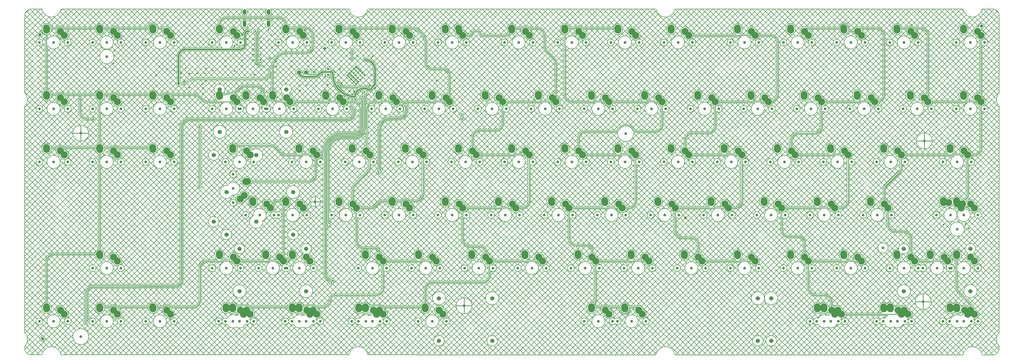
<source format=gbl>
G04*
G04 #@! TF.GenerationSoftware,Altium Limited,Altium Designer,23.6.0 (18)*
G04*
G04 Layer_Physical_Order=2*
G04 Layer_Color=16711680*
%FSLAX25Y25*%
%MOIN*%
G70*
G04*
G04 #@! TF.SameCoordinates,641307AF-980C-49FC-99E6-95A709EC4BFD*
G04*
G04*
G04 #@! TF.FilePolarity,Positive*
G04*
G01*
G75*
%ADD11C,0.01000*%
%ADD61C,0.00800*%
%ADD62C,0.01968*%
%ADD69C,0.03937*%
%ADD72C,0.10000*%
G04:AMPARAMS|DCode=73|XSize=125.98mil|YSize=100mil|CornerRadius=0mil|HoleSize=0mil|Usage=FLASHONLY|Rotation=95.000|XOffset=0mil|YOffset=0mil|HoleType=Round|Shape=Round|*
%AMOVALD73*
21,1,0.02598,0.10000,0.00000,0.00000,95.0*
1,1,0.10000,0.00113,-0.01294*
1,1,0.10000,-0.00113,0.01294*
%
%ADD73OVALD73*%

G04:AMPARAMS|DCode=74|XSize=125.98mil|YSize=100mil|CornerRadius=0mil|HoleSize=0mil|Usage=FLASHONLY|Rotation=5.000|XOffset=0mil|YOffset=0mil|HoleType=Round|Shape=Round|*
%AMOVALD74*
21,1,0.02598,0.10000,0.00000,0.00000,5.0*
1,1,0.10000,-0.01294,-0.00113*
1,1,0.10000,0.01294,0.00113*
%
%ADD74OVALD74*%

%ADD75C,0.03543*%
%ADD76C,0.05906*%
%ADD77C,0.06000*%
%ADD78C,0.04535*%
%ADD79C,0.02362*%
%ADD80C,0.10000*%
%ADD81O,0.05118X0.07874*%
%ADD82O,0.05118X0.09449*%
D11*
X-475859Y-125070D02*
X-474917Y-125748D01*
X-497917D02*
X-496975Y-125069D01*
X-475859Y-125070D02*
X-476215Y-124144D01*
X-476652Y-123253D01*
X-477166Y-122404D01*
X-477754Y-121605D01*
X-478411Y-120861D01*
X-479132Y-120178D01*
X-479910Y-119563D01*
X-480740Y-119019D01*
X-481616Y-118552D01*
X-482529Y-118164D01*
X-483474Y-117859D01*
X-484442Y-117639D01*
X-485425Y-117507D01*
X-486416Y-117463D01*
X-487408Y-117507D01*
X-488391Y-117639D01*
X-489359Y-117858D01*
X-490304Y-118163D01*
X-491217Y-118551D01*
X-492093Y-119018D01*
X-492923Y-119562D01*
X-493702Y-120177D01*
X-494422Y-120860D01*
X-495079Y-121603D01*
X-495667Y-122403D01*
X-496182Y-123251D01*
X-496619Y-124142D01*
X-496975Y-125069D01*
X-1246493Y-392631D02*
X-1245993Y-393131D01*
X-1236674Y-345248D02*
X-1237658Y-345297D01*
X-1238633Y-345442D01*
X-1239589Y-345682D01*
X-1240516Y-346016D01*
X-1241406Y-346439D01*
X-1242251Y-346947D01*
X-1243040Y-347537D01*
X-1243769Y-348201D01*
X-1244428Y-348933D01*
X-1245012Y-349727D01*
X-1245515Y-350575D01*
X-1245932Y-351468D01*
X-1246259Y-352397D01*
X-1246493Y-353355D01*
X-481587Y-377537D02*
X-481453Y-376588D01*
X-481464Y-375630D01*
X-480784Y-373748D02*
X-481537Y-374800D01*
X-493991Y-376727D02*
X-493828Y-377704D01*
X-493514Y-378643D01*
X-493056Y-379521D01*
X-492466Y-380316D01*
X-491758Y-381009D01*
X-490950Y-381582D01*
X-490063Y-382022D01*
X-489117Y-382316D01*
X-488137Y-382458D01*
X-487147Y-382445D01*
X-486171Y-382276D01*
X-485233Y-381956D01*
X-484358Y-381492D01*
X-483566Y-380897D01*
X-482878Y-380186D01*
X-482309Y-379374D01*
X-481876Y-378484D01*
X-481587Y-377537D01*
X-936430Y-371715D02*
X-937303Y-371803D01*
X-938155Y-372010D01*
X-936070Y-371715D02*
X-936430Y-371715D01*
X-923508Y-373275D02*
X-923395Y-373359D01*
X-923508Y-373274D02*
X-923508Y-373275D01*
X-923395Y-373359D02*
X-922065Y-373748D01*
X-936070Y-371715D02*
X-936056Y-371715D01*
X-923508Y-373274D02*
X-924261Y-372708D01*
X-925090Y-372260D01*
X-925976Y-371941D01*
X-926900Y-371758D01*
X-927842Y-371715D01*
X-927862Y-371716D02*
X-927842Y-371715D01*
X-1030167Y-371715D02*
X-1031110Y-371813D01*
X-1032028Y-372051D01*
X-1029819Y-371715D02*
X-1030167D01*
X-1029694Y-371720D02*
X-1029819Y-371715D01*
X-1021238Y-371715D02*
X-1022078Y-371749D01*
X-1020730Y-371749D02*
X-1021238Y-371715D01*
X-1017044Y-373472D02*
X-1017846Y-372817D01*
X-1018744Y-372304D01*
X-1019714Y-371944D01*
X-1020730Y-371749D01*
X-1017044Y-373472D02*
X-1016358Y-373748D01*
X-1032042Y-372056D02*
X-1032028Y-372051D01*
X-1029694Y-371720D02*
X-1029656Y-371721D01*
X-1022179Y-371754D02*
X-1022078Y-371749D01*
X-271998Y0D02*
X-272046Y980D01*
X-272190Y1951D01*
X-272429Y2903D01*
X-272759Y3827D01*
X-273179Y4714D01*
X-273683Y5556D01*
X-274268Y6344D01*
X-274927Y7071D01*
X-275654Y7730D01*
X-276442Y8315D01*
X-277284Y8819D01*
X-278171Y9239D01*
X-279095Y9569D01*
X-280047Y9808D01*
X-281018Y9952D01*
X-281998Y10000D01*
X-735000Y-47500D02*
X-735048Y-46520D01*
X-735192Y-45549D01*
X-735431Y-44597D01*
X-735761Y-43673D01*
X-736181Y-42786D01*
X-736685Y-41944D01*
X-737270Y-41156D01*
X-737929Y-40429D01*
X-738656Y-39770D01*
X-739444Y-39185D01*
X-740286Y-38681D01*
X-741173Y-38261D01*
X-742097Y-37931D01*
X-743049Y-37692D01*
X-744020Y-37548D01*
X-745000Y-37500D01*
X-196405Y-366248D02*
X-196454Y-365268D01*
X-196598Y-364297D01*
X-196836Y-363345D01*
X-197167Y-362421D01*
X-197586Y-361534D01*
X-198091Y-360692D01*
X-198675Y-359904D01*
X-199334Y-359177D01*
X-200062Y-358518D01*
X-200850Y-357933D01*
X-201692Y-357429D01*
X-202579Y-357009D01*
X-203503Y-356679D01*
X-204455Y-356440D01*
X-205425Y-356296D01*
X-206405Y-356248D01*
X467Y-371495D02*
X345Y-370561D01*
X-16Y-369692D01*
X-589Y-368945D01*
X-19375Y-346428D02*
X-19318Y-347436D01*
X-19149Y-348432D01*
X-18870Y-349402D01*
X-18483Y-350336D01*
X-17994Y-351220D01*
X-17410Y-352043D01*
X-16737Y-352797D01*
X-83898Y-276553D02*
X-83952Y-275523D01*
X-84113Y-274505D01*
X-84380Y-273509D01*
X-84749Y-272546D01*
X-85218Y-271627D01*
X-85779Y-270762D01*
X-86428Y-269961D01*
X-87157Y-269231D01*
X-87959Y-268582D01*
X-88824Y-268021D01*
X-89743Y-267553D01*
X-90705Y-267183D01*
X-91702Y-266916D01*
X-92720Y-266755D01*
X-93750Y-266701D01*
X-233907Y-282350D02*
X-233966Y-281369D01*
X-234143Y-280403D01*
X-234435Y-279466D01*
X-234838Y-278570D01*
X-235346Y-277730D01*
X-235952Y-276957D01*
X-236646Y-276262D01*
X-237419Y-275657D01*
X-238260Y-275149D01*
X-239155Y-274746D01*
X-240093Y-274454D01*
X-241059Y-274277D01*
X-242039Y-274217D01*
X-383907Y-284910D02*
X-383962Y-283913D01*
X-384130Y-282928D01*
X-384406Y-281969D01*
X-384788Y-281046D01*
X-385272Y-280172D01*
X-385849Y-279358D01*
X-386515Y-278613D01*
X-387259Y-277948D01*
X-388074Y-277370D01*
X-388948Y-276887D01*
X-389871Y-276504D01*
X-390830Y-276228D01*
X-391815Y-276061D01*
X-392812Y-276005D01*
X-533907Y-292833D02*
X-533985Y-291841D01*
X-534217Y-290873D01*
X-534598Y-289954D01*
X-535118Y-289106D01*
X-535764Y-288349D01*
X-536521Y-287702D01*
X-537369Y-287182D01*
X-538288Y-286802D01*
X-539256Y-286569D01*
X-540248Y-286491D01*
X-683906Y-295082D02*
X-683975Y-294113D01*
X-684181Y-293165D01*
X-684520Y-292256D01*
X-684985Y-291404D01*
X-685567Y-290627D01*
X-686253Y-289940D01*
X-687031Y-289359D01*
X-687882Y-288894D01*
X-688792Y-288554D01*
X-689740Y-288348D01*
X-690708Y-288279D01*
X-868478Y-200729D02*
X-869138Y-201456D01*
X-869722Y-202244D01*
X-870227Y-203086D01*
X-870646Y-203973D01*
X-870977Y-204897D01*
X-871215Y-205849D01*
X-871359Y-206820D01*
X-871408Y-207800D01*
X-182500Y-233748D02*
X-181520Y-233700D01*
X-180549Y-233556D01*
X-179597Y-233317D01*
X-178673Y-232987D01*
X-177786Y-232567D01*
X-176944Y-232063D01*
X-176156Y-231478D01*
X-175429Y-230819D01*
X-174770Y-230092D01*
X-174185Y-229304D01*
X-173681Y-228462D01*
X-173261Y-227575D01*
X-172931Y-226651D01*
X-172692Y-225699D01*
X-172548Y-224728D01*
X-172500Y-223748D01*
X-118479Y-201677D02*
X-119138Y-202404D01*
X-119722Y-203192D01*
X-120227Y-204034D01*
X-120646Y-204921D01*
X-120977Y-205845D01*
X-121215Y-206797D01*
X-121359Y-207768D01*
X-121407Y-208748D01*
X-242657Y-128248D02*
X-243638Y-128296D01*
X-244608Y-128440D01*
X-245560Y-128679D01*
X-246484Y-129009D01*
X-247372Y-129429D01*
X-248213Y-129933D01*
X-249001Y-130518D01*
X-249728Y-131177D01*
X-250388Y-131904D01*
X-250972Y-132692D01*
X-251477Y-133534D01*
X-251896Y-134421D01*
X-252227Y-135345D01*
X-252465Y-136297D01*
X-252609Y-137268D01*
X-252658Y-138248D01*
X-392657Y-127748D02*
X-393638Y-127796D01*
X-394608Y-127940D01*
X-395560Y-128179D01*
X-396484Y-128509D01*
X-397372Y-128929D01*
X-398213Y-129433D01*
X-399001Y-130018D01*
X-399728Y-130677D01*
X-400388Y-131404D01*
X-400972Y-132192D01*
X-401477Y-133034D01*
X-401896Y-133921D01*
X-402227Y-134845D01*
X-402465Y-135797D01*
X-402609Y-136768D01*
X-402658Y-137748D01*
X-542658Y-125748D02*
X-543638Y-125796D01*
X-544608Y-125940D01*
X-545560Y-126179D01*
X-546484Y-126509D01*
X-547371Y-126929D01*
X-548213Y-127433D01*
X-549001Y-128018D01*
X-549728Y-128677D01*
X-550388Y-129404D01*
X-550972Y-130192D01*
X-551477Y-131034D01*
X-551896Y-131921D01*
X-552227Y-132845D01*
X-552465Y-133797D01*
X-552609Y-134768D01*
X-552658Y-135748D01*
X-692658Y-124100D02*
X-693638Y-124148D01*
X-694608Y-124292D01*
X-695560Y-124530D01*
X-696484Y-124861D01*
X-697371Y-125281D01*
X-698213Y-125785D01*
X-699001Y-126370D01*
X-699728Y-127029D01*
X-700388Y-127756D01*
X-700972Y-128544D01*
X-701477Y-129386D01*
X-701896Y-130273D01*
X-702227Y-131197D01*
X-702465Y-132149D01*
X-702609Y-133120D01*
X-702658Y-134100D01*
X-833906Y-297458D02*
X-833970Y-296493D01*
X-834158Y-295545D01*
X-834469Y-294629D01*
X-834897Y-293762D01*
X-835434Y-292958D01*
X-836071Y-292231D01*
X-836798Y-291594D01*
X-837602Y-291056D01*
X-838469Y-290629D01*
X-839385Y-290318D01*
X-840333Y-290129D01*
X-841298Y-290066D01*
X-494172Y-374661D02*
X-495168Y-373748D01*
X-520078D02*
X-519391Y-373470D01*
X-510669Y-373472D02*
X-509983Y-373748D01*
X-510669Y-373472D02*
X-511411Y-372859D01*
X-512239Y-372366D01*
X-513132Y-372006D01*
X-514070Y-371786D01*
X-515030Y-371713D01*
X-515990Y-371786D01*
X-516927Y-372006D01*
X-517821Y-372365D01*
X-518648Y-372858D01*
X-519391Y-373470D01*
X-829544Y-373472D02*
X-830251Y-372884D01*
X-831036Y-372406D01*
X-831883Y-372047D01*
X-832773Y-371815D01*
X-833687Y-371716D01*
X-843296Y-371713D02*
X-844253Y-371788D01*
X-845187Y-372009D01*
X-846077Y-372369D01*
X-846901Y-372860D01*
X-847641Y-373471D01*
X-848328Y-373748D02*
X-847641Y-373471D01*
X-829544Y-373472D02*
X-828858Y-373748D01*
X-852449D02*
X-853256Y-374082D01*
X-853591Y-374890D01*
X-1138953Y-373748D02*
X-1138266Y-373470D01*
X-1204544Y-373472D02*
X-1203858Y-373748D01*
X-1213953D02*
X-1213266Y-373470D01*
X-1129544Y-373472D02*
X-1128858Y-373748D01*
X-1129544Y-373472D02*
X-1130286Y-372859D01*
X-1131114Y-372366D01*
X-1132007Y-372006D01*
X-1132944Y-371786D01*
X-1133905Y-371713D01*
X-1134865Y-371786D01*
X-1135802Y-372006D01*
X-1136695Y-372365D01*
X-1137523Y-372858D01*
X-1138266Y-373470D01*
X-1204544Y-373472D02*
X-1205286Y-372859D01*
X-1206114Y-372366D01*
X-1207007Y-372006D01*
X-1207944Y-371786D01*
X-1208905Y-371713D01*
X-1209865Y-371786D01*
X-1210802Y-372006D01*
X-1211695Y-372365D01*
X-1212523Y-372858D01*
X-1213266Y-373470D01*
X-792046Y-223472D02*
X-791360Y-223748D01*
X-801334D02*
X-800777Y-223479D01*
X-792046Y-223472D02*
X-792789Y-222858D01*
X-793618Y-222365D01*
X-794512Y-222005D01*
X-795451Y-221786D01*
X-796413Y-221713D01*
X-797374Y-221787D01*
X-798312Y-222008D01*
X-799206Y-222370D01*
X-800034Y-222864D01*
X-800777Y-223479D01*
X-1279544Y-148472D02*
X-1278858Y-148748D01*
X-1288953D02*
X-1288266Y-148470D01*
X-1279544Y-148472D02*
X-1280286Y-147859D01*
X-1281114Y-147366D01*
X-1282007Y-147006D01*
X-1282944Y-146786D01*
X-1283905Y-146713D01*
X-1284865Y-146786D01*
X-1285802Y-147005D01*
X-1286695Y-147365D01*
X-1287523Y-147858D01*
X-1288266Y-148470D01*
X-1204544Y-148472D02*
X-1203858Y-148748D01*
X-1213953D02*
X-1213266Y-148470D01*
X-1204544Y-148472D02*
X-1205286Y-147859D01*
X-1206114Y-147366D01*
X-1207007Y-147006D01*
X-1207944Y-146786D01*
X-1208905Y-146713D01*
X-1209865Y-146786D01*
X-1210802Y-147005D01*
X-1211695Y-147365D01*
X-1212523Y-147858D01*
X-1213266Y-148470D01*
X-1288953Y-73748D02*
X-1288266Y-73470D01*
X-1279544Y-73472D02*
X-1278858Y-73748D01*
X-1279544Y-73472D02*
X-1280286Y-72859D01*
X-1281114Y-72366D01*
X-1282007Y-72006D01*
X-1282944Y-71786D01*
X-1283905Y-71713D01*
X-1284865Y-71786D01*
X-1285802Y-72006D01*
X-1286695Y-72365D01*
X-1287523Y-72858D01*
X-1288266Y-73470D01*
X-1213953Y-73748D02*
X-1213266Y-73470D01*
X-1204544Y-73472D02*
X-1203858Y-73748D01*
X-1204544Y-73472D02*
X-1205286Y-72859D01*
X-1206114Y-72366D01*
X-1207007Y-72006D01*
X-1207944Y-71786D01*
X-1208905Y-71713D01*
X-1209865Y-71786D01*
X-1210802Y-72006D01*
X-1211695Y-72365D01*
X-1212523Y-72858D01*
X-1213266Y-73470D01*
X-1129544Y-73472D02*
X-1128858Y-73748D01*
X-1138953D02*
X-1138266Y-73470D01*
X-1129544Y-73472D02*
X-1130286Y-72859D01*
X-1131114Y-72366D01*
X-1132007Y-72006D01*
X-1132944Y-71786D01*
X-1133905Y-71713D01*
X-1134865Y-71786D01*
X-1135802Y-72006D01*
X-1136695Y-72365D01*
X-1137523Y-72858D01*
X-1138266Y-73470D01*
X-1053327Y-73748D02*
X-1052313Y-73731D01*
X-1051301Y-73682D01*
X-1050291Y-73599D01*
X-1049284Y-73483D01*
X-1048281Y-73334D01*
X-1047284Y-73153D01*
X-1046294Y-72939D01*
X-1045311Y-72693D01*
X-1044336Y-72414D01*
X-1043371Y-72104D01*
X-1042417Y-71763D01*
X-1041475Y-71391D01*
X-1040545Y-70987D01*
X-1039629Y-70554D01*
X-1038727Y-70091D01*
X-1037841Y-69599D01*
X-1036972Y-69078D01*
X-1036120Y-68529D01*
X-1035287Y-67952D01*
X-1034473Y-67348D01*
X-1033679Y-66718D01*
X-1032906Y-66062D01*
X-1032155Y-65382D01*
X-1031427Y-64677D01*
X-1024356Y-61748D02*
X-1025336Y-61796D01*
X-1026307Y-61940D01*
X-1027259Y-62179D01*
X-1028183Y-62509D01*
X-1029070Y-62929D01*
X-1029912Y-63433D01*
X-1030700Y-64018D01*
X-1031427Y-64677D01*
X-88953Y20000D02*
X-88266Y20278D01*
X-79544Y20276D02*
X-78858Y20000D01*
X-79544Y20276D02*
X-80286Y20889D01*
X-81114Y21382D01*
X-82007Y21742D01*
X-82945Y21961D01*
X-83905Y22035D01*
X-84865Y21962D01*
X-85802Y21743D01*
X-86695Y21383D01*
X-87523Y20890D01*
X-88266Y20278D01*
X-172459Y20879D02*
X-172458Y20877D01*
X-172389Y20113D02*
X-172316Y19821D01*
X-172458Y20877D02*
X-172609Y21696D01*
X-172866Y22487D01*
X-172440Y20700D02*
X-172458Y20877D01*
X-172316Y19821D02*
X-171864Y18952D01*
X-171291Y18157D01*
X-170609Y17454D01*
X-169832Y16858D01*
X-168976Y16380D01*
X-168061Y16031D01*
X-167104Y15819D01*
X-166127Y15748D01*
X-121998Y10002D02*
X-122046Y10982D01*
X-122190Y11953D01*
X-122429Y12905D01*
X-122759Y13829D01*
X-123179Y14716D01*
X-123683Y15558D01*
X-124268Y16346D01*
X-124927Y17073D01*
X-125654Y17732D01*
X-126442Y18317D01*
X-127284Y18821D01*
X-128171Y19241D01*
X-129095Y19571D01*
X-130047Y19810D01*
X-131018Y19954D01*
X-131998Y20002D01*
X-185937D02*
X-184949Y20882D01*
X-184764Y21828D02*
X-184949Y20882D01*
X-172459Y20879D02*
X-172658Y21877D01*
X-173015Y22831D01*
X-173522Y23714D01*
X-174165Y24503D01*
X-174927Y25179D01*
X-175788Y25723D01*
X-176725Y26120D01*
X-177714Y26362D01*
X-178729Y26440D01*
X-179744Y26353D01*
X-180731Y26104D01*
X-181665Y25699D01*
X-182522Y25148D01*
X-183278Y24466D01*
X-183914Y23671D01*
X-184414Y22784D01*
X-184764Y21828D01*
X-557705Y20000D02*
X-557018Y20278D01*
X-548296Y20276D02*
X-547610Y20000D01*
X-548296Y20276D02*
X-549038Y20889D01*
X-549866Y21382D01*
X-550759Y21742D01*
X-551696Y21961D01*
X-552657Y22035D01*
X-553617Y21962D01*
X-554554Y21743D01*
X-555447Y21383D01*
X-556275Y20890D01*
X-557018Y20278D01*
X-632705Y20000D02*
X-632018Y20278D01*
X-623296Y20276D02*
X-622610Y20000D01*
X-623296Y20276D02*
X-624038Y20889D01*
X-624866Y21382D01*
X-625759Y21742D01*
X-626696Y21961D01*
X-627657Y22035D01*
X-628617Y21962D01*
X-629554Y21743D01*
X-630447Y21383D01*
X-631275Y20890D01*
X-632018Y20278D01*
X-801457Y20000D02*
X-800770Y20278D01*
X-792048Y20276D02*
X-791362Y20000D01*
X-792048Y20276D02*
X-792790Y20889D01*
X-793618Y21382D01*
X-794511Y21742D01*
X-795448Y21961D01*
X-796409Y22035D01*
X-797369Y21962D01*
X-798306Y21743D01*
X-799199Y21383D01*
X-800027Y20890D01*
X-800770Y20278D01*
X-876457Y20000D02*
X-875770Y20278D01*
X-867048Y20276D02*
X-866362Y20000D01*
X-867048Y20276D02*
X-867790Y20889D01*
X-868618Y21382D01*
X-869511Y21742D01*
X-870448Y21961D01*
X-871408Y22035D01*
X-872369Y21962D01*
X-873306Y21743D01*
X-874199Y21383D01*
X-875027Y20890D01*
X-875770Y20278D01*
X-951457Y20000D02*
X-950770Y20278D01*
X-942048Y20276D02*
X-941362Y20000D01*
X-942048Y20276D02*
X-942790Y20889D01*
X-943618Y21382D01*
X-944511Y21742D01*
X-945448Y21961D01*
X-946408Y22035D01*
X-947369Y21962D01*
X-948306Y21743D01*
X-949199Y21383D01*
X-950027Y20890D01*
X-950770Y20278D01*
X-966094Y24992D02*
X-966143Y25972D01*
X-966287Y26943D01*
X-966525Y27895D01*
X-966856Y28819D01*
X-967275Y29706D01*
X-967780Y30548D01*
X-968364Y31336D01*
X-969023Y32063D01*
X-969751Y32722D01*
X-970539Y33307D01*
X-971381Y33811D01*
X-972268Y34231D01*
X-973192Y34561D01*
X-974144Y34800D01*
X-975114Y34944D01*
X-976095Y34992D01*
X-1049842D02*
X-1050823Y34944D01*
X-1051793Y34800D01*
X-1052745Y34561D01*
X-1053669Y34231D01*
X-1054556Y33811D01*
X-1055398Y33307D01*
X-1056186Y32722D01*
X-1056914Y32063D01*
X-1057573Y31336D01*
X-1058157Y30548D01*
X-1058662Y29706D01*
X-1059081Y28819D01*
X-1059412Y27895D01*
X-1059650Y26943D01*
X-1059794Y25972D01*
X-1059842Y24992D01*
X-1213953Y20000D02*
X-1213266Y20278D01*
X-1204544Y20276D02*
X-1203858Y20000D01*
X-1160937D02*
X-1159949Y20880D01*
X-1147458Y20878D02*
X-1146470Y20000D01*
X-1204544Y20276D02*
X-1205286Y20889D01*
X-1206114Y21382D01*
X-1207007Y21742D01*
X-1207944Y21961D01*
X-1208905Y22035D01*
X-1209865Y21962D01*
X-1210802Y21743D01*
X-1211695Y21383D01*
X-1212523Y20890D01*
X-1213266Y20278D01*
X-1147458Y20878D02*
X-1147657Y21874D01*
X-1148013Y22825D01*
X-1148517Y23706D01*
X-1149157Y24495D01*
X-1149915Y25170D01*
X-1150772Y25714D01*
X-1151705Y26114D01*
X-1152691Y26358D01*
X-1153703Y26440D01*
X-1154715Y26358D01*
X-1155700Y26114D01*
X-1156634Y25715D01*
X-1157491Y25171D01*
X-1158250Y24496D01*
X-1158889Y23708D01*
X-1159394Y22827D01*
X-1159750Y21876D01*
X-1159949Y20880D01*
X-1288953Y20000D02*
X-1288266Y20278D01*
X-1279544Y20276D02*
X-1278858Y20000D01*
X-1279544Y20276D02*
X-1280286Y20889D01*
X-1281114Y21382D01*
X-1282007Y21742D01*
X-1282944Y21961D01*
X-1283905Y22035D01*
X-1284865Y21962D01*
X-1285802Y21743D01*
X-1286695Y21383D01*
X-1287523Y20890D01*
X-1288266Y20278D01*
X-1083937Y-80819D02*
X-1083210Y-81478D01*
X-1082422Y-82063D01*
X-1081580Y-82567D01*
X-1080693Y-82987D01*
X-1079769Y-83317D01*
X-1078817Y-83556D01*
X-1077847Y-83700D01*
X-1076866Y-83748D01*
X-1005882Y15440D02*
X-1006357Y14292D01*
X-1005882Y15440D02*
X-1005621Y16069D01*
X-1008856Y16094D02*
X-1008634Y15557D01*
X-1008157Y14407D02*
X-1008596Y15465D01*
X-1008856Y16094D02*
X-1008596Y15465D01*
X-1002448Y-31819D02*
X-1002163Y-31937D01*
X-1002448Y-31819D02*
X-1002448Y-31819D01*
X-1002880Y-31387D02*
X-1004208Y-30837D01*
X-1005561Y-30281D02*
X-1004217Y-30837D01*
X-1008157Y-25464D02*
X-1008054Y-26509D01*
X-1007749Y-27515D01*
X-1007254Y-28442D01*
X-1006587Y-29254D01*
X-1002448Y-28055D02*
X-1002448Y-28055D01*
X-1002163Y-27937D02*
X-1002448Y-28055D01*
X-1003845Y-29037D02*
X-1003137Y-28744D01*
X-1004552D02*
X-1003845Y-29037D01*
X-1006357Y-25455D02*
X-1006235Y-26382D01*
X-1005877Y-27246D01*
X-1005308Y-27988D01*
X-1005844Y15532D02*
X-1005621Y16069D01*
X-886237Y-62796D02*
X-885088Y-63098D01*
X-883904Y-63199D01*
X-890452Y-58582D02*
X-890037Y-59520D01*
X-889489Y-60387D01*
X-888819Y-61163D01*
X-888042Y-61833D01*
X-887175Y-62381D01*
X-886237Y-62796D01*
X-890855Y-56248D02*
X-890754Y-57432D01*
X-890452Y-58582D01*
X-859000Y-80983D02*
X-859227Y-79840D01*
X-859874Y-78872D01*
X-871656Y-92333D02*
X-872215Y-91219D01*
X-872998Y-90248D01*
X-871700Y-93133D02*
X-871656Y-92333D01*
X-871700Y-93133D02*
X-871954Y-94002D01*
X-871877Y-94905D01*
X-871480Y-95719D01*
X-871285Y-96308D02*
X-871480Y-95719D01*
X-875675Y-107017D02*
X-874828Y-106503D01*
X-874048Y-105892D01*
X-873348Y-105191D01*
X-872737Y-104410D01*
X-872225Y-103562D01*
X-871818Y-102658D01*
X-871524Y-101712D01*
X-871345Y-100737D01*
X-871285Y-99748D01*
X-879498Y-107961D02*
X-878506Y-107901D01*
X-877529Y-107721D01*
X-876581Y-107425D01*
X-875675Y-107017D01*
X-1103998Y-107961D02*
X-1104978Y-108009D01*
X-1105949Y-108153D01*
X-1106901Y-108391D01*
X-1107825Y-108722D01*
X-1108712Y-109141D01*
X-1109554Y-109646D01*
X-1110342Y-110231D01*
X-1111069Y-110890D01*
X-1111728Y-111617D01*
X-1112313Y-112405D01*
X-1112817Y-113247D01*
X-1113237Y-114134D01*
X-1113567Y-115058D01*
X-1113806Y-116010D01*
X-1113950Y-116981D01*
X-1113998Y-117961D01*
X-1122211Y-343349D02*
X-1121221Y-343289D01*
X-1120245Y-343111D01*
X-1119298Y-342816D01*
X-1118394Y-342409D01*
X-1117545Y-341896D01*
X-1116765Y-341284D01*
X-1116063Y-340583D01*
X-1115452Y-339802D01*
X-1114939Y-338953D01*
X-1114532Y-338049D01*
X-1114237Y-337102D01*
X-1114058Y-336127D01*
X-1113998Y-335137D01*
X-855425Y-74942D02*
X-855425Y-75000D01*
X-768752Y-27500D02*
X-768704Y-28480D01*
X-768560Y-29451D01*
X-768321Y-30403D01*
X-767991Y-31327D01*
X-767571Y-32214D01*
X-767067Y-33056D01*
X-766482Y-33844D01*
X-765823Y-34571D01*
X-765096Y-35230D01*
X-764308Y-35815D01*
X-763466Y-36319D01*
X-762579Y-36739D01*
X-761655Y-37069D01*
X-760703Y-37308D01*
X-759732Y-37452D01*
X-758752Y-37500D01*
X-852498Y-72248D02*
X-853117Y-73054D01*
X-853505Y-73993D01*
X-853638Y-75000D01*
X-857213Y-77799D02*
X-857390Y-76909D01*
X-857894Y-76155D01*
X-794768Y-89200D02*
X-795280Y-89866D01*
X-795601Y-90642D01*
X-795711Y-91474D01*
X-797498Y-90950D02*
X-797670Y-90083D01*
X-798161Y-89349D01*
X-266250Y-264217D02*
X-266202Y-265197D01*
X-266058Y-266168D01*
X-265819Y-267120D01*
X-265489Y-268044D01*
X-265069Y-268931D01*
X-264565Y-269773D01*
X-263980Y-270561D01*
X-263321Y-271288D01*
X-262594Y-271947D01*
X-261806Y-272532D01*
X-260964Y-273037D01*
X-260077Y-273456D01*
X-259153Y-273787D01*
X-258201Y-274025D01*
X-257230Y-274169D01*
X-256250Y-274217D01*
X-416250Y-266005D02*
X-416202Y-266985D01*
X-416058Y-267956D01*
X-415819Y-268908D01*
X-415489Y-269832D01*
X-415069Y-270719D01*
X-414565Y-271560D01*
X-413980Y-272349D01*
X-413321Y-273076D01*
X-412594Y-273735D01*
X-411806Y-274319D01*
X-410964Y-274824D01*
X-410077Y-275243D01*
X-409153Y-275574D01*
X-408201Y-275813D01*
X-407230Y-275957D01*
X-406250Y-276005D01*
X-981569Y-148177D02*
X-982296Y-147518D01*
X-983084Y-146933D01*
X-983926Y-146429D01*
X-984813Y-146009D01*
X-985737Y-145679D01*
X-986689Y-145440D01*
X-987660Y-145296D01*
X-988640Y-145248D01*
X-1033608D02*
X-1034588Y-145296D01*
X-1035559Y-145440D01*
X-1036511Y-145679D01*
X-1037435Y-146009D01*
X-1038322Y-146429D01*
X-1039164Y-146933D01*
X-1039952Y-147518D01*
X-1040679Y-148177D01*
X-905187Y-134971D02*
X-905903Y-135683D01*
X-906590Y-136422D01*
X-907249Y-137187D01*
X-907877Y-137977D01*
X-908475Y-138790D01*
X-909042Y-139625D01*
X-909575Y-140482D01*
X-910076Y-141358D01*
X-910542Y-142253D01*
X-910974Y-143166D01*
X-911370Y-144094D01*
X-911730Y-145037D01*
X-912054Y-145993D01*
X-912341Y-146960D01*
X-912590Y-147938D01*
X-912802Y-148925D01*
X-912976Y-149919D01*
X-913111Y-150920D01*
X-913208Y-151924D01*
X-913266Y-152932D01*
X-913285Y-153941D01*
X-922500Y-158748D02*
X-923559Y-159187D01*
X-923998Y-160246D01*
X-916995Y-158748D02*
X-916035Y-158622D01*
X-915140Y-158251D01*
X-914372Y-157662D01*
X-913782Y-156894D01*
X-913412Y-155999D01*
X-913285Y-155039D01*
X-900763Y-131557D02*
X-900796Y-131577D01*
X-900796D02*
X-901591Y-132087D01*
X-902368Y-132625D01*
X-903124Y-133191D01*
X-903860Y-133783D01*
X-904574Y-134402D01*
X-888011Y-127673D02*
X-888541Y-127705D01*
X-888004Y-127673D02*
X-888011Y-127673D01*
X-888786Y-127733D02*
X-889829Y-127824D01*
X-890867Y-127957D01*
X-891899Y-128131D01*
X-892922Y-128346D01*
X-894172Y-128666D02*
X-894090Y-128639D01*
X-888786Y-127733D02*
X-888748Y-127729D01*
X-904616Y-134437D02*
X-904574Y-134402D01*
X-900695Y-131515D02*
X-900730Y-131537D01*
X-893013Y-128362D02*
X-892922Y-128346D01*
X-904616Y-134437D02*
X-905018Y-134794D01*
X-893013Y-128362D02*
X-893131Y-128378D01*
X-905018Y-134794D02*
X-905144Y-134927D01*
X-900763Y-131557D02*
X-900730Y-131537D01*
X-905187Y-134971D02*
X-905144Y-134927D01*
X-894172Y-128666D02*
X-895148Y-128963D01*
X-896112Y-129298D01*
X-897061Y-129669D01*
X-897996Y-130077D01*
X-898914Y-130522D01*
X-899814Y-131001D01*
X-900695Y-131515D01*
X-893131Y-128378D02*
X-894090Y-128639D01*
X-866250Y-280066D02*
X-866202Y-281046D01*
X-866058Y-282017D01*
X-865819Y-282969D01*
X-865489Y-283893D01*
X-865069Y-284780D01*
X-864565Y-285622D01*
X-863980Y-286410D01*
X-863321Y-287137D01*
X-862594Y-287796D01*
X-861806Y-288381D01*
X-860964Y-288885D01*
X-860077Y-289305D01*
X-859153Y-289636D01*
X-858201Y-289874D01*
X-857230Y-290018D01*
X-856250Y-290066D01*
X-716250Y-278279D02*
X-716202Y-279259D01*
X-716058Y-280230D01*
X-715819Y-281182D01*
X-715489Y-282106D01*
X-715069Y-282993D01*
X-714565Y-283834D01*
X-713980Y-284623D01*
X-713321Y-285350D01*
X-712594Y-286009D01*
X-711806Y-286593D01*
X-710964Y-287098D01*
X-710077Y-287517D01*
X-709153Y-287848D01*
X-708201Y-288087D01*
X-707230Y-288231D01*
X-706250Y-288279D01*
X-566250Y-276491D02*
X-566202Y-277471D01*
X-566058Y-278442D01*
X-565819Y-279394D01*
X-565489Y-280318D01*
X-565069Y-281205D01*
X-564565Y-282047D01*
X-563980Y-282835D01*
X-563321Y-283562D01*
X-562594Y-284221D01*
X-561806Y-284806D01*
X-560964Y-285311D01*
X-560077Y-285730D01*
X-559153Y-286061D01*
X-558201Y-286299D01*
X-557230Y-286443D01*
X-556250Y-286491D01*
X-688748Y-338784D02*
X-687768Y-338735D01*
X-686797Y-338591D01*
X-685845Y-338353D01*
X-684921Y-338022D01*
X-684034Y-337603D01*
X-683192Y-337098D01*
X-682404Y-336514D01*
X-681677Y-335855D01*
X-681018Y-335127D01*
X-680433Y-334339D01*
X-679929Y-333497D01*
X-679509Y-332610D01*
X-679179Y-331686D01*
X-678940Y-330734D01*
X-678796Y-329764D01*
X-678748Y-328783D01*
X-60000Y10000D02*
X-60048Y10980D01*
X-60192Y11951D01*
X-60431Y12903D01*
X-60761Y13827D01*
X-61181Y14714D01*
X-61685Y15556D01*
X-62270Y16344D01*
X-62929Y17071D01*
X-63656Y17730D01*
X-64444Y18315D01*
X-65286Y18819D01*
X-66173Y19239D01*
X-67097Y19569D01*
X-68049Y19808D01*
X-69020Y19952D01*
X-70000Y20000D01*
X-768752Y-868D02*
X-768776Y125D01*
X-768847Y1116D01*
X-768964Y2102D01*
X-769129Y3081D01*
X-769340Y4052D01*
X-769597Y5011D01*
X-769900Y5957D01*
X-770247Y6888D01*
X-770638Y7801D01*
X-771072Y8694D01*
X-771548Y9566D01*
X-772065Y10414D01*
X-772621Y11237D01*
X-773217Y12032D01*
X-773849Y12798D01*
X-774517Y13533D01*
X-775219Y14235D01*
X-775954Y14903D01*
X-776720Y15535D01*
X-777515Y16131D01*
X-778338Y16687D01*
X-779186Y17204D01*
X-780058Y17680D01*
X-780951Y18114D01*
X-781864Y18505D01*
X-782795Y18852D01*
X-783741Y19155D01*
X-784700Y19412D01*
X-785671Y19623D01*
X-786650Y19788D01*
X-787636Y19906D01*
X-788627Y19976D01*
X-789620Y20000D01*
X-703729Y10859D02*
X-703729Y10860D01*
X-704714Y10000D02*
X-703729Y10859D01*
X-693799Y15085D02*
X-694650Y15606D01*
X-695571Y15986D01*
X-696541Y16216D01*
X-697535Y16289D01*
X-698528Y16205D01*
X-699496Y15964D01*
X-700413Y15574D01*
X-701257Y15043D01*
X-702007Y14386D01*
X-702643Y13619D01*
X-703150Y12760D01*
X-703515Y11833D01*
X-703729Y10859D01*
X-702172Y14210D02*
X-702745Y13469D01*
X-703202Y12652D01*
X-703532Y11776D01*
X-703729Y10860D01*
X-691271Y10857D02*
X-690286Y10000D01*
X-691271Y10858D02*
X-691271Y10857D01*
X-691271Y10858D02*
X-691504Y11894D01*
X-691908Y12876D01*
X-692472Y13777D01*
X-693179Y14569D01*
X-694009Y15231D01*
X-657500Y10000D02*
X-656520Y10048D01*
X-655549Y10192D01*
X-654597Y10431D01*
X-653673Y10761D01*
X-652786Y11181D01*
X-651944Y11685D01*
X-651156Y12270D01*
X-650429Y12929D01*
X-649770Y13656D01*
X-649185Y14444D01*
X-648681Y15286D01*
X-648261Y16173D01*
X-647931Y17097D01*
X-647692Y18049D01*
X-647548Y19020D01*
X-647500Y20000D01*
X-933998Y-196228D02*
X-933018Y-196180D01*
X-932047Y-196036D01*
X-931095Y-195798D01*
X-930171Y-195467D01*
X-929284Y-195048D01*
X-928442Y-194543D01*
X-927654Y-193958D01*
X-926927Y-193299D01*
X-926268Y-192572D01*
X-925683Y-191784D01*
X-925179Y-190942D01*
X-924759Y-190055D01*
X-924429Y-189131D01*
X-924190Y-188179D01*
X-924046Y-187208D01*
X-923998Y-186228D01*
X-977800Y-223748D02*
X-978780Y-223796D01*
X-979751Y-223940D01*
X-980703Y-224179D01*
X-981627Y-224509D01*
X-982514Y-224929D01*
X-983356Y-225433D01*
X-984144Y-226018D01*
X-984871Y-226677D01*
X-985530Y-227404D01*
X-986115Y-228192D01*
X-986619Y-229034D01*
X-987039Y-229921D01*
X-987369Y-230845D01*
X-987608Y-231797D01*
X-987752Y-232768D01*
X-987800Y-233748D01*
X-906136Y-252803D02*
X-906011Y-253754D01*
X-905643Y-254641D01*
X-905059Y-255402D01*
X-907923Y-256514D02*
X-907683Y-257723D01*
X-906998Y-258748D01*
X-901498Y-338667D02*
X-902276Y-337753D01*
X-911498Y-326248D02*
X-911457Y-327227D01*
X-911335Y-328199D01*
X-911133Y-329158D01*
X-910852Y-330096D01*
X-910494Y-331008D01*
X-910061Y-331887D01*
X-909558Y-332728D01*
X-908985Y-333523D01*
X-908349Y-334268D01*
X-907653Y-334958D01*
X-902453Y-337712D02*
X-902276Y-337753D01*
X-907653Y-334958D02*
X-906894Y-335594D01*
X-906083Y-336164D01*
X-905228Y-336665D01*
X-904333Y-337091D01*
X-903406Y-337441D01*
X-902453Y-337712D01*
X-909711Y-326248D02*
X-909663Y-327228D01*
X-909519Y-328199D01*
X-909280Y-329151D01*
X-908949Y-330075D01*
X-908530Y-330962D01*
X-908025Y-331804D01*
X-907441Y-332592D01*
X-906782Y-333319D01*
X-906055Y-333978D01*
X-905266Y-334563D01*
X-904425Y-335067D01*
X-903537Y-335487D01*
X-902614Y-335817D01*
X-901661Y-336056D01*
X-900691Y-336200D01*
X-899711Y-336248D01*
X-872213Y-11462D02*
X-872794Y-12333D01*
X-872998Y-13359D01*
X-833211Y-178528D02*
X-833025Y-179459D01*
X-832498Y-180248D01*
X-807498Y-106272D02*
X-806518Y-106223D01*
X-805547Y-106079D01*
X-804595Y-105841D01*
X-803671Y-105510D01*
X-802784Y-105091D01*
X-801942Y-104586D01*
X-801154Y-104002D01*
X-800427Y-103343D01*
X-799768Y-102616D01*
X-799183Y-101827D01*
X-798679Y-100986D01*
X-798259Y-100099D01*
X-797929Y-99174D01*
X-797690Y-98223D01*
X-797546Y-97252D01*
X-797498Y-96272D01*
X-818786Y-106296D02*
X-818619Y-106272D01*
X-818786Y-106296D02*
X-819785Y-106378D01*
X-820778Y-106519D01*
X-821761Y-106718D01*
X-822731Y-106974D01*
X-823683Y-107286D01*
X-824617Y-107653D01*
X-825527Y-108075D01*
X-826410Y-108549D01*
X-827265Y-109074D01*
X-828087Y-109648D01*
X-828874Y-110269D01*
X-829624Y-110936D01*
X-830333Y-111645D01*
X-830999Y-112394D01*
X-831620Y-113181D01*
X-832195Y-114004D01*
X-832720Y-114858D01*
X-833194Y-115742D01*
X-833616Y-116651D01*
X-833983Y-117584D01*
X-834296Y-118537D01*
X-834552Y-119507D01*
X-834750Y-120490D01*
X-834891Y-121483D01*
X-834974Y-122482D01*
X-834998Y-122651D02*
X-834974Y-122482D01*
X-717498Y-108664D02*
X-717350Y-109022D01*
X-1088080Y-76677D02*
X-1088807Y-76018D01*
X-1089595Y-75433D01*
X-1090437Y-74929D01*
X-1091324Y-74509D01*
X-1092248Y-74179D01*
X-1093200Y-73940D01*
X-1094170Y-73796D01*
X-1095151Y-73748D01*
X-997500Y-71748D02*
X-997548Y-70768D01*
X-997692Y-69797D01*
X-997931Y-68845D01*
X-998261Y-67921D01*
X-998681Y-67034D01*
X-999185Y-66192D01*
X-999770Y-65404D01*
X-1000429Y-64677D01*
X-1001156Y-64018D01*
X-1001944Y-63433D01*
X-1002786Y-62929D01*
X-1003673Y-62509D01*
X-1004597Y-62179D01*
X-1005549Y-61940D01*
X-1006520Y-61796D01*
X-1007500Y-61748D01*
X-828356Y-223748D02*
X-829336Y-223796D01*
X-830307Y-223940D01*
X-831259Y-224179D01*
X-832183Y-224509D01*
X-833070Y-224929D01*
X-833912Y-225433D01*
X-834700Y-226018D01*
X-835427Y-226677D01*
X-846640Y-233748D02*
X-845660Y-233700D01*
X-844689Y-233556D01*
X-843737Y-233317D01*
X-842813Y-232987D01*
X-841926Y-232567D01*
X-841084Y-232063D01*
X-840296Y-231478D01*
X-839569Y-230819D01*
X-962786Y-14311D02*
X-963782Y-14333D01*
X-964777Y-14401D01*
X-965768Y-14512D01*
X-966752Y-14668D01*
X-967729Y-14868D01*
X-968696Y-15112D01*
X-969650Y-15398D01*
X-970591Y-15728D01*
X-971517Y-16099D01*
X-972424Y-16511D01*
X-973312Y-16963D01*
X-974179Y-17456D01*
X-975023Y-17986D01*
X-975843Y-18554D01*
X-976636Y-19158D01*
X-977401Y-19796D01*
X-978137Y-20469D01*
X-978842Y-21174D01*
X-979515Y-21910D01*
X-980153Y-22675D01*
X-980758Y-23468D01*
X-981325Y-24287D01*
X-981855Y-25132D01*
X-982347Y-25999D01*
X-982800Y-26887D01*
X-983212Y-27795D01*
X-983584Y-28720D01*
X-983913Y-29661D01*
X-984200Y-30615D01*
X-984443Y-31582D01*
X-984643Y-32559D01*
X-984799Y-33543D01*
X-984911Y-34534D01*
X-984978Y-35529D01*
X-985000Y-36525D01*
X-817879Y-108059D02*
X-818882Y-108092D01*
X-819880Y-108190D01*
X-820870Y-108354D01*
X-821847Y-108581D01*
X-822807Y-108873D01*
X-823746Y-109226D01*
X-824660Y-109640D01*
X-825545Y-110113D01*
X-826397Y-110643D01*
X-827212Y-111227D01*
X-827988Y-111864D01*
X-828720Y-112550D01*
X-829406Y-113282D01*
X-830042Y-114058D01*
X-830627Y-114873D01*
X-831157Y-115725D01*
X-831629Y-116610D01*
X-832044Y-117524D01*
X-832397Y-118463D01*
X-832688Y-119423D01*
X-832916Y-120400D01*
X-833080Y-121390D01*
X-833178Y-122388D01*
X-833211Y-123391D01*
X-893857Y-130436D02*
X-893856Y-130435D01*
X-893608Y-130365D02*
X-893856Y-130435D01*
X-888624Y-129513D02*
X-889630Y-129600D01*
X-890632Y-129729D01*
X-891627Y-129899D01*
X-892615Y-130109D01*
X-888009Y-129461D02*
X-888331Y-129480D01*
X-888006Y-129461D02*
X-888009Y-129461D01*
X-888624Y-129513D02*
X-888586Y-129510D01*
X-888624Y-129513D02*
X-888624Y-129513D01*
X-892738Y-130129D02*
X-892615Y-130109D01*
X-892738Y-130129D02*
X-892852Y-130144D01*
X-893438Y-130303D01*
X-893608Y-130365D02*
X-893526Y-130337D01*
X-896186Y-131242D02*
X-897106Y-131636D01*
X-898009Y-132067D01*
X-898894Y-132535D01*
X-899759Y-133038D01*
X-893857Y-130436D02*
X-895032Y-130810D01*
X-896186Y-131242D01*
X-908306Y-141855D02*
X-908770Y-142710D01*
X-909198Y-143582D01*
X-909592Y-144471D01*
X-909950Y-145375D01*
X-910273Y-146292D01*
X-910558Y-147222D01*
X-910806Y-148162D01*
X-911017Y-149111D01*
X-911190Y-150068D01*
X-911324Y-151031D01*
X-911421Y-151998D01*
X-911479Y-152969D01*
X-911498Y-153941D01*
X-903479Y-135817D02*
X-903423Y-135771D01*
X-903479Y-135817D02*
X-903760Y-136064D01*
X-903843Y-136153D01*
X-903902Y-136215D02*
X-903843Y-136153D01*
X-899866Y-133104D02*
X-900800Y-133709D01*
X-901705Y-134356D01*
X-902581Y-135044D01*
X-903423Y-135771D01*
X-903902Y-136215D02*
X-904630Y-136938D01*
X-905327Y-137691D01*
X-905992Y-138472D01*
X-906623Y-139281D01*
X-907220Y-140115D01*
X-907781Y-140973D01*
X-908306Y-141855D01*
X-904266Y-139195D02*
X-904901Y-139971D01*
X-905501Y-140775D01*
X-906065Y-141605D01*
X-906592Y-142459D01*
X-907080Y-143335D01*
X-907529Y-144232D01*
X-907938Y-145148D01*
X-908306Y-146081D01*
X-908633Y-147030D01*
X-908917Y-147992D01*
X-909159Y-148966D01*
X-909357Y-149949D01*
X-909511Y-150940D01*
X-909622Y-151937D01*
X-909688Y-152938D01*
X-909711Y-153941D01*
X-902942Y-137774D02*
X-903619Y-138470D01*
X-904266Y-139195D01*
X-902330Y-137193D02*
X-902492Y-137323D01*
X-902942Y-137774D02*
X-903012Y-137843D01*
X-902330Y-137193D02*
X-902942Y-137773D01*
X-894516Y-132523D02*
X-895469Y-132881D01*
X-896406Y-133281D01*
X-897323Y-133723D01*
X-898220Y-134206D01*
X-899094Y-134728D01*
X-899943Y-135289D01*
X-900767Y-135888D01*
X-901563Y-136523D01*
X-902330Y-137193D01*
X-893374Y-132156D02*
X-894516Y-132523D01*
X-893049Y-132064D02*
X-893374Y-132156D01*
X-892574Y-131909D02*
X-892782Y-131965D01*
X-893049Y-132064D02*
X-892956Y-132033D01*
X-892570Y-131909D02*
X-892344Y-131882D01*
X-890320Y-131490D02*
X-891336Y-131663D01*
X-892344Y-131882D01*
X-888465Y-131294D02*
X-889395Y-131373D01*
X-890320Y-131490D01*
X-888006Y-131248D02*
X-888118Y-131255D01*
X-888465Y-131294D02*
X-888418Y-131290D01*
X-887018Y-133035D02*
X-888050Y-133061D01*
X-889079Y-133137D01*
X-890104Y-133265D01*
X-891121Y-133442D01*
X-892128Y-133670D01*
X-893122Y-133947D01*
X-894102Y-134272D01*
X-895064Y-134646D01*
X-896007Y-135067D01*
X-896928Y-135533D01*
X-897824Y-136045D01*
X-898695Y-136600D01*
X-899536Y-137198D01*
X-900348Y-137836D01*
X-903866Y-141565D02*
X-904449Y-142401D01*
X-904991Y-143263D01*
X-905490Y-144152D01*
X-905945Y-145063D01*
X-906355Y-145996D01*
X-906719Y-146947D01*
X-907036Y-147915D01*
X-907306Y-148897D01*
X-907527Y-149892D01*
X-907700Y-150896D01*
X-907824Y-151907D01*
X-907898Y-152923D01*
X-907923Y-153941D01*
X-900348Y-137837D02*
X-901123Y-138511D01*
X-901864Y-139223D01*
X-902570Y-139971D01*
X-903238Y-140752D01*
X-903866Y-141565D01*
X-887018Y-134823D02*
X-888018Y-134849D01*
X-889016Y-134928D01*
X-890008Y-135058D01*
X-890993Y-135241D01*
X-891966Y-135474D01*
X-892925Y-135758D01*
X-893869Y-136093D01*
X-894794Y-136476D01*
X-895697Y-136907D01*
X-896577Y-137384D01*
X-897430Y-137907D01*
X-898255Y-138474D01*
X-899049Y-139083D01*
X-899810Y-139733D01*
X-900536Y-140422D01*
X-901225Y-141148D01*
X-901875Y-141910D01*
X-902485Y-142704D01*
X-903051Y-143528D01*
X-903574Y-144382D01*
X-904052Y-145262D01*
X-904483Y-146165D01*
X-904866Y-147090D01*
X-905200Y-148033D01*
X-905484Y-148993D01*
X-905718Y-149966D01*
X-905900Y-150950D01*
X-906031Y-151943D01*
X-906110Y-152940D01*
X-906136Y-153941D01*
X-531678Y-370428D02*
X-531019Y-369701D01*
X-530434Y-368913D01*
X-529930Y-368071D01*
X-529510Y-367184D01*
X-529180Y-366260D01*
X-528941Y-365308D01*
X-528797Y-364337D01*
X-528749Y-363357D01*
X-869000Y-133035D02*
X-868030Y-133001D01*
X-867065Y-132897D01*
X-866111Y-132724D01*
X-865170Y-132484D01*
X-864250Y-132177D01*
X-863354Y-131805D01*
X-862486Y-131370D01*
X-861652Y-130875D01*
X-860855Y-130321D01*
X-860100Y-129711D01*
X-859391Y-129049D01*
X-858730Y-128338D01*
X-858122Y-127582D01*
X-857570Y-126784D01*
X-857076Y-125949D01*
X-100429Y-183627D02*
X-99770Y-182900D01*
X-99185Y-182112D01*
X-98681Y-181270D01*
X-98261Y-180383D01*
X-97931Y-179459D01*
X-97692Y-178507D01*
X-97548Y-177536D01*
X-97500Y-176556D01*
X-668471Y-124100D02*
X-667481Y-123895D01*
X-666515Y-123591D01*
X-665586Y-123190D01*
X-664702Y-122698D01*
X-663872Y-122119D01*
X-663104Y-121459D01*
X-662408Y-120726D01*
X-661789Y-119925D01*
X-661254Y-119066D01*
X-660809Y-118157D01*
X-660458Y-117208D01*
X-660204Y-116228D01*
X-660051Y-115228D01*
X-660000Y-114217D01*
X-220000Y-128248D02*
X-219020Y-128200D01*
X-218049Y-128056D01*
X-217097Y-127817D01*
X-216173Y-127487D01*
X-215286Y-127067D01*
X-214444Y-126563D01*
X-213656Y-125978D01*
X-212929Y-125319D01*
X-212270Y-124592D01*
X-211685Y-123804D01*
X-211181Y-122962D01*
X-210761Y-122075D01*
X-210431Y-121151D01*
X-210192Y-120199D01*
X-210048Y-119228D01*
X-210000Y-118248D01*
X-370000Y-127748D02*
X-369020Y-127700D01*
X-368049Y-127556D01*
X-367097Y-127317D01*
X-366173Y-126987D01*
X-365286Y-126567D01*
X-364444Y-126063D01*
X-363656Y-125478D01*
X-362929Y-124819D01*
X-362270Y-124092D01*
X-361685Y-123304D01*
X-361181Y-122462D01*
X-360761Y-121575D01*
X-360431Y-120651D01*
X-360192Y-119699D01*
X-360048Y-118728D01*
X-360000Y-117748D01*
X-782500Y-223748D02*
X-781520Y-223700D01*
X-780549Y-223556D01*
X-779597Y-223317D01*
X-778673Y-222987D01*
X-777786Y-222567D01*
X-776944Y-222063D01*
X-776156Y-221478D01*
X-775429Y-220819D01*
X-774770Y-220092D01*
X-774185Y-219304D01*
X-773681Y-218462D01*
X-773261Y-217575D01*
X-772931Y-216651D01*
X-772692Y-215699D01*
X-772548Y-214728D01*
X-772500Y-213748D01*
X-869000Y-134823D02*
X-868023Y-134792D01*
X-867050Y-134699D01*
X-866085Y-134544D01*
X-865132Y-134328D01*
X-864195Y-134052D01*
X-863277Y-133717D01*
X-862382Y-133324D01*
X-861514Y-132875D01*
X-860676Y-132372D01*
X-859872Y-131817D01*
X-859105Y-131211D01*
X-858377Y-130558D01*
X-857693Y-129860D01*
X-857055Y-129121D01*
X-856465Y-128341D01*
X-855926Y-127526D01*
X-807498Y-108059D02*
X-806501Y-108017D01*
X-805512Y-107890D01*
X-804537Y-107681D01*
X-803583Y-107390D01*
X-802656Y-107019D01*
X-801765Y-106571D01*
X-800915Y-106050D01*
X-800112Y-105458D01*
X-799362Y-104800D01*
X-798669Y-104082D01*
X-798041Y-103307D01*
X-797480Y-102483D01*
X-796990Y-101613D01*
X-796576Y-100706D01*
X-796241Y-99767D01*
X-795986Y-98802D01*
Y-98802D02*
X-795833Y-97966D01*
X-795741Y-97121D01*
X-795711Y-96272D01*
X-850429Y-182679D02*
X-849770Y-181952D01*
X-849185Y-181164D01*
X-848681Y-180322D01*
X-848261Y-179435D01*
X-847931Y-178511D01*
X-847692Y-177559D01*
X-847548Y-176588D01*
X-847500Y-175608D01*
X-857213Y-86911D02*
X-857213Y-86915D01*
X-855926Y-127526D02*
X-855400Y-126605D01*
X-854939Y-125649D01*
X-854545Y-124663D01*
X-854221Y-123653D01*
X-853967Y-122622D01*
X-853784Y-121577D01*
X-853675Y-120521D01*
X-853638Y-119461D01*
X-857076Y-125949D02*
X-856645Y-125084D01*
X-856276Y-124191D01*
X-855972Y-123274D01*
X-855734Y-122338D01*
X-855563Y-121387D01*
X-855460Y-120426D01*
X-855425Y-119461D01*
X-841850Y-83748D02*
X-842831Y-83796D01*
X-843801Y-83940D01*
X-844753Y-84179D01*
X-845677Y-84509D01*
X-846564Y-84929D01*
X-847406Y-85433D01*
X-848194Y-86018D01*
X-848921Y-86677D01*
X-849580Y-87404D01*
X-850165Y-88192D01*
X-850670Y-89034D01*
X-851089Y-89921D01*
X-851420Y-90845D01*
X-851658Y-91797D01*
X-851802Y-92768D01*
X-851850Y-93748D01*
Y-150256D02*
X-851802Y-151236D01*
X-851658Y-152206D01*
X-851420Y-153158D01*
X-851089Y-154082D01*
X-850670Y-154970D01*
X-850165Y-155811D01*
X-849580Y-156599D01*
X-848921Y-157327D01*
X-869856Y-83792D02*
X-870787Y-83748D01*
X-860787Y-93748D02*
X-860836Y-92765D01*
X-860981Y-91791D01*
X-861221Y-90836D01*
X-861554Y-89909D01*
X-861976Y-89020D01*
X-862484Y-88176D01*
X-863072Y-87386D01*
X-863735Y-86658D01*
X-864466Y-85999D01*
X-865259Y-85415D01*
X-866105Y-84912D01*
X-866997Y-84494D01*
X-867925Y-84166D01*
X-868882Y-83931D01*
X-869856Y-83792D01*
X-869000Y-127673D02*
X-868060Y-127619D01*
X-867132Y-127458D01*
X-866229Y-127191D01*
X-865362Y-126823D01*
X-864543Y-126358D01*
X-863782Y-125803D01*
X-863091Y-125164D01*
X-862411Y-124363D01*
X-861840Y-123482D01*
X-861385Y-122536D01*
X-861055Y-121539D01*
X-860855Y-120509D01*
X-860787Y-119461D01*
X-869000Y-131248D02*
X-868027Y-131208D01*
X-867060Y-131087D01*
X-866106Y-130887D01*
X-865173Y-130609D01*
X-864265Y-130255D01*
X-863390Y-129827D01*
X-862553Y-129329D01*
X-861760Y-128762D01*
X-861017Y-128133D01*
X-860328Y-127444D01*
X-859698Y-126701D01*
X-859132Y-125908D01*
X-858633Y-125071D01*
X-858205Y-124196D01*
X-857851Y-123288D01*
X-857573Y-122354D01*
X-857373Y-121401D01*
X-857253Y-120434D01*
X-857213Y-119461D01*
X-869000Y-129461D02*
X-868020Y-129412D01*
X-867049Y-129269D01*
X-866097Y-129030D01*
X-865173Y-128699D01*
X-864286Y-128280D01*
X-863444Y-127775D01*
X-862656Y-127191D01*
X-861929Y-126532D01*
X-861270Y-125805D01*
X-860685Y-125016D01*
X-860181Y-124175D01*
X-859761Y-123287D01*
X-859431Y-122363D01*
X-859192Y-121412D01*
X-859048Y-120441D01*
X-859000Y-119461D01*
X-1122211Y-345137D02*
X-1121231Y-345089D01*
X-1120260Y-344945D01*
X-1119308Y-344706D01*
X-1118384Y-344376D01*
X-1117497Y-343956D01*
X-1116655Y-343451D01*
X-1115867Y-342867D01*
X-1115140Y-342208D01*
X-1114480Y-341481D01*
X-1113896Y-340692D01*
X-1113391Y-339851D01*
X-1112972Y-338964D01*
X-1112641Y-338040D01*
X-1112403Y-337088D01*
X-1112259Y-336117D01*
X-1112211Y-335137D01*
X-1103998Y-109748D02*
X-1104988Y-109808D01*
X-1105963Y-109987D01*
X-1106910Y-110282D01*
X-1107815Y-110689D01*
X-1108663Y-111202D01*
X-1109444Y-111813D01*
X-1110145Y-112515D01*
X-1110757Y-113295D01*
X-1111270Y-114144D01*
X-1111677Y-115048D01*
X-1111972Y-115995D01*
X-1112151Y-116971D01*
X-1112211Y-117961D01*
X-1173498Y-345248D02*
X-1172011Y-345137D01*
X-1173498Y-343461D02*
X-1172271Y-343369D01*
X-1077500Y-308748D02*
X-1078480Y-308796D01*
X-1079451Y-308940D01*
X-1080403Y-309179D01*
X-1081327Y-309509D01*
X-1082214Y-309929D01*
X-1083056Y-310433D01*
X-1083844Y-311018D01*
X-1084571Y-311677D01*
X-1085230Y-312404D01*
X-1085815Y-313192D01*
X-1086319Y-314034D01*
X-1086739Y-314921D01*
X-1087069Y-315845D01*
X-1087308Y-316797D01*
X-1087452Y-317768D01*
X-1087500Y-318748D01*
X-1097500Y-373748D02*
X-1096520Y-373700D01*
X-1095549Y-373556D01*
X-1094597Y-373317D01*
X-1093673Y-372987D01*
X-1092786Y-372567D01*
X-1091944Y-372063D01*
X-1091156Y-371478D01*
X-1090429Y-370819D01*
X-1089770Y-370092D01*
X-1089185Y-369304D01*
X-1088681Y-368462D01*
X-1088261Y-367575D01*
X-1087931Y-366651D01*
X-1087692Y-365699D01*
X-1087548Y-364728D01*
X-1087500Y-363748D01*
X-879498Y-109748D02*
X-878518Y-109700D01*
X-877547Y-109556D01*
X-876595Y-109317D01*
X-875671Y-108987D01*
X-874784Y-108567D01*
X-873942Y-108063D01*
X-873154Y-107478D01*
X-872427Y-106819D01*
X-871768Y-106092D01*
X-871183Y-105304D01*
X-870679Y-104462D01*
X-870259Y-103575D01*
X-869929Y-102651D01*
X-869690Y-101699D01*
X-869546Y-100728D01*
X-869498Y-99748D01*
X-973927Y-155819D02*
X-973200Y-156478D01*
X-972412Y-157063D01*
X-971570Y-157567D01*
X-970683Y-157987D01*
X-969759Y-158317D01*
X-968807Y-158556D01*
X-967836Y-158700D01*
X-966856Y-158748D01*
X-1236674Y-343461D02*
X-1237612Y-343498D01*
X-1238545Y-343610D01*
X-1239466Y-343796D01*
X-1240368Y-344055D01*
X-1241248Y-344384D01*
X-1242098Y-344783D01*
X-1242914Y-345248D01*
X-1247350Y-350253D02*
X-1247746Y-351205D01*
X-1248057Y-352188D01*
X-1248281Y-353195D01*
X-1248416Y-354218D01*
X-1248461Y-355248D01*
X-1244999Y-346903D02*
X-1245695Y-347660D01*
X-1246321Y-348475D01*
X-1246875Y-349341D01*
X-1247350Y-350253D01*
X-1242914Y-345248D02*
X-1243650Y-345747D01*
X-1244347Y-346300D01*
X-1244999Y-346903D01*
X-937998Y-14311D02*
X-937018Y-14263D01*
X-936047Y-14119D01*
X-935095Y-13880D01*
X-934171Y-13550D01*
X-933284Y-13130D01*
X-932443Y-12626D01*
X-931654Y-12041D01*
X-930927Y-11382D01*
X-930268Y-10655D01*
X-929684Y-9867D01*
X-929179Y-9025D01*
X-928759Y-8138D01*
X-928429Y-7214D01*
X-928191Y-6262D01*
X-928047Y-5291D01*
X-927998Y-4311D01*
X-985000Y-74019D02*
X-984952Y-74999D01*
X-984808Y-75970D01*
X-984569Y-76922D01*
X-984239Y-77846D01*
X-983819Y-78733D01*
X-983315Y-79575D01*
X-982730Y-80363D01*
X-982071Y-81090D01*
X-981344Y-81749D01*
X-980556Y-82333D01*
X-979714Y-82838D01*
X-978827Y-83258D01*
X-977903Y-83588D01*
X-976951Y-83827D01*
X-975980Y-83971D01*
X-975000Y-84019D01*
X-228749Y-346248D02*
X-228701Y-347228D01*
X-228557Y-348199D01*
X-228318Y-349151D01*
X-227988Y-350075D01*
X-227568Y-350962D01*
X-227064Y-351804D01*
X-226479Y-352592D01*
X-225820Y-353319D01*
X-225093Y-353978D01*
X-224305Y-354563D01*
X-223463Y-355067D01*
X-222576Y-355487D01*
X-221652Y-355817D01*
X-220700Y-356056D01*
X-219729Y-356200D01*
X-218749Y-356248D01*
X-759374Y-338784D02*
X-760354Y-338832D01*
X-761325Y-338976D01*
X-762277Y-339214D01*
X-763201Y-339545D01*
X-764088Y-339964D01*
X-764930Y-340469D01*
X-765718Y-341053D01*
X-766445Y-341712D01*
X-767104Y-342440D01*
X-767689Y-343228D01*
X-768193Y-344070D01*
X-768613Y-344957D01*
X-768943Y-345881D01*
X-769182Y-346833D01*
X-769326Y-347803D01*
X-769374Y-348783D01*
X-1256248Y-98288D02*
X-1256200Y-99268D01*
X-1256056Y-100239D01*
X-1255817Y-101191D01*
X-1255487Y-102115D01*
X-1255067Y-103002D01*
X-1254563Y-103844D01*
X-1253978Y-104632D01*
X-1253319Y-105359D01*
X-1252592Y-106018D01*
X-1251804Y-106603D01*
X-1250962Y-107107D01*
X-1250075Y-107527D01*
X-1249151Y-107858D01*
X-1248199Y-108096D01*
X-1247228Y-108240D01*
X-1246248Y-108288D01*
X-927998Y10000D02*
X-928047Y10980D01*
X-928191Y11951D01*
X-928429Y12903D01*
X-928759Y13827D01*
X-929179Y14714D01*
X-929684Y15556D01*
X-930268Y16344D01*
X-930927Y17071D01*
X-931654Y17730D01*
X-932443Y18315D01*
X-933284Y18819D01*
X-934171Y19239D01*
X-935095Y19569D01*
X-936047Y19808D01*
X-937018Y19952D01*
X-937998Y20000D01*
X-131998Y-83748D02*
X-131018Y-83700D01*
X-130047Y-83556D01*
X-129095Y-83317D01*
X-128171Y-82987D01*
X-127284Y-82567D01*
X-126442Y-82063D01*
X-125654Y-81478D01*
X-124927Y-80819D01*
X-124268Y-80092D01*
X-123683Y-79304D01*
X-123179Y-78462D01*
X-122759Y-77575D01*
X-122429Y-76651D01*
X-122190Y-75699D01*
X-122046Y-74728D01*
X-121998Y-73748D01*
X-281998Y-83748D02*
X-281018Y-83700D01*
X-280047Y-83556D01*
X-279095Y-83317D01*
X-278171Y-82987D01*
X-277284Y-82567D01*
X-276442Y-82063D01*
X-275654Y-81478D01*
X-274927Y-80819D01*
X-274268Y-80092D01*
X-273683Y-79304D01*
X-273179Y-78462D01*
X-272759Y-77575D01*
X-272429Y-76651D01*
X-272190Y-75699D01*
X-272046Y-74728D01*
X-271998Y-73748D01*
X-601108Y-5561D02*
X-601060Y-6541D01*
X-600916Y-7512D01*
X-600677Y-8464D01*
X-600347Y-9388D01*
X-599927Y-10275D01*
X-599422Y-11117D01*
X-598838Y-11905D01*
X-598179Y-12632D01*
X-585000Y-29953D02*
X-585048Y-28973D01*
X-585192Y-28002D01*
X-585431Y-27050D01*
X-585761Y-26126D01*
X-586181Y-25239D01*
X-586685Y-24397D01*
X-587270Y-23609D01*
X-587929Y-22882D01*
X-601108Y10000D02*
X-601156Y10980D01*
X-601300Y11951D01*
X-601538Y12903D01*
X-601869Y13827D01*
X-602288Y14714D01*
X-602793Y15556D01*
X-603378Y16344D01*
X-604037Y17071D01*
X-604764Y17730D01*
X-605552Y18315D01*
X-606394Y18819D01*
X-607281Y19239D01*
X-608205Y19569D01*
X-609157Y19808D01*
X-610128Y19952D01*
X-611108Y20000D01*
X-445000Y-125748D02*
X-444020Y-125700D01*
X-443049Y-125556D01*
X-442097Y-125317D01*
X-441173Y-124987D01*
X-440286Y-124567D01*
X-439444Y-124063D01*
X-438656Y-123478D01*
X-437929Y-122819D01*
X-437270Y-122092D01*
X-436685Y-121304D01*
X-436181Y-120462D01*
X-435761Y-119575D01*
X-435431Y-118651D01*
X-435192Y-117699D01*
X-435048Y-116728D01*
X-435000Y-115748D01*
X-572500Y-73748D02*
X-572452Y-74728D01*
X-572308Y-75699D01*
X-572069Y-76651D01*
X-571739Y-77575D01*
X-571319Y-78462D01*
X-570815Y-79304D01*
X-570230Y-80092D01*
X-569571Y-80819D01*
X-568844Y-81478D01*
X-568056Y-82063D01*
X-567214Y-82567D01*
X-566327Y-82987D01*
X-565403Y-83317D01*
X-564451Y-83556D01*
X-563480Y-83700D01*
X-562500Y-83748D01*
X-954195Y-86162D02*
X-954195Y-86163D01*
X-952786Y-83748D02*
X-953771Y-84606D01*
X-954195Y-86162D02*
X-953933Y-85398D01*
X-953771Y-84606D01*
X-966192Y-84842D02*
X-967171Y-84019D01*
X-966183Y-84892D02*
X-965921Y-85864D01*
X-965507Y-86782D01*
X-964952Y-87622D01*
X-964271Y-88362D01*
X-963480Y-88985D01*
X-962599Y-89473D01*
X-961652Y-89814D01*
X-960663Y-90000D01*
X-959657Y-90026D01*
X-958659Y-89891D01*
X-957696Y-89598D01*
X-956792Y-89156D01*
X-955970Y-88574D01*
X-955252Y-87869D01*
X-954655Y-87059D01*
X-954195Y-86163D01*
X-966192Y-84842D02*
X-966183Y-84892D01*
X5000Y-158748D02*
X5980Y-158700D01*
X6951Y-158556D01*
X7903Y-158317D01*
X8827Y-157987D01*
X9714Y-157567D01*
X10556Y-157063D01*
X11344Y-156478D01*
X12071Y-155819D01*
X12730Y-155092D01*
X13315Y-154304D01*
X13819Y-153462D01*
X14239Y-152575D01*
X14569Y-151651D01*
X14808Y-150699D01*
X14952Y-149728D01*
X15000Y-148748D01*
X-116250Y-256701D02*
X-116202Y-257681D01*
X-116058Y-258652D01*
X-115819Y-259604D01*
X-115489Y-260528D01*
X-115069Y-261415D01*
X-114565Y-262257D01*
X-113980Y-263045D01*
X-113321Y-263772D01*
X-112594Y-264431D01*
X-111806Y-265016D01*
X-110964Y-265520D01*
X-110077Y-265940D01*
X-109153Y-266270D01*
X-108201Y-266509D01*
X-107230Y-266653D01*
X-106250Y-266701D01*
X-19375Y-227498D02*
X-19298Y-228476D01*
X-19069Y-229429D01*
X-18694Y-230335D01*
X-18181Y-231172D01*
X-17544Y-231918D01*
X-16799Y-232554D01*
X-15962Y-233067D01*
X-15056Y-233442D01*
X-14103Y-233671D01*
X-13125Y-233748D01*
X-13750Y-223748D02*
X-12770Y-223700D01*
X-11799Y-223556D01*
X-10847Y-223317D01*
X-9923Y-222987D01*
X-9036Y-222567D01*
X-8194Y-222063D01*
X-7406Y-221478D01*
X-6679Y-220819D01*
X-6020Y-220092D01*
X-5435Y-219304D01*
X-4931Y-218462D01*
X-4511Y-217575D01*
X-4181Y-216651D01*
X-3942Y-215699D01*
X-3798Y-214728D01*
X-3750Y-213748D01*
X-332500Y-233748D02*
X-331520Y-233700D01*
X-330549Y-233556D01*
X-329597Y-233317D01*
X-328673Y-232987D01*
X-327786Y-232567D01*
X-326944Y-232063D01*
X-326156Y-231478D01*
X-325429Y-230819D01*
X-324770Y-230092D01*
X-324185Y-229304D01*
X-323681Y-228462D01*
X-323261Y-227575D01*
X-322931Y-226651D01*
X-322692Y-225699D01*
X-322548Y-224728D01*
X-322500Y-223748D01*
X-482500Y-233748D02*
X-481520Y-233700D01*
X-480549Y-233556D01*
X-479597Y-233317D01*
X-478673Y-232987D01*
X-477786Y-232567D01*
X-476944Y-232063D01*
X-476156Y-231478D01*
X-475429Y-230819D01*
X-474770Y-230092D01*
X-474185Y-229304D01*
X-473681Y-228462D01*
X-473261Y-227575D01*
X-472931Y-226651D01*
X-472692Y-225699D01*
X-472548Y-224728D01*
X-472500Y-223748D01*
X-632500Y-233748D02*
X-631520Y-233700D01*
X-630549Y-233556D01*
X-629597Y-233317D01*
X-628673Y-232987D01*
X-627786Y-232567D01*
X-626944Y-232063D01*
X-626156Y-231478D01*
X-625429Y-230819D01*
X-624770Y-230092D01*
X-624185Y-229304D01*
X-623681Y-228462D01*
X-623261Y-227575D01*
X-622931Y-226651D01*
X-622692Y-225699D01*
X-622548Y-224728D01*
X-622500Y-223748D01*
X-21875Y-298748D02*
X-22855Y-298796D01*
X-23826Y-298940D01*
X-24778Y-299179D01*
X-25702Y-299509D01*
X-26589Y-299929D01*
X-27431Y-300433D01*
X-28219Y-301018D01*
X-28946Y-301677D01*
X-29605Y-302404D01*
X-30190Y-303192D01*
X-30694Y-304034D01*
X-31114Y-304921D01*
X-31444Y-305845D01*
X-31683Y-306797D01*
X-31827Y-307768D01*
X-31875Y-308748D01*
X-838749Y-356248D02*
X-837769Y-356200D01*
X-836798Y-356056D01*
X-835846Y-355817D01*
X-834922Y-355487D01*
X-834035Y-355067D01*
X-833193Y-354563D01*
X-832405Y-353978D01*
X-831678Y-353319D01*
X-831019Y-352592D01*
X-830434Y-351804D01*
X-829930Y-350962D01*
X-829510Y-350075D01*
X-829180Y-349151D01*
X-828941Y-348199D01*
X-828797Y-347228D01*
X-828749Y-346248D01*
X-913745Y-373748D02*
X-912765Y-373700D01*
X-911794Y-373556D01*
X-910842Y-373317D01*
X-909918Y-372987D01*
X-909031Y-372567D01*
X-908189Y-372063D01*
X-907401Y-371478D01*
X-906674Y-370819D01*
X-906015Y-370092D01*
X-905430Y-369304D01*
X-904926Y-368462D01*
X-904506Y-367575D01*
X-904175Y-366651D01*
X-903937Y-365699D01*
X-903793Y-364728D01*
X-903745Y-363748D01*
X-896245Y-356248D02*
X-897224Y-356312D01*
X-898186Y-356504D01*
X-899115Y-356819D01*
X-899995Y-357253D01*
X-900811Y-357798D01*
X-901548Y-358445D01*
X-902195Y-359182D01*
X-902740Y-359998D01*
X-903174Y-360878D01*
X-903489Y-361807D01*
X-903681Y-362769D01*
X-903745Y-363748D01*
X-966250Y-223748D02*
X-967216Y-223901D01*
X-968087Y-224345D01*
X-968778Y-225036D01*
X-969222Y-225907D01*
X-969375Y-226873D01*
X-966875Y-308748D02*
X-965895Y-308700D01*
X-964924Y-308556D01*
X-963972Y-308317D01*
X-963048Y-307987D01*
X-962161Y-307567D01*
X-961319Y-307063D01*
X-960531Y-306478D01*
X-959804Y-305819D01*
X-959145Y-305092D01*
X-958560Y-304304D01*
X-958056Y-303462D01*
X-957636Y-302575D01*
X-957306Y-301651D01*
X-957067Y-300699D01*
X-956923Y-299728D01*
X-956875Y-298748D01*
X-1128748Y10000D02*
X-1128796Y10980D01*
X-1128940Y11951D01*
X-1129179Y12903D01*
X-1129509Y13827D01*
X-1129929Y14714D01*
X-1130433Y15556D01*
X-1131018Y16344D01*
X-1131677Y17071D01*
X-1132404Y17730D01*
X-1133192Y18315D01*
X-1134034Y18819D01*
X-1134921Y19239D01*
X-1135845Y19569D01*
X-1136797Y19808D01*
X-1137768Y19952D01*
X-1138748Y20000D01*
X-1293748Y-298748D02*
X-1294728Y-298796D01*
X-1295699Y-298940D01*
X-1296651Y-299179D01*
X-1297575Y-299509D01*
X-1298462Y-299929D01*
X-1299304Y-300433D01*
X-1300092Y-301018D01*
X-1300819Y-301677D01*
X-1301478Y-302404D01*
X-1302063Y-303192D01*
X-1302567Y-304034D01*
X-1302987Y-304921D01*
X-1303317Y-305845D01*
X-1303556Y-306797D01*
X-1303700Y-307768D01*
X-1303748Y-308748D01*
X-988778Y-21602D02*
X-986758Y-23622D01*
X-986614D01*
X-991339Y-24016D02*
X-988778Y-21602D01*
X-65158Y-139026D02*
X-54315D01*
X-65158D02*
Y-128183D01*
X-76000Y-139026D02*
X-65158D01*
Y-149868D02*
Y-139026D01*
X-66560Y-365994D02*
X-55717D01*
X-66560Y-376837D02*
Y-365994D01*
Y-355152D01*
X-77403Y-365994D02*
X-66560D01*
X-714419Y-371900D02*
Y-361057D01*
X-725262Y-371900D02*
X-714419D01*
X-703577D01*
X-714419Y-382742D02*
Y-371900D01*
X-1255364Y-128199D02*
Y-117356D01*
Y-128199D02*
X-1244522D01*
X-1255364Y-139041D02*
Y-128199D01*
X-1266207D02*
X-1255364D01*
X-924557Y-225049D02*
X-917652D01*
X-924557D02*
Y-218144D01*
X-931463Y-225049D02*
X-924557D01*
Y-231955D02*
Y-225049D01*
X-474917Y-125748D02*
X-474917D01*
X-445000D01*
X-542658D02*
X-497917D01*
X-1246493Y-392631D02*
Y-353355D01*
X-1248461Y-396063D02*
Y-355248D01*
X-481537Y-374800D02*
X-481464Y-375630D01*
X-480784Y-373748D02*
X-469344D01*
X-1016358D02*
X-956715D01*
X-940468Y-372735D02*
X-938155Y-372010D01*
X-943698Y-373748D02*
X-940468Y-372735D01*
X-947340Y-374890D02*
X-943698Y-373748D01*
X-932569Y-371715D02*
X-927862Y-371716D01*
X-936056Y-371715D02*
X-932569Y-371715D01*
X-922065Y-373748D02*
X-913745D01*
X-1034223Y-372739D02*
X-1032042Y-372056D01*
X-1037445Y-373748D02*
X-1034223Y-372739D01*
X-1041091Y-374890D02*
X-1037445Y-373748D01*
X-1016358D02*
X-1016358D01*
X-1029656Y-371721D02*
X-1022179Y-371754D01*
X-303748Y10000D02*
X-281998D01*
X-397500D02*
X-303748D01*
X-271998Y-73748D02*
Y0D01*
X-879349Y-46261D02*
X-873225Y-40136D01*
X-867100Y-52385D02*
X-864038Y-55448D01*
X-867100Y-52385D02*
X-867100D01*
X-876287Y-43199D02*
X-867100Y-52385D01*
X-870162Y-55448D02*
X-867100Y-58510D01*
Y-34012D02*
X-864038Y-37074D01*
X-870162Y-55448D02*
X-870162Y-55448D01*
X-873225Y-52385D02*
X-870162Y-55448D01*
X-873225Y-52385D02*
X-873225D01*
X-864038Y-37074D02*
X-860976Y-40136D01*
X-873225D02*
X-870162Y-37074D01*
X-857913Y-43199D02*
X-854851Y-46261D01*
X-879349D02*
X-876287Y-49323D01*
X-196405Y-378000D02*
Y-366248D01*
X-218749Y-356248D02*
X-206405D01*
X467Y-378000D02*
Y-371495D01*
X-19375Y-346428D02*
Y-298748D01*
X-16737Y-352797D02*
X-589Y-368945D01*
X-106250Y-266701D02*
X-93750D01*
X-83898Y-303000D02*
Y-276553D01*
X-233907Y-303000D02*
Y-282350D01*
X-256250Y-274217D02*
X-242039D01*
X-406250Y-276005D02*
X-392812D01*
X-383907Y-303000D02*
Y-284910D01*
X-533907Y-303000D02*
Y-292833D01*
X-556250Y-286491D02*
X-540248D01*
X-683906Y-303000D02*
Y-295082D01*
X-706250Y-288279D02*
X-690708D01*
X-871408Y-228000D02*
Y-207800D01*
X-868478Y-200729D02*
X-850429Y-182679D01*
X-172500Y-223748D02*
Y-158748D01*
X-191250Y-233748D02*
X-182500D01*
X-121407Y-228000D02*
Y-208748D01*
X-118479Y-201677D02*
X-100429Y-183627D01*
X-247500Y-158748D02*
Y-153000D01*
X-252658D02*
Y-138248D01*
X-242657Y-128248D02*
X-220000D01*
X-402658Y-153000D02*
Y-137748D01*
X-397500Y-158748D02*
Y-153000D01*
X-392657Y-127748D02*
X-370000D01*
X-547500Y-158748D02*
Y-153000D01*
X-552658D02*
Y-135748D01*
X-702658Y-153000D02*
Y-134100D01*
X-697500Y-158748D02*
Y-153000D01*
X-692658Y-124100D02*
X-668471D01*
X-833906Y-303000D02*
Y-297458D01*
X-856250Y-290066D02*
X-841298D01*
X-509983Y-373748D02*
X-495168D01*
X-494172Y-374661D02*
X-494131Y-375135D01*
X-493991Y-376727D01*
X-534998Y-373748D02*
X-520078D01*
X-509983D02*
X-509983D01*
X-833687Y-371716D02*
Y-371713D01*
X-843296D02*
X-833687D01*
X-843297D02*
X-843296D01*
X-828858Y-373748D02*
X-828858D01*
X-769374D01*
X-863123D02*
X-862966D01*
X-852449D02*
X-848328D01*
X-1050623D02*
X-1050466D01*
X-1203858D02*
X-1138953D01*
X-1203858D02*
X-1203858D01*
X-1228748D02*
X-1213953D01*
X-1128858D02*
X-1097500D01*
X-1128858D02*
X-1128858D01*
X-791360Y-223748D02*
X-782500D01*
X-828356D02*
X-801334D01*
X-1278858Y-148748D02*
X-1228748D01*
X-1278858D02*
X-1278858D01*
X-1303748D02*
X-1288953D01*
X-1203858D02*
X-1153748D01*
X-1203858D02*
X-1203858D01*
X-1228748D02*
X-1213953D01*
X-1303748Y-73748D02*
X-1288953D01*
X-1278858D02*
X-1228748D01*
X-1278858D02*
X-1278858D01*
X-1228748D02*
X-1213953D01*
X-1203858D02*
X-1138953D01*
X-1203858D02*
X-1203858D01*
X-1128858D02*
X-1095151D01*
X-1128858D02*
X-1128858D01*
X-1060000D02*
X-1059942D01*
X-1053327Y-73748D01*
X-1024356Y-61748D02*
X-1007500D01*
X-103748Y20000D02*
X-88953D01*
X-78858D02*
X-70000D01*
X-78858D02*
X-78858D01*
X-172316Y19821D02*
X-172316Y19821D01*
X-158905Y20002D02*
X-131998D01*
X-166127Y15748D02*
X-158905D01*
X-172440Y20700D02*
X-172389Y20113D01*
X-121998Y-73748D02*
Y10002D01*
X-235000Y20002D02*
X-185937D01*
X-572500Y20000D02*
X-557705D01*
X-547610D02*
X-497500D01*
X-547610D02*
X-547610D01*
X-647500D02*
X-632705D01*
X-622610D02*
X-611108D01*
X-622610D02*
X-622610D01*
X-866362D02*
X-801457D01*
X-791362D02*
X-789620D01*
X-791362D02*
X-791362D01*
X-891252D02*
X-876457D01*
X-866362D02*
X-866362D01*
X-966094D02*
X-951457D01*
X-941362D02*
X-937998D01*
X-941362D02*
X-941362D01*
X-966094D02*
Y24992D01*
Y18858D02*
Y20000D01*
X-1049842Y34992D02*
X-976095D01*
X-1060000Y20000D02*
X-1059842D01*
Y24992D01*
Y18858D02*
Y20000D01*
X-1278858D02*
X-1213953D01*
X-1203858D02*
X-1160937D01*
X-1203858D02*
X-1203858D01*
X-1146470D02*
X-1138748D01*
X-1146470D02*
X-1146470D01*
X-1303748D02*
X-1288953D01*
X-1278858D02*
X-1278858D01*
X-1088080Y-76677D02*
X-1083937Y-80819D01*
X-1002448Y-31819D02*
X-1002448Y-31819D01*
X-1002880Y-31387D02*
X-1002448Y-31819D01*
X-1004217Y-30837D02*
X-1004208D01*
X-1008157Y-25464D02*
Y14407D01*
X-1002448Y-28055D02*
X-1002448Y-28055D01*
X-1003137Y-28744D02*
X-1002448Y-28055D01*
X-1005308Y-27988D02*
X-1004552Y-28744D01*
X-1006357Y-25455D02*
Y14292D01*
X-1006587Y-29254D02*
X-1005561Y-30281D01*
X-900796Y-131577D02*
Y-131577D01*
X-60000Y-83748D02*
Y10000D01*
X-735000Y-83748D02*
Y-47500D01*
X-860976Y-40136D02*
X-857913Y-43199D01*
X-870162Y-37074D02*
X-867100Y-34012D01*
X-876287Y-49323D02*
X-873225Y-52385D01*
X-883904Y-63199D02*
X-849415D01*
X-871285Y-99748D02*
Y-96308D01*
X-1103998Y-107961D02*
X-879498D01*
X-1113998Y-335137D02*
Y-117961D01*
X-1172005Y-343349D02*
X-1122211D01*
X-855425Y-75000D02*
Y-70175D01*
Y-119461D02*
Y-75000D01*
X-848367Y-64248D02*
X-847998D01*
X-849415Y-63199D02*
X-848367Y-64248D01*
X-872998Y-21945D02*
Y-13359D01*
X-572500Y-73748D02*
Y20000D01*
X-562500Y-83748D02*
X-510000D01*
X-758752Y-37500D02*
X-745000D01*
X-952786Y-83748D02*
X-885000D01*
X-870787D01*
X-857213Y-86911D02*
Y-77799D01*
X-1087536Y-118606D02*
X-1087524Y-118594D01*
X-1087536Y-203296D02*
Y-118606D01*
X-1087547Y-203308D02*
X-1087536Y-203296D01*
X-228749Y-346248D02*
Y-308748D01*
X-378749D02*
X-303749D01*
X-981569Y-148177D02*
X-973927Y-155819D01*
X-1033608Y-145248D02*
X-988640D01*
X-1041250Y-148748D02*
X-1040679Y-148177D01*
X-966856Y-158748D02*
X-922500D01*
X-916995D01*
X-913285Y-155039D02*
Y-153941D01*
X-888004Y-127673D02*
X-869000D01*
X-888748Y-127729D02*
X-888541Y-127705D01*
X-866250Y-280066D02*
Y-233748D01*
X-716250Y-278279D02*
Y-233748D01*
X-566250Y-276491D02*
Y-233748D01*
X-759374Y-338784D02*
X-688748D01*
X-678748Y-328783D02*
Y-308748D01*
X-768752Y-27500D02*
Y-868D01*
X-704714Y10000D02*
X-704714D01*
X-716252D02*
X-704714D01*
X-690286D02*
X-657500D01*
X-857213Y-86911D02*
Y-86911D01*
X-1020320Y-196228D02*
X-933998D01*
X-923998Y-186228D02*
Y-160246D01*
X-906136Y-252803D02*
Y-153941D01*
X-907923Y-256514D02*
Y-153941D01*
X-901498Y-339748D02*
Y-338667D01*
X-911498Y-326248D02*
Y-153941D01*
X-909711Y-326248D02*
Y-153941D01*
X-899711Y-336248D02*
X-899498D01*
X-859000Y-119461D02*
Y-80983D01*
X-853638Y-119461D02*
Y-75000D01*
X-834998Y-183861D02*
Y-122651D01*
X-833211Y-178528D02*
Y-123391D01*
X-797498Y-96272D02*
Y-90950D01*
X-814093Y-106272D02*
X-807498D01*
X-818619Y-106272D02*
X-814093Y-106272D01*
X-818619Y-106272D02*
X-818619D01*
X-795711Y-96272D02*
Y-91474D01*
X-717498Y-108664D02*
Y-102748D01*
X-1076866Y-83748D02*
X-1035000D01*
X-997500D02*
Y-71748D01*
X-866250Y-233748D02*
X-846640D01*
X-839569Y-230819D02*
X-835427Y-226677D01*
X-962786Y-14311D02*
X-937998D01*
X-817879Y-108059D02*
X-807498D01*
X-888586Y-129510D02*
X-888331Y-129480D01*
X-893526Y-130337D02*
X-893438Y-130303D01*
X-888006Y-129461D02*
X-869000D01*
X-892956Y-132033D02*
X-892782Y-131965D01*
X-892574Y-131909D02*
X-892570Y-131909D01*
X-888418Y-131290D02*
X-888118Y-131255D01*
X-888006Y-131248D02*
X-869000D01*
X-887018Y-133035D02*
X-869000D01*
X-887018Y-134823D02*
X-869000D01*
X-534998Y-373748D02*
X-531678Y-370428D01*
X-528749Y-363357D02*
Y-308748D01*
X-769374Y-373748D02*
Y-348783D01*
X-116250Y-256701D02*
Y-233748D01*
X-97500Y-176556D02*
Y-158748D01*
X-210000Y-118248D02*
Y-83748D01*
X-360000Y-117748D02*
Y-83748D01*
X-772500Y-213748D02*
Y-158748D01*
X-848921Y-157327D02*
X-847500Y-158748D01*
Y-175608D02*
Y-158748D01*
X-857213Y-119461D02*
Y-86915D01*
X-855425Y-70175D02*
X-854998Y-69748D01*
X-841850Y-83748D02*
X-810000D01*
X-851850Y-150256D02*
Y-93748D01*
X-860787Y-119461D02*
Y-93748D01*
X-1112211Y-335137D02*
Y-117961D01*
X-1172011Y-345137D02*
X-1122211D01*
X-1103998Y-109748D02*
X-879498D01*
X-1236674Y-343461D02*
X-1173498D01*
X-1077500Y-308748D02*
X-1035000D01*
X-1087500Y-363748D02*
Y-318748D01*
X-869498Y-99748D02*
Y-94248D01*
X-1236674Y-345248D02*
X-1173498D01*
X-927998Y-4311D02*
Y10000D01*
X-985000Y-74019D02*
Y-36525D01*
X-1256248Y-98288D02*
Y-78998D01*
X-1246248Y-108288D02*
X-1236958D01*
X15000Y-83748D02*
Y10000D01*
X-135000Y-83748D02*
X-131998D01*
X-285000D02*
X-281998D01*
X-660000Y-114217D02*
Y-83748D01*
X-601108Y-5561D02*
Y10000D01*
X-598179Y-12632D02*
X-587929Y-22882D01*
X-585000Y-83748D02*
Y-29953D01*
X-435000Y-115748D02*
Y-83748D01*
X-678748Y-308748D02*
X-603749D01*
X-528749D02*
X-453749D01*
X-416250Y-266005D02*
Y-233748D01*
X-266250Y-264217D02*
Y-233748D01*
X-341250D02*
X-332500D01*
X-975000Y-84019D02*
X-967171D01*
X-3750Y-158748D02*
X5000D01*
X15000Y-148748D02*
Y-83748D01*
X-78740Y-308748D02*
X-31875D01*
X-19375Y-223748D02*
X-13750D01*
X-19375Y-227498D02*
Y-223748D01*
X-3750Y-213748D02*
Y-158748D01*
X-322500Y-223748D02*
Y-158748D01*
X-491250Y-233748D02*
X-482500D01*
X-472500Y-223748D02*
Y-158748D01*
X-641250Y-233748D02*
X-632500D01*
X-622500Y-223748D02*
Y-158748D01*
X-3750Y-383748D02*
Y-377138D01*
X-21875Y-298748D02*
X-19375D01*
X-181873Y-383748D02*
X-97498D01*
X-228749Y-308748D02*
X-153749D01*
X-97500Y-158748D02*
X-3750D01*
X-60000Y-83748D02*
X15000D01*
X-210000D02*
X-135000D01*
X-360000D02*
X-285000D01*
X-397500Y-158748D02*
X-322500D01*
X-247500D02*
X-172500D01*
X-266250Y-233748D02*
X-191250D01*
X-416250D02*
X-341250D01*
X-566250D02*
X-491250D01*
X-716250D02*
X-641250D01*
X-697500Y-158748D02*
X-622500D01*
X-547500D02*
X-472500D01*
X-510000Y-83748D02*
X-435000D01*
X-660000D02*
X-585000D01*
X-810000D02*
X-735000D01*
X-896245Y-356248D02*
X-838749D01*
X-828749Y-346248D02*
Y-308748D01*
X-753749D01*
X-977800Y-223748D02*
X-966250D01*
X-969375Y-308748D02*
Y-226873D01*
Y-308748D02*
X-966875D01*
X-1035000D02*
X-969375D01*
X-1303748Y-73748D02*
Y20000D01*
X-1228748Y-148748D02*
Y-73748D01*
X-1293748Y-298748D02*
X-1228748D01*
Y-148748D01*
X-1303748Y-373748D02*
Y-308748D01*
X-443476Y-225974D02*
X-441250Y-223748D01*
D61*
X37465Y44989D02*
X36451Y45649D01*
X33585Y46841D02*
X32845Y47014D01*
X32095Y47139D01*
X32071Y47143D02*
X31310Y47218D01*
X30545Y47244D01*
X36428Y45663D02*
X35758Y46021D01*
X35067Y46336D01*
X35046Y46345D02*
X34334Y46613D01*
X33607Y46835D01*
X19170Y23252D02*
X19032Y24248D01*
X18629Y25170D01*
X17990Y25947D01*
X17165Y26521D01*
X16214Y26850D01*
X15210Y26908D01*
X14228Y26691D01*
X13341Y26216D01*
X12618Y25517D01*
X12111Y24649D01*
X11859Y23675D01*
X11881Y22670D01*
X12175Y21708D01*
X14932Y19629D02*
X15984Y19616D01*
X16996Y19902D01*
X17885Y20464D01*
X18579Y21255D01*
X19019Y22211D01*
X19170Y23252D01*
X14932Y19629D02*
X15984Y19616D01*
X16996Y19902D01*
X17885Y20464D01*
X18579Y21255D01*
X19019Y22211D01*
X19170Y23252D01*
Y23252D02*
X19032Y24248D01*
X18629Y25170D01*
X17990Y25947D01*
X17165Y26521D01*
X16214Y26850D01*
X15210Y26908D01*
X14228Y26691D01*
X13341Y26216D01*
X12618Y25517D01*
X12111Y24649D01*
X11859Y23675D01*
X11881Y22670D01*
X12175Y21708D01*
X16687Y3826D02*
X17667Y4182D01*
X18576Y4692D01*
X19390Y5343D01*
X20087Y6117D01*
X20650Y6994D01*
X21063Y7950D01*
X21315Y8961D01*
X21400Y10000D01*
X21325Y10977D01*
X21102Y11931D01*
X20736Y12839D01*
X20235Y13681D01*
X19612Y14437D01*
X18881Y15089D01*
X18059Y15622D01*
X17165Y16023D01*
X16220Y16283D01*
X16220Y16283D02*
X16080Y17180D01*
X15815Y18048D01*
X15430Y18870D01*
X14932Y19629D01*
X8622Y9465D02*
X8778Y8502D01*
X9077Y7574D01*
X9515Y6703D01*
X10080Y5907D01*
X10759Y5207D01*
X11536Y4618D01*
X12394Y4154D01*
X13313Y3826D01*
X12175Y21708D02*
X11207Y22001D01*
X10205Y22138D01*
X9193Y22115D01*
X8198Y21933D01*
X7244Y21597D01*
X6355Y21114D01*
X5553Y20498D01*
X4858Y19762D01*
X4288Y18927D01*
X3856Y18012D01*
X3574Y17040D01*
X3449Y16037D01*
X3483Y15025D01*
X3677Y14033D01*
X4024Y13082D01*
X4517Y12199D01*
X5142Y11404D01*
X5886Y10718D01*
X6728Y10157D01*
X7648Y9736D01*
X8622Y9465D01*
X-3580Y20710D02*
X-3746Y21701D01*
X-4064Y22653D01*
X-4528Y23544D01*
X-5126Y24351D01*
X-5842Y25055D01*
X-6660Y25638D01*
X-7558Y26087D01*
X-8516Y26388D01*
X-9509Y26537D01*
X-10514Y26528D01*
X-11504Y26362D01*
X-12456Y26044D01*
X-13347Y25580D01*
X-14154Y24983D01*
X-14858Y24266D01*
X-15442Y23449D01*
X-15890Y22550D01*
X-16192Y21592D01*
X-16340Y20599D01*
X-16331Y19595D01*
X-3329Y17564D02*
X-3354Y18122D01*
X-16105Y17006D02*
X-15946Y16043D01*
X-15642Y15115D01*
X-15201Y14244D01*
X-14632Y13450D01*
X-13949Y12752D01*
X-13168Y12166D01*
X-12307Y11706D01*
X-11386Y11382D01*
X-10426Y11202D01*
X-9450Y11170D01*
X-8481Y11287D01*
X-7540Y11550D01*
X-6651Y11953D01*
X-5833Y12487D01*
X-5106Y13138D01*
X-4487Y13893D01*
X-3989Y14733D01*
X-3625Y15640D01*
X-3404Y16590D01*
X-3329Y17564D01*
X-97491Y21687D02*
X-97807Y22641D01*
X-98270Y23534D01*
X-98866Y24342D01*
X-99582Y25048D01*
X-100399Y25633D01*
X-101297Y26083D01*
X-102256Y26386D01*
X-103249Y26536D01*
X-104254Y26529D01*
X-105246Y26364D01*
X-106199Y26046D01*
X-107091Y25583D01*
X-107899Y24986D01*
X-108604Y24269D01*
X-109188Y23451D01*
X-109637Y22552D01*
X-109939Y21594D01*
X-110088Y20600D01*
X-110079Y19595D01*
X-77528Y16283D02*
X-77701Y17319D01*
X-78042Y18313D01*
X-72348Y10000D02*
X-72423Y10977D01*
X-72646Y11931D01*
X-73012Y12839D01*
X-73513Y13681D01*
X-74136Y14437D01*
X-74867Y15089D01*
X-75690Y15622D01*
X-76583Y16023D01*
X-77528Y16283D01*
X-61687Y10000D02*
X-61748Y11002D01*
X-61929Y11989D01*
X-62228Y12948D01*
X-62640Y13863D01*
X-63159Y14722D01*
X-63778Y15512D01*
X-64488Y16222D01*
X-65278Y16841D01*
X-66137Y17360D01*
X-67052Y17772D01*
X-68011Y18071D01*
X-68998Y18252D01*
X-70000Y18313D01*
X-58313Y10000D02*
X-58357Y11019D01*
X-58490Y12030D01*
X-58711Y13025D01*
X-59017Y13997D01*
X-59408Y14939D01*
X-59878Y15844D01*
X-60426Y16704D01*
X-61047Y17513D01*
X-61736Y18264D01*
X-62488Y18953D01*
X-63296Y19574D01*
X-64156Y20122D01*
X-65061Y20592D01*
X-66003Y20983D01*
X-66975Y21289D01*
X-67971Y21510D01*
X-68981Y21643D01*
X-70000Y21687D01*
X-85126Y9465D02*
X-84970Y8500D01*
X-84669Y7570D01*
X-84230Y6697D01*
X-83663Y5900D01*
X-82981Y5200D01*
X-82200Y4611D01*
X-81340Y4148D01*
X-80418Y3822D01*
X-79457Y3639D01*
X-78480Y3606D01*
X-77510Y3721D01*
X-76568Y3983D01*
X-75677Y4385D01*
X-74857Y4918D01*
X-74129Y5570D01*
X-73508Y6325D01*
X-73010Y7166D01*
X-72645Y8073D01*
X-72423Y9025D01*
X-72348Y10000D01*
X-78584Y21687D02*
X-79345Y22290D01*
X-80173Y22795D01*
X-81057Y23197D01*
X-81982Y23487D01*
X-82937Y23664D01*
X-83906Y23723D01*
X-84874Y23664D01*
X-85829Y23487D01*
X-86754Y23197D01*
X-87638Y22795D01*
X-88466Y22290D01*
X-89227Y21687D01*
X-97077Y17564D02*
X-97102Y18122D01*
X-109853Y17006D02*
X-109694Y16043D01*
X-109390Y15115D01*
X-108949Y14244D01*
X-108380Y13450D01*
X-107697Y12752D01*
X-106916Y12166D01*
X-106055Y11706D01*
X-105134Y11382D01*
X-104174Y11202D01*
X-103198Y11170D01*
X-102229Y11287D01*
X-101288Y11550D01*
X-100399Y11953D01*
X-99581Y12487D01*
X-98854Y13138D01*
X-98235Y13893D01*
X-97737Y14733D01*
X-97373Y15640D01*
X-97152Y16590D01*
X-97077Y17564D01*
X-89769Y18313D02*
X-90107Y17328D01*
X-90281Y16302D01*
X-90287Y15261D01*
X-90123Y14232D01*
X-89796Y13244D01*
X-89312Y12323D01*
X-88685Y11491D01*
X-87932Y10773D01*
X-87072Y10186D01*
X-86128Y9746D01*
X-85126Y9465D01*
X16687Y-3399D02*
X17481Y-4023D01*
X18388Y-4465D01*
X19369Y-4704D01*
X20378Y-4731D01*
X21369Y-4545D01*
X22299Y-4152D01*
X23125Y-3573D01*
X23810Y-2831D01*
X24322Y-1962D01*
X24639Y-1003D01*
X24746Y0D01*
X24639Y1003D01*
X24322Y1962D01*
X23810Y2831D01*
X23125Y3573D01*
X22299Y4152D01*
X21369Y4545D01*
X20378Y4731D01*
X19369Y4704D01*
X18388Y4465D01*
X17481Y4023D01*
X16687Y3399D01*
X24746Y0D02*
X24639Y1003D01*
X24322Y1962D01*
X23810Y2831D01*
X23125Y3573D01*
X22299Y4152D01*
X21369Y4545D01*
X20378Y4731D01*
X19369Y4704D01*
X18388Y4465D01*
X17481Y4023D01*
X16687Y3399D01*
Y-3399D02*
X17481Y-4023D01*
X18388Y-4465D01*
X19369Y-4704D01*
X20378Y-4731D01*
X21369Y-4545D01*
X22299Y-4152D01*
X23125Y-3573D01*
X23810Y-2831D01*
X24322Y-1962D01*
X24639Y-1003D01*
X24746Y0D01*
X9274D02*
X9220Y1003D01*
X9057Y1994D01*
X8788Y2961D01*
X8417Y3894D01*
X7947Y4781D01*
X7383Y5612D01*
X6733Y6378D01*
X6004Y7068D01*
X5204Y7676D01*
X4344Y8194D01*
X3433Y8615D01*
X2481Y8936D01*
X1500Y9152D01*
X502Y9260D01*
X-502D01*
X-1500Y9152D01*
X-2481Y8936D01*
X-3433Y8615D01*
X-4344Y8194D01*
X-5204Y7676D01*
X-6004Y7068D01*
X-6733Y6378D01*
X-7383Y5612D01*
X-7947Y4781D01*
X-8417Y3894D01*
X-8788Y2961D01*
X-9057Y1994D01*
X-9220Y1003D01*
X-9274Y0D01*
X-9220Y-1003D01*
X-9057Y-1994D01*
X-8789Y-2961D01*
X-8417Y-3894D01*
X-7947Y-4781D01*
X-7383Y-5612D01*
X-6733Y-6378D01*
X-6004Y-7068D01*
X-5204Y-7676D01*
X-4344Y-8194D01*
X-3433Y-8615D01*
X-2481Y-8936D01*
X-1500Y-9152D01*
X-502Y-9260D01*
X502D01*
X1500Y-9152D01*
X2481Y-8936D01*
X3433Y-8615D01*
X4344Y-8194D01*
X5204Y-7676D01*
X6004Y-7068D01*
X6733Y-6378D01*
X7383Y-5612D01*
X7947Y-4781D01*
X8417Y-3894D01*
X8789Y-2961D01*
X9057Y-1994D01*
X9220Y-1003D01*
X9274Y0D01*
X9220Y1003D01*
X9057Y1994D01*
X8788Y2961D01*
X8417Y3894D01*
X7947Y4781D01*
X7383Y5612D01*
X6733Y6378D01*
X6004Y7068D01*
X5204Y7676D01*
X4344Y8194D01*
X3433Y8615D01*
X2481Y8936D01*
X1500Y9152D01*
X502Y9260D01*
X-502D01*
X-1500Y9152D01*
X-2481Y8936D01*
X-3433Y8615D01*
X-4344Y8194D01*
X-5204Y7676D01*
X-6004Y7068D01*
X-6733Y6378D01*
X-7383Y5612D01*
X-7947Y4781D01*
X-8417Y3894D01*
X-8788Y2961D01*
X-9057Y1994D01*
X-9220Y1003D01*
X-9274Y0D01*
X-9220Y-1003D01*
X-9057Y-1994D01*
X-8789Y-2961D01*
X-8417Y-3894D01*
X-7947Y-4781D01*
X-7383Y-5612D01*
X-6733Y-6378D01*
X-6004Y-7068D01*
X-5204Y-7676D01*
X-4344Y-8194D01*
X-3433Y-8615D01*
X-2481Y-8936D01*
X-1500Y-9152D01*
X-502Y-9260D01*
X502D01*
X1500Y-9152D01*
X2481Y-8936D01*
X3433Y-8615D01*
X4344Y-8194D01*
X5204Y-7676D01*
X6004Y-7068D01*
X6733Y-6378D01*
X7383Y-5612D01*
X7947Y-4781D01*
X8417Y-3894D01*
X8789Y-2961D01*
X9057Y-1994D01*
X9220Y-1003D01*
X9274Y0D01*
X-3580Y-73038D02*
X-3746Y-72047D01*
X-4064Y-71095D01*
X-4528Y-70204D01*
X-5126Y-69397D01*
X-5842Y-68693D01*
X-6660Y-68110D01*
X-7558Y-67661D01*
X-8516Y-67360D01*
X-9509Y-67211D01*
X-10514Y-67220D01*
X-11504Y-67386D01*
X-12456Y-67704D01*
X-13347Y-68168D01*
X-14154Y-68765D01*
X-14858Y-69482D01*
X-15442Y-70299D01*
X-15890Y-71198D01*
X-16192Y-72156D01*
X-16340Y-73149D01*
X-16331Y-74153D01*
X-15254Y0D02*
X-15357Y987D01*
X-15664Y1931D01*
X-16160Y2790D01*
X-16824Y3527D01*
X-17627Y4110D01*
X-18533Y4514D01*
X-19504Y4721D01*
X-20496D01*
X-21467Y4514D01*
X-22373Y4110D01*
X-23176Y3527D01*
X-23840Y2790D01*
X-24336Y1931D01*
X-24643Y987D01*
X-24746Y0D01*
X-24643Y-987D01*
X-24336Y-1931D01*
X-23840Y-2790D01*
X-23176Y-3527D01*
X-22373Y-4110D01*
X-21467Y-4514D01*
X-20496Y-4721D01*
X-19504D01*
X-18533Y-4514D01*
X-17627Y-4110D01*
X-16824Y-3527D01*
X-16160Y-2790D01*
X-15664Y-1931D01*
X-15357Y-987D01*
X-15254Y0D01*
X-15357Y987D01*
X-15664Y1931D01*
X-16160Y2790D01*
X-16824Y3527D01*
X-17627Y4110D01*
X-18533Y4514D01*
X-19504Y4721D01*
X-20496D01*
X-21467Y4514D01*
X-22373Y4110D01*
X-23176Y3527D01*
X-23840Y2790D01*
X-24336Y1931D01*
X-24643Y987D01*
X-24746Y0D01*
X-24643Y-987D01*
X-24336Y-1931D01*
X-23840Y-2790D01*
X-23176Y-3527D01*
X-22373Y-4110D01*
X-21467Y-4514D01*
X-20496Y-4721D01*
X-19504D01*
X-18533Y-4514D01*
X-17627Y-4110D01*
X-16824Y-3527D01*
X-16160Y-2790D01*
X-15664Y-1931D01*
X-15357Y-987D01*
X-15254Y0D01*
X-69002D02*
X-69105Y987D01*
X-69412Y1931D01*
X-69908Y2790D01*
X-70572Y3527D01*
X-71375Y4110D01*
X-72281Y4514D01*
X-73252Y4721D01*
X-74244D01*
X-75215Y4514D01*
X-76121Y4110D01*
X-76924Y3527D01*
X-77588Y2790D01*
X-78084Y1931D01*
X-78391Y987D01*
X-78495Y0D01*
X-78391Y-987D01*
X-78084Y-1931D01*
X-77588Y-2790D01*
X-76924Y-3527D01*
X-76121Y-4110D01*
X-75215Y-4514D01*
X-74244Y-4721D01*
X-73252D01*
X-72281Y-4514D01*
X-71375Y-4110D01*
X-70572Y-3527D01*
X-69908Y-2790D01*
X-69412Y-1931D01*
X-69105Y-987D01*
X-69002Y0D01*
X-69105Y987D01*
X-69412Y1931D01*
X-69908Y2790D01*
X-70572Y3527D01*
X-71375Y4110D01*
X-72281Y4514D01*
X-73252Y4721D01*
X-74244D01*
X-75215Y4514D01*
X-76121Y4110D01*
X-76924Y3527D01*
X-77588Y2790D01*
X-78084Y1931D01*
X-78391Y987D01*
X-78495Y0D01*
X-78391Y-987D01*
X-78084Y-1931D01*
X-77588Y-2790D01*
X-76924Y-3527D01*
X-76121Y-4110D01*
X-75215Y-4514D01*
X-74244Y-4721D01*
X-73252D01*
X-72281Y-4514D01*
X-71375Y-4110D01*
X-70572Y-3527D01*
X-69908Y-2790D01*
X-69412Y-1931D01*
X-69105Y-987D01*
X-69002Y0D01*
X-84474D02*
X-84528Y1003D01*
X-84691Y1994D01*
X-84960Y2961D01*
X-85331Y3894D01*
X-85802Y4781D01*
X-86365Y5612D01*
X-87015Y6378D01*
X-87744Y7068D01*
X-88544Y7676D01*
X-89404Y8194D01*
X-90315Y8615D01*
X-91267Y8936D01*
X-92248Y9152D01*
X-93246Y9260D01*
X-94250D01*
X-95248Y9152D01*
X-96229Y8936D01*
X-97181Y8615D01*
X-98092Y8194D01*
X-98953Y7676D01*
X-99752Y7068D01*
X-100481Y6378D01*
X-101131Y5612D01*
X-101695Y4781D01*
X-102165Y3894D01*
X-102537Y2961D01*
X-102805Y1994D01*
X-102968Y1003D01*
X-103022Y0D01*
X-102968Y-1003D01*
X-102805Y-1994D01*
X-102537Y-2961D01*
X-102165Y-3894D01*
X-101695Y-4781D01*
X-101131Y-5612D01*
X-100481Y-6378D01*
X-99752Y-7068D01*
X-98953Y-7676D01*
X-98092Y-8194D01*
X-97181Y-8615D01*
X-96229Y-8936D01*
X-95248Y-9152D01*
X-94250Y-9260D01*
X-93246D01*
X-92248Y-9152D01*
X-91267Y-8936D01*
X-90315Y-8615D01*
X-89404Y-8194D01*
X-88544Y-7676D01*
X-87744Y-7068D01*
X-87015Y-6378D01*
X-86365Y-5612D01*
X-85802Y-4781D01*
X-85331Y-3894D01*
X-84960Y-2961D01*
X-84691Y-1994D01*
X-84528Y-1003D01*
X-84474Y0D01*
X-84528Y1003D01*
X-84691Y1994D01*
X-84960Y2961D01*
X-85331Y3894D01*
X-85802Y4781D01*
X-86365Y5612D01*
X-87015Y6378D01*
X-87744Y7068D01*
X-88544Y7676D01*
X-89404Y8194D01*
X-90315Y8615D01*
X-91267Y8936D01*
X-92248Y9152D01*
X-93246Y9260D01*
X-94250D01*
X-95248Y9152D01*
X-96229Y8936D01*
X-97181Y8615D01*
X-98092Y8194D01*
X-98953Y7676D01*
X-99752Y7068D01*
X-100481Y6378D01*
X-101131Y5612D01*
X-101695Y4781D01*
X-102165Y3894D01*
X-102537Y2961D01*
X-102805Y1994D01*
X-102968Y1003D01*
X-103022Y0D01*
X-102968Y-1003D01*
X-102805Y-1994D01*
X-102537Y-2961D01*
X-102165Y-3894D01*
X-101695Y-4781D01*
X-101131Y-5612D01*
X-100481Y-6378D01*
X-99752Y-7068D01*
X-98953Y-7676D01*
X-98092Y-8194D01*
X-97181Y-8615D01*
X-96229Y-8936D01*
X-95248Y-9152D01*
X-94250Y-9260D01*
X-93246D01*
X-92248Y-9152D01*
X-91267Y-8936D01*
X-90315Y-8615D01*
X-89404Y-8194D01*
X-88544Y-7676D01*
X-87744Y-7068D01*
X-87015Y-6378D01*
X-86365Y-5612D01*
X-85802Y-4781D01*
X-85331Y-3894D01*
X-84960Y-2961D01*
X-84691Y-1994D01*
X-84528Y-1003D01*
X-84474Y0D01*
X-109002D02*
X-109105Y987D01*
X-109412Y1931D01*
X-109908Y2790D01*
X-110572Y3527D01*
X-111375Y4110D01*
X-112281Y4514D01*
X-113252Y4721D01*
X-114244D01*
X-115215Y4514D01*
X-116121Y4110D01*
X-116924Y3527D01*
X-117588Y2790D01*
X-118084Y1931D01*
X-118391Y987D01*
X-118494Y0D01*
X-118391Y-987D01*
X-118084Y-1931D01*
X-117588Y-2790D01*
X-116924Y-3527D01*
X-116121Y-4110D01*
X-115215Y-4514D01*
X-114244Y-4721D01*
X-113252D01*
X-112281Y-4514D01*
X-111375Y-4110D01*
X-110572Y-3527D01*
X-109908Y-2790D01*
X-109412Y-1931D01*
X-109105Y-987D01*
X-109002Y0D01*
X-109105Y987D01*
X-109412Y1931D01*
X-109908Y2790D01*
X-110572Y3527D01*
X-111375Y4110D01*
X-112281Y4514D01*
X-113252Y4721D01*
X-114244D01*
X-115215Y4514D01*
X-116121Y4110D01*
X-116924Y3527D01*
X-117588Y2790D01*
X-118084Y1931D01*
X-118391Y987D01*
X-118494Y0D01*
X-118391Y-987D01*
X-118084Y-1931D01*
X-117588Y-2790D01*
X-116924Y-3527D01*
X-116121Y-4110D01*
X-115215Y-4514D01*
X-114244Y-4721D01*
X-113252D01*
X-112281Y-4514D01*
X-111375Y-4110D01*
X-110572Y-3527D01*
X-109908Y-2790D01*
X-109412Y-1931D01*
X-109105Y-987D01*
X-109002Y0D01*
X-78580Y-73038D02*
X-78746Y-72047D01*
X-79065Y-71095D01*
X-79528Y-70204D01*
X-80126Y-69397D01*
X-80842Y-68693D01*
X-81660Y-68110D01*
X-82558Y-67661D01*
X-83516Y-67360D01*
X-84509Y-67211D01*
X-85514Y-67220D01*
X-86504Y-67386D01*
X-87456Y-67704D01*
X-88347Y-68168D01*
X-89154Y-68765D01*
X-89858Y-69482D01*
X-90442Y-70299D01*
X-90890Y-71198D01*
X-91192Y-72156D01*
X-91340Y-73149D01*
X-91331Y-74153D01*
X-170782Y21074D02*
X-170973Y22110D01*
X-171299Y23113D01*
X-120311Y10002D02*
X-120355Y11021D01*
X-120488Y12032D01*
X-120709Y13027D01*
X-121016Y13999D01*
X-121406Y14941D01*
X-121876Y15846D01*
X-122424Y16706D01*
X-123045Y17515D01*
X-123734Y18266D01*
X-124486Y18955D01*
X-125294Y19576D01*
X-126154Y20124D01*
X-127059Y20594D01*
X-128001Y20985D01*
X-128973Y21291D01*
X-129969Y21512D01*
X-130979Y21645D01*
X-131998Y21689D01*
X-156526D02*
X-157461Y21983D01*
X-158429Y22130D01*
X-159408Y22128D01*
X-160376Y21977D01*
X-161309Y21680D01*
X-162186Y21244D01*
X-162986Y20679D01*
X-163690Y19998D01*
X-164283Y19219D01*
X-164749Y18358D01*
X-165079Y17435D01*
X-170782Y21074D02*
X-170960Y22056D01*
X-171258Y23009D01*
X-171673Y23917D01*
X-172199Y24766D01*
X-172826Y25543D01*
X-173546Y26235D01*
X-174346Y26832D01*
X-175215Y27324D01*
X-176138Y27703D01*
X-177102Y27965D01*
X-178091Y28104D01*
X-179089Y28118D01*
X-180081Y28008D01*
X-181052Y27774D01*
X-181986Y27421D01*
X-182868Y26954D01*
X-183685Y26380D01*
X-184424Y25709D01*
X-185074Y24950D01*
X-185623Y24117D01*
X-186065Y23221D01*
X-186390Y22277D01*
X-186529Y21689D01*
X-123685Y10002D02*
X-123746Y11004D01*
X-123927Y11991D01*
X-124226Y12950D01*
X-124638Y13865D01*
X-125157Y14724D01*
X-125776Y15514D01*
X-126486Y16224D01*
X-127276Y16843D01*
X-128135Y17362D01*
X-129050Y17774D01*
X-130009Y18073D01*
X-130996Y18254D01*
X-131998Y18315D01*
X-152528Y16283D02*
X-152701Y17320D01*
X-153043Y18315D01*
X-147348Y10000D02*
X-147423Y10977D01*
X-147646Y11931D01*
X-148012Y12839D01*
X-148513Y13681D01*
X-149136Y14437D01*
X-149867Y15089D01*
X-150689Y15622D01*
X-151583Y16023D01*
X-152528Y16283D01*
X-160126Y9465D02*
X-159970Y8500D01*
X-159669Y7570D01*
X-159230Y6697D01*
X-158663Y5900D01*
X-157981Y5200D01*
X-157201Y4611D01*
X-156340Y4148D01*
X-155418Y3822D01*
X-154457Y3639D01*
X-153481Y3606D01*
X-152510Y3721D01*
X-151568Y3983D01*
X-150677Y4385D01*
X-149857Y4918D01*
X-149129Y5570D01*
X-148508Y6325D01*
X-148010Y7166D01*
X-147645Y8073D01*
X-147423Y9025D01*
X-147348Y10000D01*
X-165079Y14061D02*
X-164734Y13105D01*
X-164243Y12216D01*
X-163617Y11416D01*
X-162872Y10725D01*
X-162028Y10161D01*
X-161104Y9738D01*
X-160126Y9465D01*
X-170719Y20381D02*
X-170238Y19551D01*
X-169609Y18827D01*
X-168855Y18235D01*
X-168002Y17796D01*
X-167082Y17526D01*
X-166127Y17435D01*
X-172151Y16595D02*
X-171443Y15949D01*
X-170667Y15388D01*
X-169831Y14919D01*
X-168948Y14547D01*
X-168028Y14278D01*
X-167084Y14115D01*
X-166127Y14061D01*
X-185930Y18315D02*
X-184983Y18491D01*
X-184853Y17006D02*
X-184694Y16043D01*
X-184390Y15114D01*
X-183948Y14243D01*
X-183379Y13449D01*
X-182696Y12751D01*
X-181915Y12166D01*
X-181053Y11705D01*
X-180132Y11382D01*
X-179172Y11202D01*
X-178196Y11170D01*
X-177226Y11287D01*
X-176286Y11551D01*
X-175396Y11954D01*
X-174578Y12489D01*
X-173852Y13141D01*
X-173232Y13896D01*
X-172735Y14737D01*
X-172372Y15644D01*
X-172151Y16595D01*
X-231526Y21689D02*
X-232495Y21991D01*
X-233498Y22135D01*
X-234512Y22119D01*
X-235511Y21944D01*
X-236469Y21612D01*
X-237363Y21134D01*
X-238170Y20520D01*
X-238870Y19786D01*
X-239446Y18952D01*
X-239882Y18036D01*
X-240169Y17064D01*
X-240298Y16058D01*
X-240267Y15044D01*
X-240076Y14049D01*
X-239730Y13095D01*
X-239238Y12209D01*
X-238612Y11411D01*
X-237868Y10722D01*
X-237024Y10159D01*
X-236103Y9737D01*
X-235126Y9465D01*
X-247328Y20710D02*
X-247494Y21701D01*
X-247813Y22653D01*
X-248276Y23544D01*
X-248874Y24351D01*
X-249590Y25055D01*
X-250408Y25638D01*
X-251306Y26087D01*
X-252264Y26388D01*
X-253257Y26537D01*
X-254262Y26528D01*
X-255252Y26362D01*
X-256205Y26044D01*
X-257095Y25580D01*
X-257903Y24983D01*
X-258607Y24266D01*
X-259190Y23449D01*
X-259638Y22550D01*
X-259940Y21592D01*
X-260088Y20599D01*
X-260079Y19595D01*
X-302528Y16283D02*
X-302689Y17267D01*
X-303000Y18215D01*
X-303455Y19103D01*
X-304043Y19909D01*
X-304749Y20614D01*
X-305556Y21201D01*
X-306444Y21656D01*
X-307392Y21967D01*
X-308377Y22126D01*
X-309375Y22131D01*
X-310361Y21980D01*
X-311312Y21678D01*
X-312204Y21232D01*
X-313017Y20653D01*
X-313729Y19954D01*
X-314324Y19154D01*
X-314788Y18270D01*
X-315108Y17325D01*
X-315278Y16342D01*
X-315293Y15344D01*
X-315152Y14357D01*
X-314860Y13403D01*
X-314423Y12506D01*
X-313852Y11687D01*
X-227528Y16283D02*
X-227701Y17320D01*
X-228043Y18315D01*
X-222348Y10000D02*
X-222423Y10977D01*
X-222646Y11931D01*
X-223012Y12839D01*
X-223513Y13681D01*
X-224136Y14437D01*
X-224867Y15089D01*
X-225690Y15622D01*
X-226583Y16023D01*
X-227528Y16283D01*
X-247077Y17564D02*
X-247102Y18122D01*
X-259853Y17006D02*
X-259694Y16043D01*
X-259390Y15115D01*
X-258949Y14244D01*
X-258380Y13450D01*
X-257697Y12752D01*
X-256916Y12166D01*
X-256055Y11706D01*
X-255134Y11382D01*
X-254174Y11202D01*
X-253198Y11170D01*
X-252229Y11287D01*
X-251288Y11550D01*
X-250399Y11953D01*
X-249581Y12487D01*
X-248854Y13138D01*
X-248235Y13893D01*
X-247737Y14733D01*
X-247374Y15640D01*
X-247152Y16590D01*
X-247077Y17564D01*
X-235126Y9465D02*
X-234970Y8500D01*
X-234669Y7570D01*
X-234230Y6697D01*
X-233663Y5900D01*
X-232981Y5200D01*
X-232201Y4611D01*
X-231340Y4148D01*
X-230418Y3822D01*
X-229457Y3639D01*
X-228481Y3606D01*
X-227510Y3721D01*
X-226568Y3983D01*
X-225677Y4385D01*
X-224857Y4918D01*
X-224129Y5570D01*
X-223508Y6325D01*
X-223010Y7166D01*
X-222645Y8073D01*
X-222423Y9025D01*
X-222348Y10000D01*
X-297574Y11687D02*
X-297919Y12643D01*
X-298411Y13532D01*
X-299037Y14332D01*
X-299781Y15023D01*
X-300626Y15587D01*
X-301549Y16010D01*
X-302528Y16283D01*
X-322077Y17564D02*
X-322102Y18122D01*
X-325942Y11687D02*
X-325005Y12188D01*
X-324163Y12836D01*
X-323441Y13615D01*
X-322857Y14503D01*
X-322428Y15475D01*
X-322165Y16505D01*
X-322077Y17564D01*
X-309922Y8313D02*
X-309591Y7389D01*
X-309124Y6527D01*
X-308530Y5746D01*
X-307824Y5065D01*
X-307022Y4501D01*
X-306143Y4065D01*
X-305208Y3769D01*
X-304239Y3619D01*
X-303258D01*
X-302288Y3769D01*
X-301353Y4065D01*
X-300474Y4501D01*
X-299673Y5065D01*
X-298966Y5746D01*
X-298372Y6527D01*
X-297905Y7389D01*
X-297574Y8313D01*
X-144002Y0D02*
X-144105Y987D01*
X-144412Y1931D01*
X-144908Y2790D01*
X-145572Y3527D01*
X-146375Y4110D01*
X-147281Y4514D01*
X-148252Y4721D01*
X-149244D01*
X-150215Y4514D01*
X-151121Y4110D01*
X-151924Y3527D01*
X-152588Y2790D01*
X-153084Y1931D01*
X-153391Y987D01*
X-153495Y0D01*
X-153391Y-987D01*
X-153084Y-1931D01*
X-152588Y-2790D01*
X-151924Y-3527D01*
X-151121Y-4110D01*
X-150215Y-4514D01*
X-149244Y-4721D01*
X-148252D01*
X-147281Y-4514D01*
X-146375Y-4110D01*
X-145572Y-3527D01*
X-144908Y-2790D01*
X-144412Y-1931D01*
X-144105Y-987D01*
X-144002Y0D01*
X-184002D02*
X-184105Y987D01*
X-184412Y1931D01*
X-184908Y2790D01*
X-185572Y3527D01*
X-186375Y4110D01*
X-187281Y4514D01*
X-188252Y4721D01*
X-189244D01*
X-190215Y4514D01*
X-191121Y4110D01*
X-191924Y3527D01*
X-192588Y2790D01*
X-193084Y1931D01*
X-193391Y987D01*
X-193494Y0D01*
X-193391Y-987D01*
X-193084Y-1931D01*
X-192588Y-2790D01*
X-191924Y-3527D01*
X-191121Y-4110D01*
X-190215Y-4514D01*
X-189244Y-4721D01*
X-188252D01*
X-187281Y-4514D01*
X-186375Y-4110D01*
X-185572Y-3527D01*
X-184908Y-2790D01*
X-184412Y-1931D01*
X-184105Y-987D01*
X-184002Y0D01*
X-184105Y987D01*
X-184412Y1931D01*
X-184908Y2790D01*
X-185572Y3527D01*
X-186375Y4110D01*
X-187281Y4514D01*
X-188252Y4721D01*
X-189244D01*
X-190215Y4514D01*
X-191121Y4110D01*
X-191924Y3527D01*
X-192588Y2790D01*
X-193084Y1931D01*
X-193391Y987D01*
X-193494Y0D01*
X-193391Y-987D01*
X-193084Y-1931D01*
X-192588Y-2790D01*
X-191924Y-3527D01*
X-191121Y-4110D01*
X-190215Y-4514D01*
X-189244Y-4721D01*
X-188252D01*
X-187281Y-4514D01*
X-186375Y-4110D01*
X-185572Y-3527D01*
X-184908Y-2790D01*
X-184412Y-1931D01*
X-184105Y-987D01*
X-184002Y0D01*
X-159474D02*
X-159528Y1003D01*
X-159691Y1994D01*
X-159959Y2961D01*
X-160331Y3894D01*
X-160801Y4781D01*
X-161365Y5612D01*
X-162015Y6378D01*
X-162744Y7068D01*
X-163544Y7676D01*
X-164404Y8194D01*
X-165315Y8615D01*
X-166267Y8936D01*
X-167248Y9152D01*
X-168246Y9260D01*
X-169250D01*
X-170248Y9152D01*
X-171229Y8936D01*
X-172181Y8615D01*
X-173092Y8194D01*
X-173952Y7676D01*
X-174752Y7068D01*
X-175481Y6378D01*
X-176131Y5612D01*
X-176695Y4781D01*
X-177165Y3894D01*
X-177537Y2961D01*
X-177805Y1994D01*
X-177968Y1003D01*
X-178022Y0D01*
X-177968Y-1003D01*
X-177805Y-1994D01*
X-177537Y-2961D01*
X-177165Y-3894D01*
X-176695Y-4781D01*
X-176131Y-5612D01*
X-175481Y-6378D01*
X-174752Y-7068D01*
X-173952Y-7676D01*
X-173092Y-8194D01*
X-172181Y-8615D01*
X-171229Y-8936D01*
X-170248Y-9152D01*
X-169250Y-9260D01*
X-168246D01*
X-167248Y-9152D01*
X-166267Y-8936D01*
X-165315Y-8615D01*
X-164404Y-8194D01*
X-163544Y-7676D01*
X-162744Y-7068D01*
X-162015Y-6378D01*
X-161365Y-5612D01*
X-160801Y-4781D01*
X-160331Y-3894D01*
X-159959Y-2961D01*
X-159691Y-1994D01*
X-159528Y-1003D01*
X-159474Y0D01*
X-144002D02*
X-144105Y987D01*
X-144412Y1931D01*
X-144908Y2790D01*
X-145572Y3527D01*
X-146375Y4110D01*
X-147281Y4514D01*
X-148252Y4721D01*
X-149244D01*
X-150215Y4514D01*
X-151121Y4110D01*
X-151924Y3527D01*
X-152588Y2790D01*
X-153084Y1931D01*
X-153391Y987D01*
X-153495Y0D01*
X-153391Y-987D01*
X-153084Y-1931D01*
X-152588Y-2790D01*
X-151924Y-3527D01*
X-151121Y-4110D01*
X-150215Y-4514D01*
X-149244Y-4721D01*
X-148252D01*
X-147281Y-4514D01*
X-146375Y-4110D01*
X-145572Y-3527D01*
X-144908Y-2790D01*
X-144412Y-1931D01*
X-144105Y-987D01*
X-144002Y0D01*
X-159474D02*
X-159528Y1003D01*
X-159691Y1994D01*
X-159959Y2961D01*
X-160331Y3894D01*
X-160801Y4781D01*
X-161365Y5612D01*
X-162015Y6378D01*
X-162744Y7068D01*
X-163544Y7676D01*
X-164404Y8194D01*
X-165315Y8615D01*
X-166267Y8936D01*
X-167248Y9152D01*
X-168246Y9260D01*
X-169250D01*
X-170248Y9152D01*
X-171229Y8936D01*
X-172181Y8615D01*
X-173092Y8194D01*
X-173952Y7676D01*
X-174752Y7068D01*
X-175481Y6378D01*
X-176131Y5612D01*
X-176695Y4781D01*
X-177165Y3894D01*
X-177537Y2961D01*
X-177805Y1994D01*
X-177968Y1003D01*
X-178022Y0D01*
X-177968Y-1003D01*
X-177805Y-1994D01*
X-177537Y-2961D01*
X-177165Y-3894D01*
X-176695Y-4781D01*
X-176131Y-5612D01*
X-175481Y-6378D01*
X-174752Y-7068D01*
X-173952Y-7676D01*
X-173092Y-8194D01*
X-172181Y-8615D01*
X-171229Y-8936D01*
X-170248Y-9152D01*
X-169250Y-9260D01*
X-168246D01*
X-167248Y-9152D01*
X-166267Y-8936D01*
X-165315Y-8615D01*
X-164404Y-8194D01*
X-163544Y-7676D01*
X-162744Y-7068D01*
X-162015Y-6378D01*
X-161365Y-5612D01*
X-160801Y-4781D01*
X-160331Y-3894D01*
X-159959Y-2961D01*
X-159691Y-1994D01*
X-159528Y-1003D01*
X-159474Y0D01*
X-219002D02*
X-219105Y987D01*
X-219412Y1931D01*
X-219908Y2790D01*
X-220572Y3527D01*
X-221375Y4110D01*
X-222281Y4514D01*
X-223252Y4721D01*
X-224244D01*
X-225215Y4514D01*
X-226121Y4110D01*
X-226924Y3527D01*
X-227588Y2790D01*
X-228084Y1931D01*
X-228391Y987D01*
X-228495Y0D01*
X-228391Y-987D01*
X-228084Y-1931D01*
X-227588Y-2790D01*
X-226924Y-3527D01*
X-226121Y-4110D01*
X-225215Y-4514D01*
X-224244Y-4721D01*
X-223252D01*
X-222281Y-4514D01*
X-221375Y-4110D01*
X-220572Y-3527D01*
X-219908Y-2790D01*
X-219412Y-1931D01*
X-219105Y-987D01*
X-219002Y0D01*
X-219105Y987D01*
X-219412Y1931D01*
X-219908Y2790D01*
X-220572Y3527D01*
X-221375Y4110D01*
X-222281Y4514D01*
X-223252Y4721D01*
X-224244D01*
X-225215Y4514D01*
X-226121Y4110D01*
X-226924Y3527D01*
X-227588Y2790D01*
X-228084Y1931D01*
X-228391Y987D01*
X-228495Y0D01*
X-228391Y-987D01*
X-228084Y-1931D01*
X-227588Y-2790D01*
X-226924Y-3527D01*
X-226121Y-4110D01*
X-225215Y-4514D01*
X-224244Y-4721D01*
X-223252D01*
X-222281Y-4514D01*
X-221375Y-4110D01*
X-220572Y-3527D01*
X-219908Y-2790D01*
X-219412Y-1931D01*
X-219105Y-987D01*
X-219002Y0D01*
X-153580Y-73038D02*
X-153746Y-72047D01*
X-154065Y-71095D01*
X-154528Y-70204D01*
X-155126Y-69397D01*
X-155842Y-68693D01*
X-156659Y-68110D01*
X-157558Y-67661D01*
X-158516Y-67360D01*
X-159509Y-67211D01*
X-160514Y-67220D01*
X-161504Y-67386D01*
X-162456Y-67704D01*
X-163347Y-68168D01*
X-164155Y-68765D01*
X-164858Y-69482D01*
X-165442Y-70299D01*
X-165890Y-71198D01*
X-166192Y-72156D01*
X-166340Y-73149D01*
X-166331Y-74153D01*
X-270311Y0D02*
X-270355Y1019D01*
X-270488Y2029D01*
X-270709Y3025D01*
X-271016Y3997D01*
X-271406Y4939D01*
X-271876Y5844D01*
X-272424Y6704D01*
X-273045Y7513D01*
X-273734Y8264D01*
X-274485Y8953D01*
X-275294Y9574D01*
X-276154Y10122D01*
X-277059Y10592D01*
X-278001Y10983D01*
X-278973Y11289D01*
X-279969Y11510D01*
X-280979Y11643D01*
X-281998Y11687D01*
X-273685Y0D02*
X-273746Y1002D01*
X-273927Y1989D01*
X-274226Y2948D01*
X-274638Y3863D01*
X-275157Y4722D01*
X-275776Y5512D01*
X-276486Y6222D01*
X-277276Y6841D01*
X-278135Y7360D01*
X-279050Y7772D01*
X-280009Y8071D01*
X-280996Y8252D01*
X-281998Y8313D01*
X-294002Y0D02*
X-294105Y987D01*
X-294412Y1931D01*
X-294908Y2790D01*
X-295572Y3527D01*
X-296375Y4110D01*
X-297281Y4514D01*
X-298252Y4721D01*
X-299244D01*
X-300215Y4514D01*
X-301121Y4110D01*
X-301924Y3527D01*
X-302588Y2790D01*
X-303084Y1931D01*
X-303391Y987D01*
X-303495Y0D01*
X-303391Y-987D01*
X-303084Y-1931D01*
X-302588Y-2790D01*
X-301924Y-3527D01*
X-301121Y-4110D01*
X-300215Y-4514D01*
X-299244Y-4721D01*
X-298252D01*
X-297281Y-4514D01*
X-296375Y-4110D01*
X-295572Y-3527D01*
X-294908Y-2790D01*
X-294412Y-1931D01*
X-294105Y-987D01*
X-294002Y0D01*
X-234474D02*
X-234528Y1003D01*
X-234691Y1994D01*
X-234960Y2961D01*
X-235331Y3894D01*
X-235802Y4781D01*
X-236365Y5612D01*
X-237015Y6378D01*
X-237744Y7068D01*
X-238544Y7676D01*
X-239404Y8194D01*
X-240315Y8615D01*
X-241267Y8936D01*
X-242248Y9152D01*
X-243246Y9260D01*
X-244250D01*
X-245248Y9152D01*
X-246229Y8936D01*
X-247181Y8615D01*
X-248092Y8194D01*
X-248953Y7676D01*
X-249752Y7068D01*
X-250481Y6378D01*
X-251131Y5612D01*
X-251694Y4781D01*
X-252165Y3894D01*
X-252537Y2961D01*
X-252805Y1994D01*
X-252968Y1003D01*
X-253022Y0D01*
X-252968Y-1003D01*
X-252805Y-1994D01*
X-252537Y-2961D01*
X-252165Y-3894D01*
X-251694Y-4781D01*
X-251131Y-5612D01*
X-250481Y-6378D01*
X-249752Y-7068D01*
X-248953Y-7676D01*
X-248092Y-8194D01*
X-247181Y-8615D01*
X-246229Y-8936D01*
X-245248Y-9152D01*
X-244250Y-9260D01*
X-243246D01*
X-242248Y-9152D01*
X-241267Y-8936D01*
X-240315Y-8615D01*
X-239404Y-8194D01*
X-238544Y-7676D01*
X-237744Y-7068D01*
X-237015Y-6378D01*
X-236365Y-5612D01*
X-235802Y-4781D01*
X-235331Y-3894D01*
X-234960Y-2961D01*
X-234691Y-1994D01*
X-234528Y-1003D01*
X-234474Y0D01*
X-234528Y1003D01*
X-234691Y1994D01*
X-234960Y2961D01*
X-235331Y3894D01*
X-235802Y4781D01*
X-236365Y5612D01*
X-237015Y6378D01*
X-237744Y7068D01*
X-238544Y7676D01*
X-239404Y8194D01*
X-240315Y8615D01*
X-241267Y8936D01*
X-242248Y9152D01*
X-243246Y9260D01*
X-244250D01*
X-245248Y9152D01*
X-246229Y8936D01*
X-247181Y8615D01*
X-248092Y8194D01*
X-248953Y7676D01*
X-249752Y7068D01*
X-250481Y6378D01*
X-251131Y5612D01*
X-251694Y4781D01*
X-252165Y3894D01*
X-252537Y2961D01*
X-252805Y1994D01*
X-252968Y1003D01*
X-253022Y0D01*
X-252968Y-1003D01*
X-252805Y-1994D01*
X-252537Y-2961D01*
X-252165Y-3894D01*
X-251694Y-4781D01*
X-251131Y-5612D01*
X-250481Y-6378D01*
X-249752Y-7068D01*
X-248953Y-7676D01*
X-248092Y-8194D01*
X-247181Y-8615D01*
X-246229Y-8936D01*
X-245248Y-9152D01*
X-244250Y-9260D01*
X-243246D01*
X-242248Y-9152D01*
X-241267Y-8936D01*
X-240315Y-8615D01*
X-239404Y-8194D01*
X-238544Y-7676D01*
X-237744Y-7068D01*
X-237015Y-6378D01*
X-236365Y-5612D01*
X-235802Y-4781D01*
X-235331Y-3894D01*
X-234960Y-2961D01*
X-234691Y-1994D01*
X-234528Y-1003D01*
X-234474Y0D01*
X-259002D02*
X-259105Y987D01*
X-259412Y1931D01*
X-259908Y2790D01*
X-260572Y3527D01*
X-261375Y4110D01*
X-262281Y4514D01*
X-263252Y4721D01*
X-264244D01*
X-265215Y4514D01*
X-266121Y4110D01*
X-266924Y3527D01*
X-267588Y2790D01*
X-268084Y1931D01*
X-268391Y987D01*
X-268495Y0D01*
X-268391Y-987D01*
X-268084Y-1931D01*
X-267588Y-2790D01*
X-266924Y-3527D01*
X-266121Y-4110D01*
X-265215Y-4514D01*
X-264244Y-4721D01*
X-263252D01*
X-262281Y-4514D01*
X-261375Y-4110D01*
X-260572Y-3527D01*
X-259908Y-2790D01*
X-259412Y-1931D01*
X-259105Y-987D01*
X-259002Y0D01*
X-259105Y987D01*
X-259412Y1931D01*
X-259908Y2790D01*
X-260572Y3527D01*
X-261375Y4110D01*
X-262281Y4514D01*
X-263252Y4721D01*
X-264244D01*
X-265215Y4514D01*
X-266121Y4110D01*
X-266924Y3527D01*
X-267588Y2790D01*
X-268084Y1931D01*
X-268391Y987D01*
X-268495Y0D01*
X-268391Y-987D01*
X-268084Y-1931D01*
X-267588Y-2790D01*
X-266924Y-3527D01*
X-266121Y-4110D01*
X-265215Y-4514D01*
X-264244Y-4721D01*
X-263252D01*
X-262281Y-4514D01*
X-261375Y-4110D01*
X-260572Y-3527D01*
X-259908Y-2790D01*
X-259412Y-1931D01*
X-259105Y-987D01*
X-259002Y0D01*
X-294002D02*
X-294105Y987D01*
X-294412Y1931D01*
X-294908Y2790D01*
X-295572Y3527D01*
X-296375Y4110D01*
X-297281Y4514D01*
X-298252Y4721D01*
X-299244D01*
X-300215Y4514D01*
X-301121Y4110D01*
X-301924Y3527D01*
X-302588Y2790D01*
X-303084Y1931D01*
X-303391Y987D01*
X-303495Y0D01*
X-303391Y-987D01*
X-303084Y-1931D01*
X-302588Y-2790D01*
X-301924Y-3527D01*
X-301121Y-4110D01*
X-300215Y-4514D01*
X-299244Y-4721D01*
X-298252D01*
X-297281Y-4514D01*
X-296375Y-4110D01*
X-295572Y-3527D01*
X-294908Y-2790D01*
X-294412Y-1931D01*
X-294105Y-987D01*
X-294002Y0D01*
X-322860Y8313D02*
X-323740Y7816D01*
X-324561Y7226D01*
X-325313Y6550D01*
X-325987Y5797D01*
X-326575Y4975D01*
X-327070Y4093D01*
X-327466Y3163D01*
X-327758Y2196D01*
X-327944Y1202D01*
X-328020Y194D01*
X-327986Y-816D01*
X-327842Y-1817D01*
X-327590Y-2796D01*
X-327234Y-3742D01*
X-326776Y-4643D01*
X-326223Y-5489D01*
X-325581Y-6270D01*
X-324858Y-6977D01*
X-324063Y-7600D01*
X-323204Y-8133D01*
X-322292Y-8570D01*
X-321339Y-8905D01*
X-320354Y-9134D01*
X-319350Y-9254D01*
X-318339Y-9265D01*
X-317334Y-9166D01*
X-316344Y-8957D01*
X-315384Y-8642D01*
X-314463Y-8225D01*
X-313594Y-7710D01*
X-312785Y-7103D01*
X-312047Y-6412D01*
X-311389Y-5644D01*
X-310819Y-4810D01*
X-310342Y-3918D01*
X-309966Y-2980D01*
X-309694Y-2007D01*
X-309529Y-1009D01*
X-309474Y-0D01*
Y0D02*
X-309531Y1029D01*
X-309702Y2045D01*
X-309985Y3035D01*
X-310375Y3988D01*
X-310870Y4893D01*
X-311461Y5736D01*
X-312142Y6509D01*
X-312905Y7202D01*
X-313739Y7805D01*
X-314636Y8313D01*
X-309474Y0D02*
X-309531Y1029D01*
X-309702Y2045D01*
X-309985Y3035D01*
X-310375Y3988D01*
X-310870Y4893D01*
X-311461Y5736D01*
X-312142Y6509D01*
X-312905Y7202D01*
X-313739Y7805D01*
X-314636Y8313D01*
X-322860D02*
X-323740Y7816D01*
X-324561Y7226D01*
X-325313Y6550D01*
X-325987Y5797D01*
X-326575Y4975D01*
X-327070Y4093D01*
X-327466Y3163D01*
X-327758Y2196D01*
X-327944Y1202D01*
X-328020Y194D01*
X-327986Y-816D01*
X-327842Y-1817D01*
X-327590Y-2796D01*
X-327234Y-3742D01*
X-326776Y-4643D01*
X-326223Y-5489D01*
X-325581Y-6270D01*
X-324858Y-6977D01*
X-324063Y-7600D01*
X-323204Y-8133D01*
X-322292Y-8570D01*
X-321339Y-8905D01*
X-320354Y-9134D01*
X-319350Y-9254D01*
X-318339Y-9265D01*
X-317334Y-9166D01*
X-316344Y-8957D01*
X-315384Y-8642D01*
X-314463Y-8225D01*
X-313594Y-7710D01*
X-312785Y-7103D01*
X-312047Y-6412D01*
X-311389Y-5644D01*
X-310819Y-4810D01*
X-310342Y-3918D01*
X-309966Y-2980D01*
X-309694Y-2007D01*
X-309529Y-1009D01*
X-309474Y-0D01*
X-228580Y-73038D02*
X-228746Y-72047D01*
X-229064Y-71095D01*
X-229528Y-70204D01*
X-230126Y-69397D01*
X-230842Y-68693D01*
X-231660Y-68110D01*
X-232558Y-67661D01*
X-233516Y-67360D01*
X-234509Y-67211D01*
X-235513Y-67220D01*
X-236504Y-67386D01*
X-237456Y-67704D01*
X-238347Y-68168D01*
X-239155Y-68765D01*
X-239858Y-69482D01*
X-240442Y-70299D01*
X-240890Y-71198D01*
X-241192Y-72156D01*
X-241340Y-73149D01*
X-241331Y-74153D01*
X-303580Y-73038D02*
X-303746Y-72047D01*
X-304064Y-71095D01*
X-304528Y-70204D01*
X-305126Y-69397D01*
X-305842Y-68693D01*
X-306660Y-68110D01*
X-307558Y-67661D01*
X-308516Y-67360D01*
X-309509Y-67211D01*
X-310513Y-67220D01*
X-311504Y-67386D01*
X-312456Y-67704D01*
X-313347Y-68168D01*
X-314155Y-68765D01*
X-314858Y-69482D01*
X-315442Y-70299D01*
X-315890Y-71198D01*
X-316192Y-72156D01*
X-316340Y-73149D01*
X-316331Y-74153D01*
X21400Y-83748D02*
X21315Y-82709D01*
X21063Y-81698D01*
X20650Y-80742D01*
X20087Y-79865D01*
X19390Y-79091D01*
X18576Y-78440D01*
X17667Y-77930D01*
X16687Y-77574D01*
Y-89922D02*
X17667Y-89566D01*
X18576Y-89056D01*
X19390Y-88405D01*
X20087Y-87631D01*
X20650Y-86754D01*
X21063Y-85798D01*
X21315Y-84787D01*
X21400Y-83748D01*
X9274Y-93748D02*
X9217Y-92719D01*
X9046Y-91703D01*
X8763Y-90713D01*
X8372Y-89760D01*
X7879Y-88855D01*
X7287Y-88012D01*
X6606Y-87239D01*
X5843Y-86546D01*
X5009Y-85943D01*
X4112Y-85435D01*
X8826D02*
X9143Y-86328D01*
X9588Y-87165D01*
X10152Y-87926D01*
X10822Y-88596D01*
X11583Y-89160D01*
X12420Y-89605D01*
X13313Y-89922D01*
X9274Y-93748D02*
X9217Y-92719D01*
X9046Y-91703D01*
X8763Y-90713D01*
X8372Y-89760D01*
X7879Y-88855D01*
X7287Y-88012D01*
X6606Y-87239D01*
X5843Y-86546D01*
X5009Y-85943D01*
X4112Y-85435D01*
X-7194Y-82061D02*
X-6257Y-81560D01*
X-5415Y-80912D01*
X-4693Y-80133D01*
X-4109Y-79245D01*
X-3680Y-78273D01*
X-3418Y-77243D01*
X-3329Y-76184D01*
X-3354Y-75626D01*
X-16105Y-76742D02*
X-15944Y-77712D01*
X-15637Y-78645D01*
X-15190Y-79521D01*
X-14615Y-80318D01*
X-13924Y-81018D01*
X-13134Y-81603D01*
X-12264Y-82061D01*
X13313Y-72622D02*
X12427Y-72145D01*
X11478Y-71813D01*
X10489Y-71633D01*
X9484Y-71610D01*
X8487Y-71745D01*
X7524Y-72035D01*
X6618Y-72471D01*
X5792Y-73045D01*
X5066Y-73740D01*
X4458Y-74541D01*
X3982Y-75427D01*
X3652Y-76377D01*
X3474Y-77367D01*
X3453Y-78372D01*
X3590Y-79368D01*
X3882Y-80331D01*
X4321Y-81236D01*
X4896Y-82061D01*
X-4112Y-85435D02*
X-4992Y-85932D01*
X-5813Y-86522D01*
X-6565Y-87198D01*
X-7239Y-87951D01*
X-7827Y-88773D01*
X-8322Y-89655D01*
X-8718Y-90585D01*
X-9010Y-91553D01*
X-9196Y-92546D01*
X-9272Y-93554D01*
X-9238Y-94564D01*
X-9094Y-95565D01*
X-8843Y-96544D01*
X-8486Y-97490D01*
X-8028Y-98391D01*
X-7475Y-99237D01*
X-6833Y-100018D01*
X-6110Y-100725D01*
X-5315Y-101348D01*
X-4456Y-101882D01*
X-3544Y-102318D01*
X-2590Y-102653D01*
X-1606Y-102882D01*
X-602Y-103003D01*
X409Y-103013D01*
X1414Y-102913D01*
X2404Y-102705D01*
X3364Y-102390D01*
X4285Y-101973D01*
X5155Y-101458D01*
X5963Y-100851D01*
X6701Y-100160D01*
X7359Y-99392D01*
X7929Y-98558D01*
X8406Y-97666D01*
X8782Y-96728D01*
X9054Y-95755D01*
X9219Y-94757D01*
X9274Y-93748D01*
X-4112Y-85435D02*
X-4992Y-85932D01*
X-5813Y-86522D01*
X-6565Y-87198D01*
X-7239Y-87951D01*
X-7827Y-88773D01*
X-8322Y-89655D01*
X-8718Y-90585D01*
X-9010Y-91553D01*
X-9196Y-92546D01*
X-9272Y-93554D01*
X-9238Y-94564D01*
X-9094Y-95565D01*
X-8843Y-96544D01*
X-8486Y-97490D01*
X-8028Y-98391D01*
X-7475Y-99237D01*
X-6833Y-100018D01*
X-6110Y-100725D01*
X-5315Y-101348D01*
X-4456Y-101882D01*
X-3544Y-102318D01*
X-2590Y-102653D01*
X-1606Y-102882D01*
X-602Y-103003D01*
X409Y-103013D01*
X1414Y-102913D01*
X2404Y-102705D01*
X3364Y-102390D01*
X4285Y-101973D01*
X5155Y-101458D01*
X5963Y-100851D01*
X6701Y-100160D01*
X7359Y-99392D01*
X7929Y-98558D01*
X8406Y-97666D01*
X8782Y-96728D01*
X9054Y-95755D01*
X9219Y-94757D01*
X9274Y-93748D01*
X16687Y-97147D02*
X17481Y-97771D01*
X18388Y-98212D01*
X19369Y-98452D01*
X20378Y-98479D01*
X21369Y-98293D01*
X22299Y-97900D01*
X23125Y-97320D01*
X23810Y-96579D01*
X24322Y-95710D01*
X24639Y-94752D01*
X24746Y-93748D01*
X24639Y-92745D01*
X24322Y-91786D01*
X23810Y-90917D01*
X23125Y-90175D01*
X22299Y-89596D01*
X21369Y-89203D01*
X20378Y-89017D01*
X19369Y-89044D01*
X18388Y-89284D01*
X17481Y-89725D01*
X16687Y-90349D01*
X24746Y-93748D02*
X24639Y-92745D01*
X24322Y-91786D01*
X23810Y-90917D01*
X23125Y-90175D01*
X22299Y-89596D01*
X21369Y-89203D01*
X20378Y-89017D01*
X19369Y-89044D01*
X18388Y-89284D01*
X17481Y-89725D01*
X16687Y-90349D01*
Y-97147D02*
X17481Y-97771D01*
X18388Y-98212D01*
X19369Y-98452D01*
X20378Y-98479D01*
X21369Y-98293D01*
X22299Y-97900D01*
X23125Y-97320D01*
X23810Y-96579D01*
X24322Y-95710D01*
X24639Y-94752D01*
X24746Y-93748D01*
X-53826Y-82061D02*
X-54143Y-81168D01*
X-54588Y-80331D01*
X-55152Y-79570D01*
X-55822Y-78900D01*
X-56583Y-78336D01*
X-57420Y-77891D01*
X-58313Y-77574D01*
X-78329Y-76184D02*
X-78354Y-75626D01*
X-66378Y-84283D02*
X-66219Y-85261D01*
X-65910Y-86203D01*
X-65460Y-87087D01*
X-64879Y-87890D01*
X-64181Y-88594D01*
X-63382Y-89181D01*
X-62502Y-89639D01*
X-61563Y-89954D01*
X-60585Y-90121D01*
X-59594Y-90135D01*
X-58613Y-89996D01*
X-57664Y-89707D01*
X-56772Y-89274D01*
X-55957Y-88709D01*
X-55239Y-88025D01*
X-54636Y-87239D01*
X-54161Y-86369D01*
X-53826Y-85435D01*
X-61687Y-72622D02*
X-62549Y-72156D01*
X-63471Y-71826D01*
X-64432Y-71641D01*
X-65411Y-71605D01*
X-66384Y-71719D01*
X-67328Y-71979D01*
X-68221Y-72381D01*
X-69042Y-72914D01*
X-69773Y-73566D01*
X-70395Y-74322D01*
X-70895Y-75164D01*
X-71260Y-76073D01*
X-71483Y-77027D01*
X-71557Y-78003D01*
X-71482Y-78979D01*
X-71259Y-79933D01*
X-70892Y-80841D01*
X-70392Y-81683D01*
X-69769Y-82438D01*
X-69037Y-83090D01*
X-68215Y-83622D01*
X-67322Y-84023D01*
X-66378Y-84283D01*
X-65726Y-93748D02*
X-65780Y-92745D01*
X-65943Y-91754D01*
X-66211Y-90787D01*
X-66583Y-89854D01*
X-67054Y-88967D01*
X-67617Y-88136D01*
X-68267Y-87370D01*
X-68996Y-86680D01*
X-69796Y-86072D01*
X-70656Y-85554D01*
X-71567Y-85133D01*
X-72519Y-84812D01*
X-73500Y-84596D01*
X-74498Y-84488D01*
X-75502D01*
X-76500Y-84596D01*
X-77481Y-84812D01*
X-78433Y-85133D01*
X-79344Y-85554D01*
X-80204Y-86072D01*
X-81004Y-86680D01*
X-81733Y-87370D01*
X-82383Y-88136D01*
X-82946Y-88967D01*
X-83417Y-89854D01*
X-83789Y-90787D01*
X-84057Y-91754D01*
X-84220Y-92745D01*
X-84274Y-93748D01*
X-84220Y-94751D01*
X-84057Y-95742D01*
X-83789Y-96709D01*
X-83417Y-97642D01*
X-82946Y-98529D01*
X-82383Y-99360D01*
X-81733Y-100126D01*
X-81004Y-100816D01*
X-80204Y-101424D01*
X-79344Y-101942D01*
X-78433Y-102363D01*
X-77481Y-102684D01*
X-76500Y-102900D01*
X-75502Y-103008D01*
X-74498D01*
X-73500Y-102900D01*
X-72519Y-102684D01*
X-71567Y-102363D01*
X-70656Y-101942D01*
X-69796Y-101424D01*
X-68996Y-100816D01*
X-68267Y-100126D01*
X-67617Y-99360D01*
X-67054Y-98529D01*
X-66583Y-97642D01*
X-66211Y-96709D01*
X-65943Y-95742D01*
X-65780Y-94751D01*
X-65726Y-93748D01*
X-65780Y-92745D01*
X-65943Y-91754D01*
X-66211Y-90787D01*
X-66583Y-89854D01*
X-67054Y-88967D01*
X-67617Y-88136D01*
X-68267Y-87370D01*
X-68996Y-86680D01*
X-69796Y-86072D01*
X-70656Y-85554D01*
X-71567Y-85133D01*
X-72519Y-84812D01*
X-73500Y-84596D01*
X-74498Y-84488D01*
X-75502D01*
X-76500Y-84596D01*
X-77481Y-84812D01*
X-78433Y-85133D01*
X-79344Y-85554D01*
X-80204Y-86072D01*
X-81004Y-86680D01*
X-81733Y-87370D01*
X-82383Y-88136D01*
X-82946Y-88967D01*
X-83417Y-89854D01*
X-83789Y-90787D01*
X-84057Y-91754D01*
X-84220Y-92745D01*
X-84274Y-93748D01*
X-84220Y-94751D01*
X-84057Y-95742D01*
X-83789Y-96709D01*
X-83417Y-97642D01*
X-82946Y-98529D01*
X-82383Y-99360D01*
X-81733Y-100126D01*
X-81004Y-100816D01*
X-80204Y-101424D01*
X-79344Y-101942D01*
X-78433Y-102363D01*
X-77481Y-102684D01*
X-76500Y-102900D01*
X-75502Y-103008D01*
X-74498D01*
X-73500Y-102900D01*
X-72519Y-102684D01*
X-71567Y-102363D01*
X-70656Y-101942D01*
X-69796Y-101424D01*
X-68996Y-100816D01*
X-68267Y-100126D01*
X-67617Y-99360D01*
X-67054Y-98529D01*
X-66583Y-97642D01*
X-66211Y-96709D01*
X-65943Y-95742D01*
X-65780Y-94751D01*
X-65726Y-93748D01*
X-129006Y-81504D02*
X-128098Y-81089D01*
X-127245Y-80568D01*
X-126461Y-79948D01*
X-125757Y-79239D01*
X-125144Y-78451D01*
X-124629Y-77594D01*
X-124221Y-76683D01*
X-123925Y-75728D01*
X-123746Y-74745D01*
X-123685Y-73748D01*
X-133780Y-77465D02*
X-133940Y-76481D01*
X-134252Y-75533D01*
X-134707Y-74645D01*
X-135295Y-73839D01*
X-136001Y-73134D01*
X-136808Y-72547D01*
X-137696Y-72092D01*
X-138644Y-71781D01*
X-139629Y-71622D01*
X-140627Y-71617D01*
X-141613Y-71768D01*
X-142564Y-72070D01*
X-143456Y-72516D01*
X-144269Y-73095D01*
X-144981Y-73794D01*
X-145576Y-74594D01*
X-146040Y-75478D01*
X-146360Y-76423D01*
X-146530Y-77406D01*
X-146545Y-78404D01*
X-146404Y-79391D01*
X-146112Y-80345D01*
X-145675Y-81242D01*
X-145104Y-82061D01*
X-129006Y-81504D02*
X-129396Y-80657D01*
X-129905Y-79875D01*
X-130522Y-79176D01*
X-131233Y-78574D01*
X-132025Y-78082D01*
X-132880Y-77709D01*
X-133780Y-77465D01*
X-153329Y-76184D02*
X-153354Y-75626D01*
X-91105Y-76742D02*
X-90946Y-77705D01*
X-90642Y-78633D01*
X-90201Y-79504D01*
X-89632Y-80298D01*
X-88949Y-80996D01*
X-88168Y-81582D01*
X-87307Y-82042D01*
X-86386Y-82366D01*
X-85426Y-82546D01*
X-84450Y-82578D01*
X-83481Y-82461D01*
X-82540Y-82198D01*
X-81651Y-81795D01*
X-80833Y-81261D01*
X-80106Y-80610D01*
X-79487Y-79855D01*
X-78989Y-79015D01*
X-78626Y-78109D01*
X-78404Y-77158D01*
X-78329Y-76184D01*
X-128717Y-84965D02*
X-127768Y-84643D01*
X-126851Y-84241D01*
X-125971Y-83762D01*
X-125136Y-83209D01*
X-124351Y-82586D01*
X-123622Y-81899D01*
X-122954Y-81151D01*
X-122354Y-80349D01*
X-121824Y-79499D01*
X-121369Y-78607D01*
X-120991Y-77679D01*
X-120695Y-76722D01*
X-120482Y-75743D01*
X-120354Y-74749D01*
X-120311Y-73748D01*
X-141174Y-85435D02*
X-140831Y-86385D01*
X-140345Y-87269D01*
X-139725Y-88065D01*
X-138987Y-88754D01*
X-138151Y-89319D01*
X-137236Y-89745D01*
X-136266Y-90022D01*
X-135264Y-90143D01*
X-134255Y-90105D01*
X-133265Y-89908D01*
X-132318Y-89559D01*
X-131438Y-89065D01*
X-130647Y-88439D01*
X-129963Y-87697D01*
X-129405Y-86856D01*
X-128986Y-85938D01*
X-128717Y-84965D01*
X-50253Y-93748D02*
X-50357Y-92761D01*
X-50664Y-91817D01*
X-51160Y-90958D01*
X-51824Y-90221D01*
X-52627Y-89638D01*
X-53533Y-89234D01*
X-54504Y-89028D01*
X-55496D01*
X-56467Y-89234D01*
X-57373Y-89638D01*
X-58176Y-90221D01*
X-58840Y-90958D01*
X-59336Y-91817D01*
X-59643Y-92761D01*
X-59746Y-93748D01*
X-59643Y-94735D01*
X-59336Y-95679D01*
X-58840Y-96538D01*
X-58176Y-97275D01*
X-57373Y-97859D01*
X-56467Y-98262D01*
X-55496Y-98469D01*
X-54504D01*
X-53533Y-98262D01*
X-52627Y-97859D01*
X-51824Y-97275D01*
X-51160Y-96538D01*
X-50664Y-95679D01*
X-50357Y-94735D01*
X-50253Y-93748D01*
X-15254D02*
X-15357Y-92761D01*
X-15664Y-91817D01*
X-16160Y-90958D01*
X-16824Y-90221D01*
X-17627Y-89638D01*
X-18533Y-89234D01*
X-19504Y-89028D01*
X-20496D01*
X-21467Y-89234D01*
X-22373Y-89638D01*
X-23176Y-90221D01*
X-23840Y-90958D01*
X-24336Y-91817D01*
X-24643Y-92761D01*
X-24746Y-93748D01*
X-24643Y-94735D01*
X-24336Y-95679D01*
X-23840Y-96538D01*
X-23176Y-97275D01*
X-22373Y-97859D01*
X-21467Y-98262D01*
X-20496Y-98469D01*
X-19504D01*
X-18533Y-98262D01*
X-17627Y-97859D01*
X-16824Y-97275D01*
X-16160Y-96538D01*
X-15664Y-95679D01*
X-15357Y-94735D01*
X-15254Y-93748D01*
X-15357Y-92761D01*
X-15664Y-91817D01*
X-16160Y-90958D01*
X-16824Y-90221D01*
X-17627Y-89638D01*
X-18533Y-89234D01*
X-19504Y-89028D01*
X-20496D01*
X-21467Y-89234D01*
X-22373Y-89638D01*
X-23176Y-90221D01*
X-23840Y-90958D01*
X-24336Y-91817D01*
X-24643Y-92761D01*
X-24746Y-93748D01*
X-24643Y-94735D01*
X-24336Y-95679D01*
X-23840Y-96538D01*
X-23176Y-97275D01*
X-22373Y-97859D01*
X-21467Y-98262D01*
X-20496Y-98469D01*
X-19504D01*
X-18533Y-98262D01*
X-17627Y-97859D01*
X-16824Y-97275D01*
X-16160Y-96538D01*
X-15664Y-95679D01*
X-15357Y-94735D01*
X-15254Y-93748D01*
X-50253D02*
X-50357Y-92761D01*
X-50664Y-91817D01*
X-51160Y-90958D01*
X-51824Y-90221D01*
X-52627Y-89638D01*
X-53533Y-89234D01*
X-54504Y-89028D01*
X-55496D01*
X-56467Y-89234D01*
X-57373Y-89638D01*
X-58176Y-90221D01*
X-58840Y-90958D01*
X-59336Y-91817D01*
X-59643Y-92761D01*
X-59746Y-93748D01*
X-59643Y-94735D01*
X-59336Y-95679D01*
X-58840Y-96538D01*
X-58176Y-97275D01*
X-57373Y-97859D01*
X-56467Y-98262D01*
X-55496Y-98469D01*
X-54504D01*
X-53533Y-98262D01*
X-52627Y-97859D01*
X-51824Y-97275D01*
X-51160Y-96538D01*
X-50664Y-95679D01*
X-50357Y-94735D01*
X-50253Y-93748D01*
X-125253D02*
X-125357Y-92761D01*
X-125664Y-91817D01*
X-126160Y-90958D01*
X-126824Y-90221D01*
X-127627Y-89638D01*
X-128533Y-89234D01*
X-129504Y-89028D01*
X-130496D01*
X-131467Y-89234D01*
X-132373Y-89638D01*
X-133176Y-90221D01*
X-133840Y-90958D01*
X-134336Y-91817D01*
X-134643Y-92761D01*
X-134747Y-93748D01*
X-134643Y-94735D01*
X-134336Y-95679D01*
X-133840Y-96538D01*
X-133176Y-97275D01*
X-132373Y-97859D01*
X-131467Y-98262D01*
X-130496Y-98469D01*
X-129504D01*
X-128533Y-98262D01*
X-127627Y-97859D01*
X-126824Y-97275D01*
X-126160Y-96538D01*
X-125664Y-95679D01*
X-125357Y-94735D01*
X-125253Y-93748D01*
X-90254D02*
X-90357Y-92761D01*
X-90664Y-91817D01*
X-91160Y-90958D01*
X-91824Y-90221D01*
X-92627Y-89638D01*
X-93533Y-89234D01*
X-94504Y-89028D01*
X-95496D01*
X-96467Y-89234D01*
X-97373Y-89638D01*
X-98176Y-90221D01*
X-98840Y-90958D01*
X-99336Y-91817D01*
X-99643Y-92761D01*
X-99747Y-93748D01*
X-99643Y-94735D01*
X-99336Y-95679D01*
X-98840Y-96538D01*
X-98176Y-97275D01*
X-97373Y-97859D01*
X-96467Y-98262D01*
X-95496Y-98469D01*
X-94504D01*
X-93533Y-98262D01*
X-92627Y-97859D01*
X-91824Y-97275D01*
X-91160Y-96538D01*
X-90664Y-95679D01*
X-90357Y-94735D01*
X-90254Y-93748D01*
X-125253D02*
X-125357Y-92761D01*
X-125664Y-91817D01*
X-126160Y-90958D01*
X-126824Y-90221D01*
X-127627Y-89638D01*
X-128533Y-89234D01*
X-129504Y-89028D01*
X-130496D01*
X-131467Y-89234D01*
X-132373Y-89638D01*
X-133176Y-90221D01*
X-133840Y-90958D01*
X-134336Y-91817D01*
X-134643Y-92761D01*
X-134747Y-93748D01*
X-134643Y-94735D01*
X-134336Y-95679D01*
X-133840Y-96538D01*
X-133176Y-97275D01*
X-132373Y-97859D01*
X-131467Y-98262D01*
X-130496Y-98469D01*
X-129504D01*
X-128533Y-98262D01*
X-127627Y-97859D01*
X-126824Y-97275D01*
X-126160Y-96538D01*
X-125664Y-95679D01*
X-125357Y-94735D01*
X-125253Y-93748D01*
X-140726D02*
X-140783Y-92719D01*
X-140954Y-91703D01*
X-141237Y-90713D01*
X-141628Y-89760D01*
X-142122Y-88855D01*
X-142713Y-88012D01*
X-143394Y-87239D01*
X-144157Y-86546D01*
X-144991Y-85943D01*
X-145888Y-85435D01*
X-140726Y-93748D02*
X-140783Y-92719D01*
X-140954Y-91703D01*
X-141237Y-90713D01*
X-141628Y-89760D01*
X-142122Y-88855D01*
X-142713Y-88012D01*
X-143394Y-87239D01*
X-144157Y-86546D01*
X-144991Y-85943D01*
X-145888Y-85435D01*
X-90254Y-93748D02*
X-90357Y-92761D01*
X-90664Y-91817D01*
X-91160Y-90958D01*
X-91824Y-90221D01*
X-92627Y-89638D01*
X-93533Y-89234D01*
X-94504Y-89028D01*
X-95496D01*
X-96467Y-89234D01*
X-97373Y-89638D01*
X-98176Y-90221D01*
X-98840Y-90958D01*
X-99336Y-91817D01*
X-99643Y-92761D01*
X-99747Y-93748D01*
X-99643Y-94735D01*
X-99336Y-95679D01*
X-98840Y-96538D01*
X-98176Y-97275D01*
X-97373Y-97859D01*
X-96467Y-98262D01*
X-95496Y-98469D01*
X-94504D01*
X-93533Y-98262D01*
X-92627Y-97859D01*
X-91824Y-97275D01*
X-91160Y-96538D01*
X-90664Y-95679D01*
X-90357Y-94735D01*
X-90254Y-93748D01*
X2424Y-157061D02*
X2079Y-156105D01*
X1587Y-155216D01*
X961Y-154416D01*
X217Y-153726D01*
X-628Y-153161D01*
X-1551Y-152738D01*
X-2530Y-152465D01*
X5000Y-160435D02*
X6019Y-160391D01*
X7029Y-160258D01*
X8025Y-160037D01*
X8997Y-159731D01*
X9939Y-159340D01*
X10844Y-158870D01*
X11704Y-158322D01*
X12513Y-157701D01*
X13264Y-157012D01*
X13953Y-156261D01*
X14574Y-155452D01*
X15122Y-154592D01*
X15592Y-153687D01*
X15983Y-152745D01*
X16289Y-151773D01*
X16510Y-150777D01*
X16643Y-149767D01*
X16687Y-148748D01*
X5000Y-157061D02*
X6002Y-157000D01*
X6989Y-156819D01*
X7948Y-156520D01*
X8863Y-156108D01*
X9722Y-155589D01*
X10512Y-154970D01*
X11222Y-154260D01*
X11841Y-153470D01*
X12360Y-152611D01*
X12772Y-151696D01*
X13071Y-150737D01*
X13252Y-149750D01*
X13313Y-148748D01*
X-22330Y-148038D02*
X-22496Y-147047D01*
X-22815Y-146095D01*
X-23278Y-145204D01*
X-23876Y-144397D01*
X-24592Y-143693D01*
X-25409Y-143110D01*
X-26308Y-142661D01*
X-27266Y-142359D01*
X-28259Y-142211D01*
X-29263Y-142220D01*
X-30254Y-142386D01*
X-31206Y-142704D01*
X-32097Y-143168D01*
X-32904Y-143765D01*
X-33608Y-144482D01*
X-34192Y-145299D01*
X-34640Y-146198D01*
X-34942Y-147156D01*
X-35090Y-148149D01*
X-35081Y-149153D01*
X-22079Y-151184D02*
X-22104Y-150626D01*
X-2530Y-152465D02*
X-2690Y-151481D01*
X-3002Y-150533D01*
X-3457Y-149645D01*
X-4045Y-148839D01*
X-4751Y-148134D01*
X-5558Y-147547D01*
X-6446Y-147092D01*
X-7394Y-146782D01*
X-8379Y-146622D01*
X-9377Y-146617D01*
X-10363Y-146768D01*
X-11314Y-147070D01*
X-12206Y-147516D01*
X-13019Y-148095D01*
X-13731Y-148794D01*
X-14326Y-149594D01*
X-14790Y-150478D01*
X-15110Y-151423D01*
X-15280Y-152406D01*
X-15295Y-153404D01*
X-15154Y-154392D01*
X-14862Y-155345D01*
X-14425Y-156242D01*
X-13854Y-157061D01*
X-25944D02*
X-25007Y-156560D01*
X-24165Y-155912D01*
X-23443Y-155133D01*
X-22859Y-154245D01*
X-22430Y-153273D01*
X-22167Y-152243D01*
X-22079Y-151184D01*
X-2063Y-164922D02*
X-1170Y-164605D01*
X-333Y-164160D01*
X428Y-163596D01*
X1098Y-162926D01*
X1662Y-162165D01*
X2107Y-161328D01*
X2424Y-160435D01*
X-9924Y-160435D02*
X-9607Y-161328D01*
X-9162Y-162165D01*
X-8598Y-162926D01*
X-7928Y-163596D01*
X-7167Y-164160D01*
X-6330Y-164605D01*
X-5437Y-164922D01*
X-2063Y-172147D02*
X-1269Y-172771D01*
X-362Y-173213D01*
X619Y-173452D01*
X1627Y-173479D01*
X2619Y-173293D01*
X3549Y-172900D01*
X4375Y-172320D01*
X5060Y-171579D01*
X5572Y-170710D01*
X5889Y-169752D01*
X5996Y-168748D01*
X-2063Y-172147D02*
X-1269Y-172771D01*
X-362Y-173213D01*
X619Y-173452D01*
X1627Y-173479D01*
X2619Y-173293D01*
X3549Y-172900D01*
X4375Y-172320D01*
X5060Y-171579D01*
X5572Y-170710D01*
X5889Y-169752D01*
X5996Y-168748D01*
X5889Y-167745D01*
X5572Y-166786D01*
X5060Y-165917D01*
X4375Y-165175D01*
X3549Y-164596D01*
X2619Y-164203D01*
X1627Y-164017D01*
X619Y-164044D01*
X-362Y-164284D01*
X-1269Y-164725D01*
X-2063Y-165349D01*
X5996Y-168748D02*
X5889Y-167745D01*
X5572Y-166786D01*
X5060Y-165917D01*
X4375Y-165175D01*
X3549Y-164596D01*
X2619Y-164203D01*
X1627Y-164017D01*
X619Y-164044D01*
X-362Y-164284D01*
X-1269Y-164725D01*
X-2063Y-165349D01*
X-22862Y-160435D02*
X-23742Y-160932D01*
X-24563Y-161522D01*
X-25315Y-162198D01*
X-25989Y-162951D01*
X-26577Y-163773D01*
X-27072Y-164655D01*
X-27468Y-165585D01*
X-27760Y-166552D01*
X-27946Y-167546D01*
X-28022Y-168554D01*
X-27988Y-169564D01*
X-27844Y-170565D01*
X-27593Y-171544D01*
X-27236Y-172490D01*
X-26778Y-173391D01*
X-26225Y-174237D01*
X-25583Y-175018D01*
X-24860Y-175725D01*
X-24065Y-176348D01*
X-23206Y-176882D01*
X-22294Y-177318D01*
X-21340Y-177653D01*
X-20356Y-177882D01*
X-19352Y-178003D01*
X-18341Y-178013D01*
X-17335Y-177913D01*
X-16346Y-177705D01*
X-15386Y-177390D01*
X-14465Y-176973D01*
X-13596Y-176458D01*
X-12787Y-175851D01*
X-12049Y-175160D01*
X-11391Y-174392D01*
X-10821Y-173558D01*
X-10344Y-172666D01*
X-9968Y-171728D01*
X-9696Y-170755D01*
X-9531Y-169757D01*
X-9476Y-168748D01*
Y-168748D02*
X-9533Y-167719D01*
X-9704Y-166703D01*
X-9987Y-165713D01*
X-10378Y-164760D01*
X-10871Y-163856D01*
X-11463Y-163012D01*
X-12144Y-162239D01*
X-12907Y-161547D01*
X-13741Y-160943D01*
X-14638Y-160435D01*
X-9476Y-168748D02*
X-9533Y-167719D01*
X-9704Y-166703D01*
X-9987Y-165713D01*
X-10378Y-164760D01*
X-10871Y-163856D01*
X-11463Y-163012D01*
X-12144Y-162239D01*
X-12907Y-161547D01*
X-13741Y-160943D01*
X-14638Y-160435D01*
X-22862D02*
X-23742Y-160932D01*
X-24563Y-161522D01*
X-25315Y-162198D01*
X-25989Y-162951D01*
X-26577Y-163773D01*
X-27072Y-164655D01*
X-27468Y-165585D01*
X-27760Y-166552D01*
X-27946Y-167546D01*
X-28022Y-168554D01*
X-27988Y-169564D01*
X-27844Y-170565D01*
X-27593Y-171544D01*
X-27236Y-172490D01*
X-26778Y-173391D01*
X-26225Y-174237D01*
X-25583Y-175018D01*
X-24860Y-175725D01*
X-24065Y-176348D01*
X-23206Y-176882D01*
X-22294Y-177318D01*
X-21340Y-177653D01*
X-20356Y-177882D01*
X-19352Y-178003D01*
X-18341Y-178013D01*
X-17335Y-177913D01*
X-16346Y-177705D01*
X-15386Y-177390D01*
X-14465Y-176973D01*
X-13596Y-176458D01*
X-12787Y-175851D01*
X-12049Y-175160D01*
X-11391Y-174392D01*
X-10821Y-173558D01*
X-10344Y-172666D01*
X-9968Y-171728D01*
X-9696Y-170755D01*
X-9531Y-169757D01*
X-9476Y-168748D01*
X-53915Y-139026D02*
X-53959Y-138032D01*
X-54091Y-137046D01*
X-54309Y-136076D01*
X-54612Y-135128D01*
X-54998Y-134212D01*
X-55463Y-133333D01*
X-56004Y-132498D01*
X-56617Y-131715D01*
X-57296Y-130989D01*
X-58037Y-130325D01*
X-58834Y-129730D01*
X-59680Y-129207D01*
X-60570Y-128762D01*
X-61495Y-128396D01*
X-62448Y-128114D01*
X-63423Y-127918D01*
X-64412Y-127808D01*
X-65406Y-127786D01*
X-66399Y-127852D01*
X-67381Y-128005D01*
X-68347Y-128245D01*
X-69287Y-128569D01*
X-70195Y-128975D01*
X-71064Y-129459D01*
X-71886Y-130019D01*
X-72655Y-130649D01*
X-73366Y-131344D01*
X-74013Y-132100D01*
X-74591Y-132909D01*
X-75094Y-133767D01*
X-75520Y-134666D01*
X-75865Y-135599D01*
X-76126Y-136558D01*
X-76301Y-137538D01*
X-76389Y-138528D01*
Y-139523D01*
X-76301Y-140514D01*
X-76126Y-141493D01*
X-75865Y-142452D01*
X-75520Y-143385D01*
X-75094Y-144284D01*
X-74591Y-145142D01*
X-74013Y-145951D01*
X-73366Y-146707D01*
X-72655Y-147403D01*
X-71886Y-148032D01*
X-71064Y-148592D01*
X-70195Y-149076D01*
X-69287Y-149482D01*
X-68347Y-149806D01*
X-67381Y-150046D01*
X-66399Y-150199D01*
X-65406Y-150265D01*
X-64412Y-150243D01*
X-63423Y-150134D01*
X-62448Y-149937D01*
X-61495Y-149655D01*
X-60570Y-149289D01*
X-59680Y-148844D01*
X-58834Y-148321D01*
X-58037Y-147726D01*
X-57296Y-147063D01*
X-56617Y-146336D01*
X-56004Y-145553D01*
X-55463Y-144719D01*
X-54998Y-143839D01*
X-54612Y-142923D01*
X-54309Y-141975D01*
X-54091Y-141005D01*
X-53959Y-140019D01*
X-53915Y-139026D01*
X-53959Y-138032D01*
X-54091Y-137046D01*
X-54309Y-136076D01*
X-54612Y-135128D01*
X-54998Y-134212D01*
X-55463Y-133333D01*
X-56004Y-132498D01*
X-56617Y-131715D01*
X-57296Y-130989D01*
X-58037Y-130325D01*
X-58834Y-129730D01*
X-59680Y-129207D01*
X-60570Y-128762D01*
X-61495Y-128396D01*
X-62448Y-128114D01*
X-63423Y-127918D01*
X-64412Y-127808D01*
X-65406Y-127786D01*
X-66399Y-127852D01*
X-67381Y-128005D01*
X-68347Y-128245D01*
X-69287Y-128569D01*
X-70195Y-128975D01*
X-71064Y-129459D01*
X-71886Y-130019D01*
X-72655Y-130649D01*
X-73366Y-131344D01*
X-74013Y-132100D01*
X-74591Y-132909D01*
X-75094Y-133767D01*
X-75520Y-134666D01*
X-75865Y-135599D01*
X-76126Y-136558D01*
X-76301Y-137538D01*
X-76389Y-138528D01*
Y-139523D01*
X-76301Y-140514D01*
X-76126Y-141493D01*
X-75865Y-142452D01*
X-75520Y-143385D01*
X-75094Y-144284D01*
X-74591Y-145142D01*
X-74013Y-145951D01*
X-73366Y-146707D01*
X-72655Y-147403D01*
X-71886Y-148032D01*
X-71064Y-148592D01*
X-70195Y-149076D01*
X-69287Y-149482D01*
X-68347Y-149806D01*
X-67381Y-150046D01*
X-66399Y-150199D01*
X-65406Y-150265D01*
X-64412Y-150243D01*
X-63423Y-150134D01*
X-62448Y-149937D01*
X-61495Y-149655D01*
X-60570Y-149289D01*
X-59680Y-148844D01*
X-58834Y-148321D01*
X-58037Y-147726D01*
X-57296Y-147063D01*
X-56617Y-146336D01*
X-56004Y-145553D01*
X-55463Y-144719D01*
X-54998Y-143839D01*
X-54612Y-142923D01*
X-54309Y-141975D01*
X-54091Y-141005D01*
X-53959Y-140019D01*
X-53915Y-139026D01*
X-91326Y-157061D02*
X-91671Y-156105D01*
X-92163Y-155216D01*
X-92789Y-154416D01*
X-93533Y-153726D01*
X-94378Y-153161D01*
X-95301Y-152738D01*
X-96280Y-152465D01*
X-34855Y-151742D02*
X-34694Y-152712D01*
X-34387Y-153646D01*
X-33940Y-154521D01*
X-33365Y-155318D01*
X-32674Y-156018D01*
X-31884Y-156603D01*
X-31014Y-157061D01*
X-116080Y-148038D02*
X-116246Y-147047D01*
X-116565Y-146095D01*
X-117028Y-145204D01*
X-117626Y-144397D01*
X-118342Y-143693D01*
X-119159Y-143110D01*
X-120058Y-142661D01*
X-121016Y-142359D01*
X-122009Y-142211D01*
X-123014Y-142220D01*
X-124004Y-142386D01*
X-124956Y-142704D01*
X-125847Y-143168D01*
X-126655Y-143765D01*
X-127358Y-144482D01*
X-127942Y-145299D01*
X-128390Y-146198D01*
X-128692Y-147156D01*
X-128840Y-148149D01*
X-128831Y-149153D01*
X-115829Y-151184D02*
X-115854Y-150626D01*
X-96280Y-152465D02*
X-96444Y-151466D01*
X-96764Y-150505D01*
X-97232Y-149606D01*
X-97835Y-148792D01*
X-98560Y-148084D01*
X-99387Y-147499D01*
X-100296Y-147052D01*
X-101264Y-146754D01*
X-102267Y-146612D01*
X-103280Y-146630D01*
X-104278Y-146808D01*
X-105234Y-147142D01*
X-106126Y-147622D01*
X-106932Y-148236D01*
X-107630Y-148971D01*
X-108203Y-149806D01*
X-108638Y-150721D01*
X-108923Y-151693D01*
X-109050Y-152698D01*
X-109018Y-153711D01*
X-108826Y-154706D01*
X-108480Y-155657D01*
X-107987Y-156543D01*
X-107361Y-157340D01*
X-106618Y-158028D01*
X-105775Y-158589D01*
X-104854Y-159011D01*
X-103878Y-159283D01*
X-128605Y-151742D02*
X-128446Y-152705D01*
X-128142Y-153633D01*
X-127701Y-154504D01*
X-127132Y-155298D01*
X-126449Y-155996D01*
X-125668Y-156582D01*
X-124807Y-157042D01*
X-123886Y-157366D01*
X-122926Y-157546D01*
X-121950Y-157578D01*
X-120981Y-157461D01*
X-120040Y-157198D01*
X-119151Y-156795D01*
X-118333Y-156262D01*
X-117606Y-155610D01*
X-116987Y-154855D01*
X-116489Y-154015D01*
X-116126Y-153109D01*
X-115904Y-152158D01*
X-115829Y-151184D01*
X-95813Y-164922D02*
X-94920Y-164605D01*
X-94083Y-164160D01*
X-93322Y-163596D01*
X-92652Y-162926D01*
X-92088Y-162165D01*
X-91643Y-161328D01*
X-91326Y-160435D01*
X-87753Y-168748D02*
X-87861Y-167745D01*
X-88178Y-166786D01*
X-88690Y-165917D01*
X-89375Y-165175D01*
X-90201Y-164596D01*
X-91131Y-164203D01*
X-92123Y-164017D01*
X-93131Y-164044D01*
X-94112Y-164284D01*
X-95019Y-164725D01*
X-95813Y-165349D01*
X-34003Y-168748D02*
X-34107Y-167761D01*
X-34414Y-166817D01*
X-34910Y-165958D01*
X-35574Y-165221D01*
X-36377Y-164637D01*
X-37283Y-164234D01*
X-38254Y-164028D01*
X-39246D01*
X-40217Y-164234D01*
X-41123Y-164637D01*
X-41926Y-165221D01*
X-42590Y-165958D01*
X-43086Y-166817D01*
X-43393Y-167761D01*
X-43497Y-168748D01*
X-43393Y-169735D01*
X-43086Y-170679D01*
X-42590Y-171538D01*
X-41926Y-172275D01*
X-41123Y-172859D01*
X-40217Y-173262D01*
X-39246Y-173468D01*
X-38254D01*
X-37283Y-173262D01*
X-36377Y-172859D01*
X-35574Y-172275D01*
X-34910Y-171538D01*
X-34414Y-170679D01*
X-34107Y-169735D01*
X-34003Y-168748D01*
X-34107Y-167761D01*
X-34414Y-166817D01*
X-34910Y-165958D01*
X-35574Y-165221D01*
X-36377Y-164637D01*
X-37283Y-164234D01*
X-38254Y-164028D01*
X-39246D01*
X-40217Y-164234D01*
X-41123Y-164637D01*
X-41926Y-165221D01*
X-42590Y-165958D01*
X-43086Y-166817D01*
X-43393Y-167761D01*
X-43497Y-168748D01*
X-43393Y-169735D01*
X-43086Y-170679D01*
X-42590Y-171538D01*
X-41926Y-172275D01*
X-41123Y-172859D01*
X-40217Y-173262D01*
X-39246Y-173468D01*
X-38254D01*
X-37283Y-173262D01*
X-36377Y-172859D01*
X-35574Y-172275D01*
X-34910Y-171538D01*
X-34414Y-170679D01*
X-34107Y-169735D01*
X-34003Y-168748D01*
X-95813Y-172147D02*
X-95019Y-172771D01*
X-94112Y-173213D01*
X-93131Y-173452D01*
X-92123Y-173479D01*
X-91131Y-173293D01*
X-90201Y-172900D01*
X-89375Y-172320D01*
X-88690Y-171579D01*
X-88178Y-170710D01*
X-87861Y-169752D01*
X-87753Y-168748D01*
X-95813Y-172147D02*
X-95019Y-172771D01*
X-94112Y-173213D01*
X-93131Y-173452D01*
X-92123Y-173479D01*
X-91131Y-173293D01*
X-90201Y-172900D01*
X-89375Y-172320D01*
X-88690Y-171579D01*
X-88178Y-170710D01*
X-87861Y-169752D01*
X-87753Y-168748D01*
X-87861Y-167745D01*
X-88178Y-166786D01*
X-88690Y-165917D01*
X-89375Y-165175D01*
X-90201Y-164596D01*
X-91131Y-164203D01*
X-92123Y-164017D01*
X-93131Y-164044D01*
X-94112Y-164284D01*
X-95019Y-164725D01*
X-95813Y-165349D01*
X-103878Y-159283D02*
X-103722Y-160246D01*
X-103422Y-161174D01*
X-102985Y-162045D01*
X-102420Y-162841D01*
X-101741Y-163541D01*
X-100964Y-164130D01*
X-100106Y-164594D01*
X-99187Y-164922D01*
X-127753Y-168748D02*
X-127857Y-167761D01*
X-128164Y-166817D01*
X-128660Y-165958D01*
X-129324Y-165221D01*
X-130127Y-164637D01*
X-131033Y-164234D01*
X-132004Y-164028D01*
X-132996D01*
X-133967Y-164234D01*
X-134873Y-164637D01*
X-135676Y-165221D01*
X-136340Y-165958D01*
X-136836Y-166817D01*
X-137143Y-167761D01*
X-137247Y-168748D01*
X-137143Y-169735D01*
X-136836Y-170679D01*
X-136340Y-171538D01*
X-135676Y-172275D01*
X-134873Y-172859D01*
X-133967Y-173262D01*
X-132996Y-173468D01*
X-132004D01*
X-131033Y-173262D01*
X-130127Y-172859D01*
X-129324Y-172275D01*
X-128660Y-171538D01*
X-128164Y-170679D01*
X-127857Y-169735D01*
X-127753Y-168748D01*
X-127857Y-167761D01*
X-128164Y-166817D01*
X-128660Y-165958D01*
X-129324Y-165221D01*
X-130127Y-164637D01*
X-131033Y-164234D01*
X-132004Y-164028D01*
X-132996D01*
X-133967Y-164234D01*
X-134873Y-164637D01*
X-135676Y-165221D01*
X-136340Y-165958D01*
X-136836Y-166817D01*
X-137143Y-167761D01*
X-137247Y-168748D01*
X-137143Y-169735D01*
X-136836Y-170679D01*
X-136340Y-171538D01*
X-135676Y-172275D01*
X-134873Y-172859D01*
X-133967Y-173262D01*
X-132996Y-173468D01*
X-132004D01*
X-131033Y-173262D01*
X-130127Y-172859D01*
X-129324Y-172275D01*
X-128660Y-171538D01*
X-128164Y-170679D01*
X-127857Y-169735D01*
X-127753Y-168748D01*
X-101622Y-182434D02*
X-101001Y-181739D01*
X-100461Y-180979D01*
X-100011Y-180163D01*
X-99654Y-179301D01*
X-99396Y-178406D01*
X-99240Y-177487D01*
X-99187Y-176556D01*
X-103226Y-168748D02*
X-103280Y-167745D01*
X-103443Y-166754D01*
X-103711Y-165787D01*
X-104083Y-164854D01*
X-104553Y-163967D01*
X-105117Y-163136D01*
X-105767Y-162370D01*
X-106496Y-161680D01*
X-107296Y-161072D01*
X-108156Y-160554D01*
X-109067Y-160133D01*
X-110019Y-159812D01*
X-111000Y-159596D01*
X-111998Y-159488D01*
X-113002D01*
X-114000Y-159596D01*
X-114981Y-159812D01*
X-115933Y-160133D01*
X-116844Y-160554D01*
X-117704Y-161072D01*
X-118504Y-161680D01*
X-119233Y-162370D01*
X-119883Y-163136D01*
X-120447Y-163967D01*
X-120917Y-164854D01*
X-121289Y-165787D01*
X-121557Y-166754D01*
X-121720Y-167745D01*
X-121774Y-168748D01*
X-121720Y-169751D01*
X-121557Y-170742D01*
X-121289Y-171709D01*
X-120917Y-172642D01*
X-120447Y-173529D01*
X-119883Y-174360D01*
X-119233Y-175126D01*
X-118504Y-175816D01*
X-117704Y-176424D01*
X-116844Y-176942D01*
X-115933Y-177363D01*
X-114981Y-177684D01*
X-114000Y-177900D01*
X-113002Y-178008D01*
X-111998D01*
X-111000Y-177900D01*
X-110019Y-177684D01*
X-109067Y-177363D01*
X-108156Y-176942D01*
X-107296Y-176424D01*
X-106496Y-175816D01*
X-105767Y-175126D01*
X-105117Y-174360D01*
X-104553Y-173529D01*
X-104083Y-172642D01*
X-103711Y-171709D01*
X-103443Y-170742D01*
X-103280Y-169751D01*
X-103226Y-168748D01*
X-99236Y-184820D02*
X-98547Y-184068D01*
X-97926Y-183259D01*
X-97378Y-182400D01*
X-96908Y-181495D01*
X-96517Y-180553D01*
X-96211Y-179581D01*
X-95990Y-178585D01*
X-95857Y-177575D01*
X-95813Y-176556D01*
X-103226Y-168748D02*
X-103280Y-167745D01*
X-103443Y-166754D01*
X-103711Y-165787D01*
X-104083Y-164854D01*
X-104553Y-163967D01*
X-105117Y-163136D01*
X-105767Y-162370D01*
X-106496Y-161680D01*
X-107296Y-161072D01*
X-108156Y-160554D01*
X-109067Y-160133D01*
X-110019Y-159812D01*
X-111000Y-159596D01*
X-111998Y-159488D01*
X-113002D01*
X-114000Y-159596D01*
X-114981Y-159812D01*
X-115933Y-160133D01*
X-116844Y-160554D01*
X-117704Y-161072D01*
X-118504Y-161680D01*
X-119233Y-162370D01*
X-119883Y-163136D01*
X-120447Y-163967D01*
X-120917Y-164854D01*
X-121289Y-165787D01*
X-121557Y-166754D01*
X-121720Y-167745D01*
X-121774Y-168748D01*
X-121720Y-169751D01*
X-121557Y-170742D01*
X-121289Y-171709D01*
X-120917Y-172642D01*
X-120447Y-173529D01*
X-119883Y-174360D01*
X-119233Y-175126D01*
X-118504Y-175816D01*
X-117704Y-176424D01*
X-116844Y-176942D01*
X-115933Y-177363D01*
X-114981Y-177684D01*
X-114000Y-177900D01*
X-113002Y-178008D01*
X-111998D01*
X-111000Y-177900D01*
X-110019Y-177684D01*
X-109067Y-177363D01*
X-108156Y-176942D01*
X-107296Y-176424D01*
X-106496Y-175816D01*
X-105767Y-175126D01*
X-105117Y-174360D01*
X-104553Y-173529D01*
X-104083Y-172642D01*
X-103711Y-171709D01*
X-103443Y-170742D01*
X-103280Y-169751D01*
X-103226Y-168748D01*
X-157194Y-82061D02*
X-156257Y-81560D01*
X-155415Y-80912D01*
X-154693Y-80133D01*
X-154109Y-79245D01*
X-153680Y-78273D01*
X-153418Y-77243D01*
X-153329Y-76184D01*
X-166105Y-76742D02*
X-165944Y-77712D01*
X-165637Y-78645D01*
X-165190Y-79521D01*
X-164615Y-80318D01*
X-163924Y-81018D01*
X-163134Y-81603D01*
X-162264Y-82061D01*
X-154112Y-85435D02*
X-154992Y-85932D01*
X-155813Y-86522D01*
X-156565Y-87198D01*
X-157239Y-87951D01*
X-157827Y-88773D01*
X-158322Y-89655D01*
X-158718Y-90585D01*
X-159010Y-91553D01*
X-159196Y-92546D01*
X-159272Y-93554D01*
X-159238Y-94564D01*
X-159094Y-95565D01*
X-158843Y-96544D01*
X-158486Y-97490D01*
X-158028Y-98391D01*
X-157475Y-99237D01*
X-156833Y-100018D01*
X-156110Y-100725D01*
X-155315Y-101348D01*
X-154456Y-101882D01*
X-153544Y-102318D01*
X-152590Y-102653D01*
X-151606Y-102882D01*
X-150602Y-103003D01*
X-149591Y-103013D01*
X-148585Y-102913D01*
X-147596Y-102705D01*
X-146636Y-102390D01*
X-145715Y-101973D01*
X-144845Y-101458D01*
X-144037Y-100851D01*
X-143299Y-100160D01*
X-142641Y-99392D01*
X-142071Y-98558D01*
X-141594Y-97666D01*
X-141218Y-96728D01*
X-140946Y-95755D01*
X-140781Y-94757D01*
X-140726Y-93748D01*
X-154112Y-85435D02*
X-154992Y-85932D01*
X-155813Y-86522D01*
X-156565Y-87198D01*
X-157239Y-87951D01*
X-157827Y-88773D01*
X-158322Y-89655D01*
X-158718Y-90585D01*
X-159010Y-91553D01*
X-159196Y-92546D01*
X-159272Y-93554D01*
X-159238Y-94564D01*
X-159094Y-95565D01*
X-158843Y-96544D01*
X-158486Y-97490D01*
X-158028Y-98391D01*
X-157475Y-99237D01*
X-156833Y-100018D01*
X-156110Y-100725D01*
X-155315Y-101348D01*
X-154456Y-101882D01*
X-153544Y-102318D01*
X-152590Y-102653D01*
X-151606Y-102882D01*
X-150602Y-103003D01*
X-149591Y-103013D01*
X-148585Y-102913D01*
X-147596Y-102705D01*
X-146636Y-102390D01*
X-145715Y-101973D01*
X-144845Y-101458D01*
X-144037Y-100851D01*
X-143299Y-100160D01*
X-142641Y-99392D01*
X-142071Y-98558D01*
X-141594Y-97666D01*
X-141218Y-96728D01*
X-140946Y-95755D01*
X-140781Y-94757D01*
X-140726Y-93748D01*
X-203826Y-82061D02*
X-204171Y-81105D01*
X-204663Y-80216D01*
X-205289Y-79416D01*
X-206033Y-78725D01*
X-206878Y-78161D01*
X-207801Y-77738D01*
X-208780Y-77465D01*
X-208780Y-77465D02*
X-208944Y-76466D01*
X-209264Y-75504D01*
X-209732Y-74606D01*
X-210335Y-73792D01*
X-211060Y-73084D01*
X-211887Y-72499D01*
X-212796Y-72052D01*
X-213764Y-71754D01*
X-214767Y-71612D01*
X-215780Y-71630D01*
X-216777Y-71808D01*
X-217734Y-72142D01*
X-218626Y-72622D01*
X-219432Y-73236D01*
X-220130Y-73971D01*
X-220703Y-74806D01*
X-221138Y-75721D01*
X-221423Y-76693D01*
X-221550Y-77698D01*
X-221518Y-78711D01*
X-221326Y-79706D01*
X-220980Y-80658D01*
X-220487Y-81543D01*
X-219862Y-82340D01*
X-219118Y-83027D01*
X-218275Y-83590D01*
X-217354Y-84011D01*
X-216378Y-84283D01*
X-208313Y-89922D02*
X-207420Y-89605D01*
X-206583Y-89160D01*
X-205822Y-88596D01*
X-205152Y-87926D01*
X-204588Y-87165D01*
X-204143Y-86328D01*
X-203826Y-85435D01*
X-216378Y-84283D02*
X-216222Y-85246D01*
X-215922Y-86174D01*
X-215485Y-87045D01*
X-214920Y-87841D01*
X-214241Y-88541D01*
X-213464Y-89130D01*
X-212606Y-89593D01*
X-211687Y-89922D01*
X-215726Y-93748D02*
X-215780Y-92745D01*
X-215943Y-91754D01*
X-216212Y-90787D01*
X-216583Y-89854D01*
X-217054Y-88967D01*
X-217617Y-88136D01*
X-218267Y-87370D01*
X-218996Y-86680D01*
X-219795Y-86072D01*
X-220656Y-85554D01*
X-221567Y-85133D01*
X-222519Y-84812D01*
X-223500Y-84596D01*
X-224498Y-84488D01*
X-225502D01*
X-226500Y-84596D01*
X-227481Y-84812D01*
X-228433Y-85133D01*
X-229344Y-85554D01*
X-230205Y-86072D01*
X-231004Y-86680D01*
X-231733Y-87370D01*
X-232383Y-88136D01*
X-232946Y-88967D01*
X-233417Y-89854D01*
X-233788Y-90787D01*
X-234057Y-91754D01*
X-234220Y-92745D01*
X-234274Y-93748D01*
X-234220Y-94751D01*
X-234057Y-95742D01*
X-233789Y-96709D01*
X-233417Y-97642D01*
X-232946Y-98529D01*
X-232383Y-99360D01*
X-231733Y-100126D01*
X-231004Y-100816D01*
X-230205Y-101424D01*
X-229344Y-101942D01*
X-228433Y-102363D01*
X-227481Y-102684D01*
X-226500Y-102900D01*
X-225502Y-103008D01*
X-224498D01*
X-223500Y-102900D01*
X-222519Y-102684D01*
X-221567Y-102363D01*
X-220656Y-101942D01*
X-219795Y-101424D01*
X-218996Y-100816D01*
X-218267Y-100126D01*
X-217617Y-99360D01*
X-217054Y-98529D01*
X-216583Y-97642D01*
X-216211Y-96709D01*
X-215943Y-95742D01*
X-215780Y-94751D01*
X-215726Y-93748D01*
X-215780Y-92745D01*
X-215943Y-91754D01*
X-216212Y-90787D01*
X-216583Y-89854D01*
X-217054Y-88967D01*
X-217617Y-88136D01*
X-218267Y-87370D01*
X-218996Y-86680D01*
X-219795Y-86072D01*
X-220656Y-85554D01*
X-221567Y-85133D01*
X-222519Y-84812D01*
X-223500Y-84596D01*
X-224498Y-84488D01*
X-225502D01*
X-226500Y-84596D01*
X-227481Y-84812D01*
X-228433Y-85133D01*
X-229344Y-85554D01*
X-230205Y-86072D01*
X-231004Y-86680D01*
X-231733Y-87370D01*
X-232383Y-88136D01*
X-232946Y-88967D01*
X-233417Y-89854D01*
X-233788Y-90787D01*
X-234057Y-91754D01*
X-234220Y-92745D01*
X-234274Y-93748D01*
X-234220Y-94751D01*
X-234057Y-95742D01*
X-233789Y-96709D01*
X-233417Y-97642D01*
X-232946Y-98529D01*
X-232383Y-99360D01*
X-231733Y-100126D01*
X-231004Y-100816D01*
X-230205Y-101424D01*
X-229344Y-101942D01*
X-228433Y-102363D01*
X-227481Y-102684D01*
X-226500Y-102900D01*
X-225502Y-103008D01*
X-224498D01*
X-223500Y-102900D01*
X-222519Y-102684D01*
X-221567Y-102363D01*
X-220656Y-101942D01*
X-219795Y-101424D01*
X-218996Y-100816D01*
X-218267Y-100126D01*
X-217617Y-99360D01*
X-217054Y-98529D01*
X-216583Y-97642D01*
X-216211Y-96709D01*
X-215943Y-95742D01*
X-215780Y-94751D01*
X-215726Y-93748D01*
X-165253D02*
X-165357Y-92761D01*
X-165664Y-91817D01*
X-166160Y-90958D01*
X-166824Y-90221D01*
X-167627Y-89638D01*
X-168533Y-89234D01*
X-169504Y-89028D01*
X-170496D01*
X-171467Y-89234D01*
X-172373Y-89638D01*
X-173176Y-90221D01*
X-173840Y-90958D01*
X-174336Y-91817D01*
X-174643Y-92761D01*
X-174747Y-93748D01*
X-174643Y-94735D01*
X-174336Y-95679D01*
X-173840Y-96538D01*
X-173176Y-97275D01*
X-172373Y-97859D01*
X-171467Y-98262D01*
X-170496Y-98469D01*
X-169504D01*
X-168533Y-98262D01*
X-167627Y-97859D01*
X-166824Y-97275D01*
X-166160Y-96538D01*
X-165664Y-95679D01*
X-165357Y-94735D01*
X-165253Y-93748D01*
X-165357Y-92761D01*
X-165664Y-91817D01*
X-166160Y-90958D01*
X-166824Y-90221D01*
X-167627Y-89638D01*
X-168533Y-89234D01*
X-169504Y-89028D01*
X-170496D01*
X-171467Y-89234D01*
X-172373Y-89638D01*
X-173176Y-90221D01*
X-173840Y-90958D01*
X-174336Y-91817D01*
X-174643Y-92761D01*
X-174747Y-93748D01*
X-174643Y-94735D01*
X-174336Y-95679D01*
X-173840Y-96538D01*
X-173176Y-97275D01*
X-172373Y-97859D01*
X-171467Y-98262D01*
X-170496Y-98469D01*
X-169504D01*
X-168533Y-98262D01*
X-167627Y-97859D01*
X-166824Y-97275D01*
X-166160Y-96538D01*
X-165664Y-95679D01*
X-165357Y-94735D01*
X-165253Y-93748D01*
X-208313Y-97147D02*
X-207519Y-97771D01*
X-206612Y-98212D01*
X-205631Y-98452D01*
X-204623Y-98479D01*
X-203631Y-98293D01*
X-202701Y-97900D01*
X-201875Y-97320D01*
X-201190Y-96579D01*
X-200678Y-95710D01*
X-200361Y-94752D01*
X-200254Y-93748D01*
X-208313Y-97147D02*
X-207519Y-97771D01*
X-206612Y-98212D01*
X-205631Y-98452D01*
X-204623Y-98479D01*
X-203631Y-98293D01*
X-202701Y-97900D01*
X-201875Y-97320D01*
X-201190Y-96579D01*
X-200678Y-95710D01*
X-200361Y-94752D01*
X-200254Y-93748D01*
X-200361Y-92745D01*
X-200678Y-91786D01*
X-201190Y-90917D01*
X-201875Y-90175D01*
X-202701Y-89596D01*
X-203631Y-89203D01*
X-204623Y-89017D01*
X-205631Y-89044D01*
X-206612Y-89284D01*
X-207519Y-89725D01*
X-208313Y-90349D01*
X-200254Y-93748D02*
X-200361Y-92745D01*
X-200678Y-91786D01*
X-201190Y-90917D01*
X-201875Y-90175D01*
X-202701Y-89596D01*
X-203631Y-89203D01*
X-204623Y-89017D01*
X-205631Y-89044D01*
X-206612Y-89284D01*
X-207519Y-89725D01*
X-208313Y-90349D01*
X-220000Y-126561D02*
X-218998Y-126500D01*
X-218011Y-126319D01*
X-217052Y-126021D01*
X-216137Y-125609D01*
X-215278Y-125089D01*
X-214488Y-124470D01*
X-213778Y-123760D01*
X-213159Y-122970D01*
X-212640Y-122111D01*
X-212228Y-121196D01*
X-211929Y-120237D01*
X-211748Y-119250D01*
X-211687Y-118248D01*
X-220000Y-129935D02*
X-218981Y-129891D01*
X-217970Y-129758D01*
X-216975Y-129537D01*
X-216003Y-129231D01*
X-215061Y-128840D01*
X-214156Y-128370D01*
X-213296Y-127822D01*
X-212488Y-127201D01*
X-211736Y-126512D01*
X-211047Y-125760D01*
X-210426Y-124952D01*
X-209878Y-124092D01*
X-209408Y-123187D01*
X-209017Y-122245D01*
X-208711Y-121273D01*
X-208490Y-120278D01*
X-208357Y-119267D01*
X-208313Y-118248D01*
X-228329Y-76184D02*
X-228354Y-75626D01*
X-241105Y-76742D02*
X-240946Y-77705D01*
X-240642Y-78633D01*
X-240201Y-79504D01*
X-239632Y-80298D01*
X-238949Y-80996D01*
X-238168Y-81582D01*
X-237307Y-82042D01*
X-236386Y-82366D01*
X-235426Y-82546D01*
X-234450Y-82578D01*
X-233481Y-82461D01*
X-232540Y-82198D01*
X-231651Y-81795D01*
X-230833Y-81261D01*
X-230106Y-80610D01*
X-229487Y-79855D01*
X-228989Y-79015D01*
X-228625Y-78109D01*
X-228404Y-77158D01*
X-228329Y-76184D01*
X-279006Y-81504D02*
X-278098Y-81089D01*
X-277245Y-80568D01*
X-276461Y-79948D01*
X-275757Y-79239D01*
X-275144Y-78451D01*
X-274629Y-77594D01*
X-274221Y-76683D01*
X-273925Y-75728D01*
X-273745Y-74745D01*
X-273685Y-73748D01*
X-278717Y-84965D02*
X-277768Y-84643D01*
X-276851Y-84241D01*
X-275971Y-83762D01*
X-275135Y-83209D01*
X-274351Y-82586D01*
X-273622Y-81899D01*
X-272954Y-81151D01*
X-272354Y-80349D01*
X-271824Y-79499D01*
X-271369Y-78607D01*
X-270991Y-77679D01*
X-270695Y-76722D01*
X-270482Y-75743D01*
X-270354Y-74749D01*
X-270311Y-73748D01*
X-279006Y-81504D02*
X-279396Y-80657D01*
X-279905Y-79875D01*
X-280521Y-79176D01*
X-281233Y-78574D01*
X-282025Y-78082D01*
X-282880Y-77709D01*
X-283780Y-77465D01*
X-291174Y-85435D02*
X-290832Y-86385D01*
X-290345Y-87269D01*
X-289725Y-88065D01*
X-288987Y-88754D01*
X-288151Y-89319D01*
X-287236Y-89745D01*
X-286266Y-90022D01*
X-285264Y-90143D01*
X-284255Y-90105D01*
X-283265Y-89908D01*
X-282318Y-89559D01*
X-281438Y-89065D01*
X-280647Y-88439D01*
X-279963Y-87697D01*
X-279405Y-86856D01*
X-278986Y-85938D01*
X-278717Y-84965D01*
X-303329Y-76184D02*
X-303354Y-75626D01*
X-307194Y-82061D02*
X-306257Y-81560D01*
X-305415Y-80912D01*
X-304693Y-80133D01*
X-304109Y-79245D01*
X-303680Y-78273D01*
X-303417Y-77243D01*
X-303329Y-76184D01*
X-316105Y-76742D02*
X-315944Y-77712D01*
X-315637Y-78645D01*
X-315190Y-79521D01*
X-314615Y-80318D01*
X-313924Y-81018D01*
X-313134Y-81603D01*
X-312264Y-82061D01*
X-290726Y-93748D02*
X-290783Y-92719D01*
X-290954Y-91703D01*
X-291237Y-90713D01*
X-291628Y-89760D01*
X-292122Y-88855D01*
X-292713Y-88012D01*
X-293394Y-87239D01*
X-294157Y-86546D01*
X-294991Y-85943D01*
X-295888Y-85435D01*
X-283780Y-77465D02*
X-283940Y-76481D01*
X-284252Y-75533D01*
X-284707Y-74645D01*
X-285295Y-73839D01*
X-286001Y-73134D01*
X-286808Y-72547D01*
X-287696Y-72092D01*
X-288644Y-71781D01*
X-289629Y-71622D01*
X-290627Y-71617D01*
X-291613Y-71768D01*
X-292564Y-72070D01*
X-293456Y-72516D01*
X-294269Y-73095D01*
X-294981Y-73794D01*
X-295576Y-74594D01*
X-296040Y-75478D01*
X-296360Y-76423D01*
X-296530Y-77406D01*
X-296545Y-78404D01*
X-296404Y-79391D01*
X-296112Y-80345D01*
X-295675Y-81242D01*
X-295104Y-82061D01*
X-304112Y-85435D02*
X-304992Y-85932D01*
X-305813Y-86522D01*
X-306565Y-87198D01*
X-307239Y-87951D01*
X-307827Y-88773D01*
X-308322Y-89655D01*
X-308718Y-90585D01*
X-309010Y-91553D01*
X-309196Y-92546D01*
X-309272Y-93554D01*
X-309238Y-94564D01*
X-309094Y-95565D01*
X-308842Y-96544D01*
X-308486Y-97490D01*
X-308028Y-98391D01*
X-307475Y-99237D01*
X-306833Y-100018D01*
X-306110Y-100725D01*
X-305315Y-101348D01*
X-304456Y-101882D01*
X-303544Y-102318D01*
X-302590Y-102653D01*
X-301606Y-102882D01*
X-300602Y-103003D01*
X-299591Y-103013D01*
X-298586Y-102913D01*
X-297596Y-102705D01*
X-296636Y-102390D01*
X-295715Y-101973D01*
X-294846Y-101458D01*
X-294037Y-100851D01*
X-293299Y-100160D01*
X-292641Y-99392D01*
X-292071Y-98558D01*
X-291594Y-97666D01*
X-291218Y-96728D01*
X-290946Y-95755D01*
X-290781Y-94757D01*
X-290726Y-93748D01*
X-304112Y-85435D02*
X-304992Y-85932D01*
X-305813Y-86522D01*
X-306565Y-87198D01*
X-307239Y-87951D01*
X-307827Y-88773D01*
X-308322Y-89655D01*
X-308718Y-90585D01*
X-309010Y-91553D01*
X-309196Y-92546D01*
X-309272Y-93554D01*
X-309238Y-94564D01*
X-309094Y-95565D01*
X-308842Y-96544D01*
X-308486Y-97490D01*
X-308028Y-98391D01*
X-307475Y-99237D01*
X-306833Y-100018D01*
X-306110Y-100725D01*
X-305315Y-101348D01*
X-304456Y-101882D01*
X-303544Y-102318D01*
X-302590Y-102653D01*
X-301606Y-102882D01*
X-300602Y-103003D01*
X-299591Y-103013D01*
X-298586Y-102913D01*
X-297596Y-102705D01*
X-296636Y-102390D01*
X-295715Y-101973D01*
X-294846Y-101458D01*
X-294037Y-100851D01*
X-293299Y-100160D01*
X-292641Y-99392D01*
X-292071Y-98558D01*
X-291594Y-97666D01*
X-291218Y-96728D01*
X-290946Y-95755D01*
X-290781Y-94757D01*
X-290726Y-93748D01*
X-240253Y-93748D02*
X-240357Y-92761D01*
X-240664Y-91817D01*
X-241160Y-90958D01*
X-241824Y-90221D01*
X-242627Y-89638D01*
X-243533Y-89234D01*
X-244504Y-89028D01*
X-245496D01*
X-246467Y-89234D01*
X-247373Y-89638D01*
X-248176Y-90221D01*
X-248840Y-90958D01*
X-249336Y-91817D01*
X-249643Y-92761D01*
X-249746Y-93748D01*
X-249643Y-94735D01*
X-249336Y-95679D01*
X-248840Y-96538D01*
X-248176Y-97275D01*
X-247373Y-97859D01*
X-246467Y-98262D01*
X-245496Y-98469D01*
X-244504D01*
X-243533Y-98262D01*
X-242627Y-97859D01*
X-241824Y-97275D01*
X-241160Y-96538D01*
X-240664Y-95679D01*
X-240357Y-94735D01*
X-240253Y-93748D01*
X-275254D02*
X-275357Y-92761D01*
X-275664Y-91817D01*
X-276160Y-90958D01*
X-276824Y-90221D01*
X-277627Y-89638D01*
X-278533Y-89234D01*
X-279504Y-89028D01*
X-280496D01*
X-281467Y-89234D01*
X-282373Y-89638D01*
X-283176Y-90221D01*
X-283840Y-90958D01*
X-284336Y-91817D01*
X-284643Y-92761D01*
X-284747Y-93748D01*
X-284643Y-94735D01*
X-284336Y-95679D01*
X-283840Y-96538D01*
X-283176Y-97275D01*
X-282373Y-97859D01*
X-281467Y-98262D01*
X-280496Y-98469D01*
X-279504D01*
X-278533Y-98262D01*
X-277627Y-97859D01*
X-276824Y-97275D01*
X-276160Y-96538D01*
X-275664Y-95679D01*
X-275357Y-94735D01*
X-275254Y-93748D01*
X-240253D02*
X-240357Y-92761D01*
X-240664Y-91817D01*
X-241160Y-90958D01*
X-241824Y-90221D01*
X-242627Y-89638D01*
X-243533Y-89234D01*
X-244504Y-89028D01*
X-245496D01*
X-246467Y-89234D01*
X-247373Y-89638D01*
X-248176Y-90221D01*
X-248840Y-90958D01*
X-249336Y-91817D01*
X-249643Y-92761D01*
X-249746Y-93748D01*
X-249643Y-94735D01*
X-249336Y-95679D01*
X-248840Y-96538D01*
X-248176Y-97275D01*
X-247373Y-97859D01*
X-246467Y-98262D01*
X-245496Y-98469D01*
X-244504D01*
X-243533Y-98262D01*
X-242627Y-97859D01*
X-241824Y-97275D01*
X-241160Y-96538D01*
X-240664Y-95679D01*
X-240357Y-94735D01*
X-240253Y-93748D01*
X-275254D02*
X-275357Y-92761D01*
X-275664Y-91817D01*
X-276160Y-90958D01*
X-276824Y-90221D01*
X-277627Y-89638D01*
X-278533Y-89234D01*
X-279504Y-89028D01*
X-280496D01*
X-281467Y-89234D01*
X-282373Y-89638D01*
X-283176Y-90221D01*
X-283840Y-90958D01*
X-284336Y-91817D01*
X-284643Y-92761D01*
X-284747Y-93748D01*
X-284643Y-94735D01*
X-284336Y-95679D01*
X-283840Y-96538D01*
X-283176Y-97275D01*
X-282373Y-97859D01*
X-281467Y-98262D01*
X-280496Y-98469D01*
X-279504D01*
X-278533Y-98262D01*
X-277627Y-97859D01*
X-276824Y-97275D01*
X-276160Y-96538D01*
X-275664Y-95679D01*
X-275357Y-94735D01*
X-275254Y-93748D01*
X-242657Y-126561D02*
X-243676Y-126605D01*
X-244687Y-126738D01*
X-245682Y-126959D01*
X-246655Y-127266D01*
X-247597Y-127656D01*
X-248501Y-128126D01*
X-249361Y-128674D01*
X-250170Y-129295D01*
X-250922Y-129984D01*
X-251611Y-130736D01*
X-252231Y-131544D01*
X-252779Y-132404D01*
X-253250Y-133309D01*
X-253640Y-134251D01*
X-253947Y-135223D01*
X-254167Y-136219D01*
X-254300Y-137229D01*
X-254345Y-138248D01*
X-242657Y-129935D02*
X-243659Y-129996D01*
X-244647Y-130177D01*
X-245605Y-130476D01*
X-246520Y-130888D01*
X-247380Y-131407D01*
X-248170Y-132026D01*
X-248880Y-132736D01*
X-249499Y-133526D01*
X-250018Y-134385D01*
X-250430Y-135300D01*
X-250729Y-136259D01*
X-250909Y-137246D01*
X-250970Y-138248D01*
X-290726Y-93748D02*
X-290783Y-92719D01*
X-290954Y-91703D01*
X-291237Y-90713D01*
X-291628Y-89760D01*
X-292122Y-88855D01*
X-292713Y-88012D01*
X-293394Y-87239D01*
X-294157Y-86546D01*
X-294991Y-85943D01*
X-295888Y-85435D01*
X-315253Y-93748D02*
X-315357Y-92761D01*
X-315664Y-91817D01*
X-316160Y-90958D01*
X-316824Y-90221D01*
X-317627Y-89638D01*
X-318533Y-89234D01*
X-319504Y-89028D01*
X-320496D01*
X-321467Y-89234D01*
X-322373Y-89638D01*
X-323176Y-90221D01*
X-323840Y-90958D01*
X-324336Y-91817D01*
X-324643Y-92761D01*
X-324746Y-93748D01*
X-324643Y-94735D01*
X-324336Y-95679D01*
X-323840Y-96538D01*
X-323176Y-97275D01*
X-322373Y-97859D01*
X-321467Y-98262D01*
X-320496Y-98469D01*
X-319504D01*
X-318533Y-98262D01*
X-317627Y-97859D01*
X-316824Y-97275D01*
X-316160Y-96538D01*
X-315664Y-95679D01*
X-315357Y-94735D01*
X-315253Y-93748D01*
X-315357Y-92761D01*
X-315664Y-91817D01*
X-316160Y-90958D01*
X-316824Y-90221D01*
X-317627Y-89638D01*
X-318533Y-89234D01*
X-319504Y-89028D01*
X-320496D01*
X-321467Y-89234D01*
X-322373Y-89638D01*
X-323176Y-90221D01*
X-323840Y-90958D01*
X-324336Y-91817D01*
X-324643Y-92761D01*
X-324746Y-93748D01*
X-324643Y-94735D01*
X-324336Y-95679D01*
X-323840Y-96538D01*
X-323176Y-97275D01*
X-322373Y-97859D01*
X-321467Y-98262D01*
X-320496Y-98469D01*
X-319504D01*
X-318533Y-98262D01*
X-317627Y-97859D01*
X-316824Y-97275D01*
X-316160Y-96538D01*
X-315664Y-95679D01*
X-315357Y-94735D01*
X-315253Y-93748D01*
X-190829Y-151184D02*
X-190854Y-150626D01*
X-166100Y-158748D02*
X-166175Y-157771D01*
X-166398Y-156817D01*
X-166764Y-155909D01*
X-167265Y-155067D01*
X-167888Y-154311D01*
X-168619Y-153659D01*
X-169441Y-153126D01*
X-170335Y-152725D01*
X-171280Y-152465D01*
X-171280Y-152465D02*
X-171440Y-151481D01*
X-171752Y-150533D01*
X-172207Y-149645D01*
X-172795Y-148839D01*
X-173501Y-148134D01*
X-174308Y-147547D01*
X-175196Y-147092D01*
X-176144Y-146782D01*
X-177129Y-146622D01*
X-178127Y-146617D01*
X-179113Y-146768D01*
X-180064Y-147070D01*
X-180956Y-147516D01*
X-181769Y-148095D01*
X-182481Y-148794D01*
X-183076Y-149594D01*
X-183540Y-150478D01*
X-183860Y-151423D01*
X-184030Y-152406D01*
X-184045Y-153404D01*
X-183904Y-154392D01*
X-183612Y-155345D01*
X-183175Y-156242D01*
X-182604Y-157061D01*
X-191080Y-148038D02*
X-191246Y-147047D01*
X-191565Y-146095D01*
X-192028Y-145204D01*
X-192626Y-144397D01*
X-193342Y-143693D01*
X-194159Y-143110D01*
X-195058Y-142661D01*
X-196016Y-142359D01*
X-197009Y-142211D01*
X-198014Y-142220D01*
X-199004Y-142386D01*
X-199956Y-142704D01*
X-200847Y-143168D01*
X-201655Y-143765D01*
X-202358Y-144482D01*
X-202942Y-145299D01*
X-203390Y-146198D01*
X-203692Y-147156D01*
X-203840Y-148149D01*
X-203831Y-149153D01*
X-194694Y-157061D02*
X-193757Y-156560D01*
X-192915Y-155912D01*
X-192193Y-155133D01*
X-191609Y-154245D01*
X-191180Y-153273D01*
X-190918Y-152243D01*
X-190829Y-151184D01*
X-203605Y-151742D02*
X-203444Y-152712D01*
X-203137Y-153646D01*
X-202690Y-154521D01*
X-202115Y-155318D01*
X-201424Y-156018D01*
X-200634Y-156603D01*
X-199764Y-157061D01*
X-170813Y-164922D02*
X-169833Y-164566D01*
X-168924Y-164056D01*
X-168110Y-163405D01*
X-167413Y-162631D01*
X-166850Y-161754D01*
X-166437Y-160798D01*
X-166185Y-159787D01*
X-166100Y-158748D01*
X-178674Y-160435D02*
X-178357Y-161328D01*
X-177912Y-162165D01*
X-177348Y-162926D01*
X-176678Y-163596D01*
X-175917Y-164160D01*
X-175080Y-164605D01*
X-174187Y-164922D01*
X-178226Y-168748D02*
X-178283Y-167719D01*
X-178454Y-166703D01*
X-178737Y-165713D01*
X-179128Y-164760D01*
X-179622Y-163856D01*
X-180213Y-163012D01*
X-180894Y-162239D01*
X-181657Y-161547D01*
X-182491Y-160943D01*
X-183388Y-160435D01*
X-162753Y-168748D02*
X-162861Y-167745D01*
X-163178Y-166786D01*
X-163690Y-165917D01*
X-164375Y-165175D01*
X-165201Y-164596D01*
X-166131Y-164203D01*
X-167122Y-164017D01*
X-168131Y-164044D01*
X-169112Y-164284D01*
X-170019Y-164725D01*
X-170813Y-165349D01*
X-162753Y-168748D02*
X-162861Y-167745D01*
X-163178Y-166786D01*
X-163690Y-165917D01*
X-164375Y-165175D01*
X-165201Y-164596D01*
X-166131Y-164203D01*
X-167122Y-164017D01*
X-168131Y-164044D01*
X-169112Y-164284D01*
X-170019Y-164725D01*
X-170813Y-165349D01*
Y-172147D02*
X-170019Y-172771D01*
X-169112Y-173213D01*
X-168131Y-173452D01*
X-167122Y-173479D01*
X-166131Y-173293D01*
X-165201Y-172900D01*
X-164375Y-172320D01*
X-163690Y-171579D01*
X-163178Y-170710D01*
X-162861Y-169752D01*
X-162753Y-168748D01*
X-170813Y-172147D02*
X-170019Y-172771D01*
X-169112Y-173213D01*
X-168131Y-173452D01*
X-167122Y-173479D01*
X-166131Y-173293D01*
X-165201Y-172900D01*
X-164375Y-172320D01*
X-163690Y-171579D01*
X-163178Y-170710D01*
X-162861Y-169752D01*
X-162753Y-168748D01*
X-191612Y-160435D02*
X-192492Y-160932D01*
X-193313Y-161522D01*
X-194065Y-162198D01*
X-194739Y-162951D01*
X-195327Y-163773D01*
X-195822Y-164655D01*
X-196218Y-165585D01*
X-196510Y-166552D01*
X-196696Y-167546D01*
X-196772Y-168554D01*
X-196738Y-169564D01*
X-196594Y-170565D01*
X-196343Y-171544D01*
X-195986Y-172490D01*
X-195528Y-173391D01*
X-194975Y-174237D01*
X-194333Y-175018D01*
X-193610Y-175725D01*
X-192815Y-176348D01*
X-191956Y-176882D01*
X-191044Y-177318D01*
X-190090Y-177653D01*
X-189106Y-177882D01*
X-188102Y-178003D01*
X-187091Y-178013D01*
X-186085Y-177913D01*
X-185096Y-177705D01*
X-184136Y-177390D01*
X-183215Y-176973D01*
X-182345Y-176458D01*
X-181537Y-175851D01*
X-180799Y-175160D01*
X-180141Y-174392D01*
X-179571Y-173558D01*
X-179094Y-172666D01*
X-178718Y-171728D01*
X-178446Y-170755D01*
X-178281Y-169757D01*
X-178226Y-168748D01*
X-191612Y-160435D02*
X-192492Y-160932D01*
X-193313Y-161522D01*
X-194065Y-162198D01*
X-194739Y-162951D01*
X-195327Y-163773D01*
X-195822Y-164655D01*
X-196218Y-165585D01*
X-196510Y-166552D01*
X-196696Y-167546D01*
X-196772Y-168554D01*
X-196738Y-169564D01*
X-196594Y-170565D01*
X-196343Y-171544D01*
X-195986Y-172490D01*
X-195528Y-173391D01*
X-194975Y-174237D01*
X-194333Y-175018D01*
X-193610Y-175725D01*
X-192815Y-176348D01*
X-191956Y-176882D01*
X-191044Y-177318D01*
X-190090Y-177653D01*
X-189106Y-177882D01*
X-188102Y-178003D01*
X-187091Y-178013D01*
X-186085Y-177913D01*
X-185096Y-177705D01*
X-184136Y-177390D01*
X-183215Y-176973D01*
X-182345Y-176458D01*
X-181537Y-175851D01*
X-180799Y-175160D01*
X-180141Y-174392D01*
X-179571Y-173558D01*
X-179094Y-172666D01*
X-178718Y-171728D01*
X-178446Y-170755D01*
X-178281Y-169757D01*
X-178226Y-168748D01*
Y-168748D02*
X-178283Y-167719D01*
X-178454Y-166703D01*
X-178737Y-165713D01*
X-179128Y-164760D01*
X-179622Y-163856D01*
X-180213Y-163012D01*
X-180894Y-162239D01*
X-181657Y-161547D01*
X-182491Y-160943D01*
X-183388Y-160435D01*
X-202753Y-168748D02*
X-202857Y-167761D01*
X-203164Y-166817D01*
X-203660Y-165958D01*
X-204324Y-165221D01*
X-205127Y-164637D01*
X-206033Y-164234D01*
X-207004Y-164028D01*
X-207996D01*
X-208967Y-164234D01*
X-209873Y-164637D01*
X-210676Y-165221D01*
X-211340Y-165958D01*
X-211836Y-166817D01*
X-212143Y-167761D01*
X-212246Y-168748D01*
X-212143Y-169735D01*
X-211836Y-170679D01*
X-211340Y-171538D01*
X-210676Y-172275D01*
X-209873Y-172859D01*
X-208967Y-173262D01*
X-207996Y-173468D01*
X-207004D01*
X-206033Y-173262D01*
X-205127Y-172859D01*
X-204324Y-172275D01*
X-203660Y-171538D01*
X-203164Y-170679D01*
X-202857Y-169735D01*
X-202753Y-168748D01*
X-202857Y-167761D01*
X-203164Y-166817D01*
X-203660Y-165958D01*
X-204324Y-165221D01*
X-205127Y-164637D01*
X-206033Y-164234D01*
X-207004Y-164028D01*
X-207996D01*
X-208967Y-164234D01*
X-209873Y-164637D01*
X-210676Y-165221D01*
X-211340Y-165958D01*
X-211836Y-166817D01*
X-212143Y-167761D01*
X-212246Y-168748D01*
X-212143Y-169735D01*
X-211836Y-170679D01*
X-211340Y-171538D01*
X-210676Y-172275D01*
X-209873Y-172859D01*
X-208967Y-173262D01*
X-207996Y-173468D01*
X-207004D01*
X-206033Y-173262D01*
X-205127Y-172859D01*
X-204324Y-172275D01*
X-203660Y-171538D01*
X-203164Y-170679D01*
X-202857Y-169735D01*
X-202753Y-168748D01*
X-246384Y-151734D02*
X-246661Y-150764D01*
X-247087Y-149849D01*
X-247651Y-149013D01*
X-248340Y-148275D01*
X-249137Y-147655D01*
X-250021Y-147169D01*
X-250970Y-146826D01*
X-266080Y-148038D02*
X-266246Y-147047D01*
X-266564Y-146095D01*
X-267028Y-145204D01*
X-267626Y-144397D01*
X-268342Y-143693D01*
X-269160Y-143110D01*
X-270058Y-142661D01*
X-271016Y-142359D01*
X-272009Y-142211D01*
X-273013Y-142220D01*
X-274004Y-142386D01*
X-274956Y-142704D01*
X-275847Y-143168D01*
X-276655Y-143765D01*
X-277358Y-144482D01*
X-277942Y-145299D01*
X-278390Y-146198D01*
X-278692Y-147156D01*
X-278840Y-148149D01*
X-278831Y-149153D01*
X-254345Y-146826D02*
X-255294Y-147168D01*
X-256178Y-147655D01*
X-256974Y-148275D01*
X-257663Y-149012D01*
X-258228Y-149848D01*
X-258654Y-150763D01*
X-258931Y-151733D01*
X-259052Y-152735D01*
X-259014Y-153743D01*
X-258818Y-154733D01*
X-258469Y-155680D01*
X-257976Y-156560D01*
X-257350Y-157352D01*
X-256608Y-158035D01*
X-255768Y-158593D01*
X-254850Y-159013D01*
X-253878Y-159283D01*
X-321280Y-152465D02*
X-321440Y-151481D01*
X-321752Y-150533D01*
X-322207Y-149645D01*
X-322795Y-148839D01*
X-323501Y-148134D01*
X-324308Y-147547D01*
X-325196Y-147092D01*
X-326144Y-146782D01*
X-327129Y-146622D01*
X-328127Y-146617D01*
X-329113Y-146768D01*
X-330064Y-147070D01*
X-330956Y-147516D01*
X-331769Y-148095D01*
X-332481Y-148794D01*
X-333076Y-149594D01*
X-333540Y-150478D01*
X-333860Y-151423D01*
X-334030Y-152406D01*
X-334045Y-153404D01*
X-333904Y-154392D01*
X-333612Y-155345D01*
X-333175Y-156242D01*
X-332604Y-157061D01*
X-241326D02*
X-241647Y-156160D01*
X-242098Y-155317D01*
X-242669Y-154550D01*
X-243348Y-153877D01*
X-244120Y-153313D01*
X-244968Y-152870D01*
X-245871Y-152559D01*
X-246384Y-151734D01*
X-265829Y-151184D02*
X-265854Y-150626D01*
X-237754Y-168748D02*
X-237857Y-167761D01*
X-238164Y-166817D01*
X-238660Y-165958D01*
X-239324Y-165221D01*
X-240127Y-164637D01*
X-241033Y-164234D01*
X-242004Y-164028D01*
X-242996D01*
X-243967Y-164234D01*
X-244873Y-164637D01*
X-245676Y-165221D01*
X-246340Y-165958D01*
X-246836Y-166817D01*
X-247143Y-167761D01*
X-247247Y-168748D01*
X-247143Y-169735D01*
X-246836Y-170679D01*
X-246340Y-171538D01*
X-245676Y-172275D01*
X-244873Y-172859D01*
X-243967Y-173262D01*
X-242996Y-173468D01*
X-242004D01*
X-241033Y-173262D01*
X-240127Y-172859D01*
X-239324Y-172275D01*
X-238660Y-171538D01*
X-238164Y-170679D01*
X-237857Y-169735D01*
X-237754Y-168748D01*
X-253878Y-159283D02*
X-253719Y-160261D01*
X-253410Y-161203D01*
X-252960Y-162087D01*
X-252379Y-162890D01*
X-251681Y-163594D01*
X-250882Y-164181D01*
X-250002Y-164638D01*
X-249063Y-164954D01*
X-248085Y-165121D01*
X-247094Y-165135D01*
X-246112Y-164996D01*
X-245164Y-164707D01*
X-244272Y-164274D01*
X-243457Y-163709D01*
X-242739Y-163025D01*
X-242136Y-162239D01*
X-241661Y-161369D01*
X-241326Y-160435D01*
X-237754Y-168748D02*
X-237857Y-167761D01*
X-238164Y-166817D01*
X-238660Y-165958D01*
X-239324Y-165221D01*
X-240127Y-164637D01*
X-241033Y-164234D01*
X-242004Y-164028D01*
X-242996D01*
X-243967Y-164234D01*
X-244873Y-164637D01*
X-245676Y-165221D01*
X-246340Y-165958D01*
X-246836Y-166817D01*
X-247143Y-167761D01*
X-247247Y-168748D01*
X-247143Y-169735D01*
X-246836Y-170679D01*
X-246340Y-171538D01*
X-245676Y-172275D01*
X-244873Y-172859D01*
X-243967Y-173262D01*
X-242996Y-173468D01*
X-242004D01*
X-241033Y-173262D01*
X-240127Y-172859D01*
X-239324Y-172275D01*
X-238660Y-171538D01*
X-238164Y-170679D01*
X-237857Y-169735D01*
X-237754Y-168748D01*
X-278605Y-151742D02*
X-278446Y-152705D01*
X-278142Y-153633D01*
X-277701Y-154504D01*
X-277132Y-155298D01*
X-276449Y-155996D01*
X-275668Y-156582D01*
X-274807Y-157042D01*
X-273886Y-157366D01*
X-272926Y-157546D01*
X-271950Y-157578D01*
X-270981Y-157461D01*
X-270040Y-157198D01*
X-269151Y-156795D01*
X-268333Y-156262D01*
X-267606Y-155610D01*
X-266987Y-154855D01*
X-266489Y-154015D01*
X-266125Y-153109D01*
X-265904Y-152158D01*
X-265829Y-151184D01*
X-312754Y-168748D02*
X-312861Y-167745D01*
X-313178Y-166786D01*
X-313690Y-165917D01*
X-314375Y-165175D01*
X-315201Y-164596D01*
X-316131Y-164203D01*
X-317123Y-164017D01*
X-318131Y-164044D01*
X-319112Y-164284D01*
X-320019Y-164725D01*
X-320813Y-165349D01*
Y-164922D02*
X-319833Y-164566D01*
X-318924Y-164056D01*
X-318110Y-163405D01*
X-317413Y-162631D01*
X-316850Y-161754D01*
X-316437Y-160798D01*
X-316185Y-159787D01*
X-316100Y-158748D01*
X-316175Y-157771D01*
X-316398Y-156817D01*
X-316764Y-155909D01*
X-317265Y-155067D01*
X-317888Y-154311D01*
X-318619Y-153659D01*
X-319441Y-153126D01*
X-320335Y-152725D01*
X-321280Y-152465D01*
X-312754Y-168748D02*
X-312861Y-167745D01*
X-313178Y-166786D01*
X-313690Y-165917D01*
X-314375Y-165175D01*
X-315201Y-164596D01*
X-316131Y-164203D01*
X-317123Y-164017D01*
X-318131Y-164044D01*
X-319112Y-164284D01*
X-320019Y-164725D01*
X-320813Y-165349D01*
X-253226Y-168748D02*
X-253280Y-167745D01*
X-253443Y-166754D01*
X-253712Y-165787D01*
X-254083Y-164854D01*
X-254554Y-163967D01*
X-255117Y-163136D01*
X-255767Y-162370D01*
X-256496Y-161680D01*
X-257295Y-161072D01*
X-258156Y-160554D01*
X-259067Y-160133D01*
X-260019Y-159812D01*
X-261000Y-159596D01*
X-261998Y-159488D01*
X-263002D01*
X-264000Y-159596D01*
X-264981Y-159812D01*
X-265933Y-160133D01*
X-266844Y-160554D01*
X-267705Y-161072D01*
X-268504Y-161680D01*
X-269233Y-162370D01*
X-269883Y-163136D01*
X-270446Y-163967D01*
X-270917Y-164854D01*
X-271288Y-165787D01*
X-271557Y-166754D01*
X-271720Y-167745D01*
X-271774Y-168748D01*
X-271720Y-169751D01*
X-271557Y-170742D01*
X-271289Y-171709D01*
X-270917Y-172642D01*
X-270446Y-173529D01*
X-269883Y-174360D01*
X-269233Y-175126D01*
X-268504Y-175816D01*
X-267705Y-176424D01*
X-266844Y-176942D01*
X-265933Y-177363D01*
X-264981Y-177684D01*
X-264000Y-177900D01*
X-263002Y-178008D01*
X-261998D01*
X-261000Y-177900D01*
X-260019Y-177684D01*
X-259067Y-177363D01*
X-258156Y-176942D01*
X-257295Y-176424D01*
X-256496Y-175816D01*
X-255767Y-175126D01*
X-255117Y-174360D01*
X-254554Y-173529D01*
X-254083Y-172642D01*
X-253711Y-171709D01*
X-253443Y-170742D01*
X-253280Y-169751D01*
X-253226Y-168748D01*
X-253280Y-167745D01*
X-253443Y-166754D01*
X-253712Y-165787D01*
X-254083Y-164854D01*
X-254554Y-163967D01*
X-255117Y-163136D01*
X-255767Y-162370D01*
X-256496Y-161680D01*
X-257295Y-161072D01*
X-258156Y-160554D01*
X-259067Y-160133D01*
X-260019Y-159812D01*
X-261000Y-159596D01*
X-261998Y-159488D01*
X-263002D01*
X-264000Y-159596D01*
X-264981Y-159812D01*
X-265933Y-160133D01*
X-266844Y-160554D01*
X-267705Y-161072D01*
X-268504Y-161680D01*
X-269233Y-162370D01*
X-269883Y-163136D01*
X-270446Y-163967D01*
X-270917Y-164854D01*
X-271288Y-165787D01*
X-271557Y-166754D01*
X-271720Y-167745D01*
X-271774Y-168748D01*
X-271720Y-169751D01*
X-271557Y-170742D01*
X-271289Y-171709D01*
X-270917Y-172642D01*
X-270446Y-173529D01*
X-269883Y-174360D01*
X-269233Y-175126D01*
X-268504Y-175816D01*
X-267705Y-176424D01*
X-266844Y-176942D01*
X-265933Y-177363D01*
X-264981Y-177684D01*
X-264000Y-177900D01*
X-263002Y-178008D01*
X-261998D01*
X-261000Y-177900D01*
X-260019Y-177684D01*
X-259067Y-177363D01*
X-258156Y-176942D01*
X-257295Y-176424D01*
X-256496Y-175816D01*
X-255767Y-175126D01*
X-255117Y-174360D01*
X-254554Y-173529D01*
X-254083Y-172642D01*
X-253711Y-171709D01*
X-253443Y-170742D01*
X-253280Y-169751D01*
X-253226Y-168748D01*
X-277753D02*
X-277857Y-167761D01*
X-278164Y-166817D01*
X-278660Y-165958D01*
X-279324Y-165221D01*
X-280127Y-164637D01*
X-281033Y-164234D01*
X-282004Y-164028D01*
X-282996D01*
X-283967Y-164234D01*
X-284873Y-164637D01*
X-285676Y-165221D01*
X-286340Y-165958D01*
X-286836Y-166817D01*
X-287143Y-167761D01*
X-287246Y-168748D01*
X-287143Y-169735D01*
X-286836Y-170679D01*
X-286340Y-171538D01*
X-285676Y-172275D01*
X-284873Y-172859D01*
X-283967Y-173262D01*
X-282996Y-173468D01*
X-282004D01*
X-281033Y-173262D01*
X-280127Y-172859D01*
X-279324Y-172275D01*
X-278660Y-171538D01*
X-278164Y-170679D01*
X-277857Y-169735D01*
X-277753Y-168748D01*
X-277857Y-167761D01*
X-278164Y-166817D01*
X-278660Y-165958D01*
X-279324Y-165221D01*
X-280127Y-164637D01*
X-281033Y-164234D01*
X-282004Y-164028D01*
X-282996D01*
X-283967Y-164234D01*
X-284873Y-164637D01*
X-285676Y-165221D01*
X-286340Y-165958D01*
X-286836Y-166817D01*
X-287143Y-167761D01*
X-287246Y-168748D01*
X-287143Y-169735D01*
X-286836Y-170679D01*
X-286340Y-171538D01*
X-285676Y-172275D01*
X-284873Y-172859D01*
X-283967Y-173262D01*
X-282996Y-173468D01*
X-282004D01*
X-281033Y-173262D01*
X-280127Y-172859D01*
X-279324Y-172275D01*
X-278660Y-171538D01*
X-278164Y-170679D01*
X-277857Y-169735D01*
X-277753Y-168748D01*
X-320813Y-172147D02*
X-320019Y-172771D01*
X-319112Y-173213D01*
X-318131Y-173452D01*
X-317123Y-173479D01*
X-316131Y-173293D01*
X-315201Y-172900D01*
X-314375Y-172320D01*
X-313690Y-171579D01*
X-313178Y-170710D01*
X-312861Y-169752D01*
X-312754Y-168748D01*
X-320813Y-172147D02*
X-320019Y-172771D01*
X-319112Y-173213D01*
X-318131Y-173452D01*
X-317123Y-173479D01*
X-316131Y-173293D01*
X-315201Y-172900D01*
X-314375Y-172320D01*
X-313690Y-171579D01*
X-313178Y-170710D01*
X-312861Y-169752D01*
X-312754Y-168748D01*
X-322328Y20710D02*
X-322494Y21701D01*
X-322813Y22653D01*
X-323276Y23544D01*
X-323874Y24351D01*
X-324590Y25055D01*
X-325408Y25638D01*
X-326306Y26087D01*
X-327264Y26388D01*
X-328257Y26537D01*
X-329262Y26528D01*
X-330252Y26362D01*
X-331205Y26044D01*
X-332095Y25580D01*
X-332903Y24983D01*
X-333607Y24266D01*
X-334190Y23449D01*
X-334638Y22550D01*
X-334940Y21592D01*
X-335088Y20599D01*
X-335079Y19595D01*
X-391326Y11687D02*
X-391671Y12643D01*
X-392163Y13532D01*
X-392789Y14332D01*
X-393533Y15023D01*
X-394378Y15587D01*
X-395301Y16010D01*
X-396280Y16283D01*
X-415829Y17564D02*
X-415854Y18122D01*
X-334853Y17006D02*
X-334692Y16036D01*
X-334385Y15102D01*
X-333938Y14227D01*
X-333363Y13430D01*
X-332672Y12730D01*
X-331882Y12145D01*
X-331012Y11687D01*
X-396280Y16283D02*
X-396444Y17282D01*
X-396764Y18244D01*
X-397232Y19142D01*
X-397835Y19956D01*
X-398560Y20664D01*
X-399387Y21249D01*
X-400296Y21696D01*
X-401264Y21994D01*
X-402267Y22136D01*
X-403280Y22118D01*
X-404278Y21940D01*
X-405234Y21606D01*
X-406126Y21126D01*
X-406932Y20512D01*
X-407630Y19777D01*
X-408203Y18942D01*
X-408638Y18027D01*
X-408923Y17055D01*
X-409050Y16050D01*
X-409018Y15037D01*
X-408826Y14043D01*
X-408480Y13091D01*
X-407987Y12205D01*
X-407362Y11408D01*
X-406618Y10721D01*
X-405775Y10159D01*
X-404854Y9737D01*
X-403878Y9465D01*
X-416080Y20710D02*
X-416246Y21701D01*
X-416565Y22653D01*
X-417028Y23544D01*
X-417626Y24351D01*
X-418342Y25055D01*
X-419160Y25638D01*
X-420058Y26087D01*
X-421016Y26388D01*
X-422009Y26537D01*
X-423014Y26528D01*
X-424004Y26362D01*
X-424956Y26044D01*
X-425847Y25580D01*
X-426654Y24983D01*
X-427358Y24266D01*
X-427942Y23449D01*
X-428390Y22550D01*
X-428692Y21592D01*
X-428840Y20599D01*
X-428831Y19595D01*
X-428605Y17006D02*
X-428446Y16043D01*
X-428142Y15115D01*
X-427701Y14244D01*
X-427132Y13450D01*
X-426449Y12752D01*
X-425668Y12166D01*
X-424807Y11706D01*
X-423886Y11382D01*
X-422926Y11202D01*
X-421950Y11170D01*
X-420981Y11287D01*
X-420040Y11550D01*
X-419151Y11953D01*
X-418333Y12487D01*
X-417606Y13138D01*
X-416987Y13893D01*
X-416489Y14733D01*
X-416125Y15640D01*
X-415904Y16590D01*
X-415829Y17564D01*
X-471280Y16283D02*
X-471444Y17282D01*
X-471764Y18244D01*
X-472232Y19142D01*
X-472835Y19956D01*
X-473560Y20664D01*
X-474387Y21249D01*
X-475296Y21696D01*
X-476264Y21994D01*
X-477267Y22136D01*
X-478280Y22118D01*
X-479278Y21940D01*
X-480234Y21606D01*
X-481126Y21126D01*
X-481932Y20512D01*
X-482630Y19777D01*
X-483203Y18942D01*
X-483638Y18027D01*
X-483923Y17055D01*
X-484050Y16050D01*
X-484018Y15037D01*
X-483826Y14043D01*
X-483480Y13091D01*
X-482987Y12205D01*
X-482362Y11408D01*
X-481618Y10721D01*
X-480775Y10159D01*
X-479854Y9737D01*
X-478878Y9465D01*
X-490829Y17564D02*
X-490854Y18122D01*
X-466100Y10000D02*
X-466175Y10977D01*
X-466398Y11931D01*
X-466764Y12839D01*
X-467265Y13681D01*
X-467888Y14437D01*
X-468619Y15089D01*
X-469441Y15622D01*
X-470335Y16023D01*
X-471280Y16283D01*
X-503605Y17006D02*
X-503446Y16043D01*
X-503142Y15115D01*
X-502701Y14244D01*
X-502132Y13450D01*
X-501449Y12752D01*
X-500668Y12166D01*
X-499807Y11706D01*
X-498886Y11382D01*
X-497926Y11202D01*
X-496950Y11170D01*
X-495981Y11287D01*
X-495040Y11550D01*
X-494151Y11953D01*
X-493333Y12487D01*
X-492606Y13138D01*
X-491987Y13893D01*
X-491489Y14733D01*
X-491125Y15640D01*
X-490904Y16590D01*
X-490829Y17564D01*
X-491080Y20710D02*
X-491245Y21696D01*
X-491560Y22643D01*
X-492020Y23530D01*
X-492611Y24335D01*
X-493321Y25038D01*
X-494132Y25622D01*
X-495023Y26072D01*
X-495974Y26379D01*
X-496960Y26533D01*
X-497959Y26533D01*
X-498946Y26377D01*
X-499896Y26069D01*
X-500787Y25617D01*
X-501597Y25032D01*
X-502306Y24329D01*
X-502896Y23523D01*
X-503355Y22636D01*
X-503669Y21687D01*
X-547336D02*
X-548097Y22290D01*
X-548925Y22795D01*
X-549809Y23197D01*
X-550735Y23487D01*
X-551689Y23664D01*
X-552658Y23723D01*
X-553626Y23664D01*
X-554580Y23487D01*
X-555506Y23197D01*
X-556390Y22795D01*
X-557218Y22290D01*
X-557979Y21687D01*
X-546280Y16283D02*
X-546453Y17319D01*
X-546794Y18313D01*
X-565829Y17564D02*
X-565854Y18122D01*
X-541100Y10000D02*
X-541175Y10977D01*
X-541398Y11931D01*
X-541764Y12839D01*
X-542265Y13681D01*
X-542888Y14437D01*
X-543619Y15089D01*
X-544441Y15622D01*
X-545335Y16023D01*
X-546280Y16283D01*
X-558521Y18313D02*
X-558859Y17328D01*
X-559033Y16302D01*
X-559039Y15261D01*
X-558876Y14232D01*
X-558547Y13244D01*
X-558064Y12323D01*
X-557437Y11491D01*
X-556683Y10773D01*
X-555824Y10186D01*
X-554880Y9746D01*
X-553878Y9465D01*
X-403878Y9465D02*
X-403719Y8487D01*
X-403410Y7545D01*
X-402960Y6661D01*
X-402379Y5858D01*
X-401681Y5154D01*
X-400882Y4567D01*
X-400002Y4109D01*
X-399063Y3794D01*
X-398085Y3627D01*
X-397094Y3613D01*
X-396112Y3752D01*
X-395164Y4042D01*
X-394272Y4474D01*
X-393457Y5039D01*
X-392739Y5723D01*
X-392136Y6509D01*
X-391661Y7379D01*
X-391326Y8313D01*
X-387754Y0D02*
X-387857Y987D01*
X-388164Y1931D01*
X-388660Y2790D01*
X-389324Y3527D01*
X-390127Y4110D01*
X-391033Y4514D01*
X-392004Y4721D01*
X-392996D01*
X-393967Y4514D01*
X-394873Y4110D01*
X-395676Y3527D01*
X-396340Y2790D01*
X-396836Y1931D01*
X-397143Y987D01*
X-397247Y0D01*
X-397143Y-987D01*
X-396836Y-1931D01*
X-396340Y-2790D01*
X-395676Y-3527D01*
X-394873Y-4110D01*
X-393967Y-4514D01*
X-392996Y-4721D01*
X-392004D01*
X-391033Y-4514D01*
X-390127Y-4110D01*
X-389324Y-3527D01*
X-388660Y-2790D01*
X-388164Y-1931D01*
X-387857Y-987D01*
X-387754Y0D01*
X-334002D02*
X-334105Y987D01*
X-334412Y1931D01*
X-334908Y2790D01*
X-335572Y3527D01*
X-336375Y4110D01*
X-337281Y4514D01*
X-338252Y4721D01*
X-339244D01*
X-340215Y4514D01*
X-341121Y4110D01*
X-341924Y3527D01*
X-342588Y2790D01*
X-343084Y1931D01*
X-343391Y987D01*
X-343495Y0D01*
X-343391Y-987D01*
X-343084Y-1931D01*
X-342588Y-2790D01*
X-341924Y-3527D01*
X-341121Y-4110D01*
X-340215Y-4514D01*
X-339244Y-4721D01*
X-338252D01*
X-337281Y-4514D01*
X-336375Y-4110D01*
X-335572Y-3527D01*
X-334908Y-2790D01*
X-334412Y-1931D01*
X-334105Y-987D01*
X-334002Y0D01*
X-334105Y987D01*
X-334412Y1931D01*
X-334908Y2790D01*
X-335572Y3527D01*
X-336375Y4110D01*
X-337281Y4514D01*
X-338252Y4721D01*
X-339244D01*
X-340215Y4514D01*
X-341121Y4110D01*
X-341924Y3527D01*
X-342588Y2790D01*
X-343084Y1931D01*
X-343391Y987D01*
X-343495Y0D01*
X-343391Y-987D01*
X-343084Y-1931D01*
X-342588Y-2790D01*
X-341924Y-3527D01*
X-341121Y-4110D01*
X-340215Y-4514D01*
X-339244Y-4721D01*
X-338252D01*
X-337281Y-4514D01*
X-336375Y-4110D01*
X-335572Y-3527D01*
X-334908Y-2790D01*
X-334412Y-1931D01*
X-334105Y-987D01*
X-334002Y0D01*
X-403226D02*
X-403280Y1003D01*
X-403443Y1994D01*
X-403712Y2961D01*
X-404083Y3894D01*
X-404554Y4781D01*
X-405117Y5612D01*
X-405767Y6378D01*
X-406496Y7068D01*
X-407296Y7676D01*
X-408156Y8194D01*
X-409067Y8615D01*
X-410019Y8936D01*
X-411000Y9152D01*
X-411998Y9260D01*
X-413002D01*
X-414000Y9152D01*
X-414981Y8936D01*
X-415933Y8615D01*
X-416844Y8194D01*
X-417704Y7676D01*
X-418504Y7068D01*
X-419233Y6378D01*
X-419883Y5612D01*
X-420446Y4781D01*
X-420917Y3894D01*
X-421289Y2961D01*
X-421557Y1994D01*
X-421720Y1003D01*
X-421774Y0D01*
X-421720Y-1003D01*
X-421557Y-1994D01*
X-421289Y-2961D01*
X-420917Y-3894D01*
X-420446Y-4781D01*
X-419883Y-5612D01*
X-419233Y-6378D01*
X-418504Y-7068D01*
X-417704Y-7676D01*
X-416844Y-8194D01*
X-415933Y-8615D01*
X-414981Y-8936D01*
X-414000Y-9152D01*
X-413002Y-9260D01*
X-411998D01*
X-411000Y-9152D01*
X-410019Y-8936D01*
X-409067Y-8615D01*
X-408156Y-8194D01*
X-407296Y-7676D01*
X-406496Y-7068D01*
X-405767Y-6378D01*
X-405117Y-5612D01*
X-404554Y-4781D01*
X-404083Y-3894D01*
X-403711Y-2961D01*
X-403443Y-1994D01*
X-403280Y-1003D01*
X-403226Y0D01*
X-387754D02*
X-387857Y987D01*
X-388164Y1931D01*
X-388660Y2790D01*
X-389324Y3527D01*
X-390127Y4110D01*
X-391033Y4514D01*
X-392004Y4721D01*
X-392996D01*
X-393967Y4514D01*
X-394873Y4110D01*
X-395676Y3527D01*
X-396340Y2790D01*
X-396836Y1931D01*
X-397143Y987D01*
X-397247Y0D01*
X-397143Y-987D01*
X-396836Y-1931D01*
X-396340Y-2790D01*
X-395676Y-3527D01*
X-394873Y-4110D01*
X-393967Y-4514D01*
X-392996Y-4721D01*
X-392004D01*
X-391033Y-4514D01*
X-390127Y-4110D01*
X-389324Y-3527D01*
X-388660Y-2790D01*
X-388164Y-1931D01*
X-387857Y-987D01*
X-387754Y0D01*
X-403226D02*
X-403280Y1003D01*
X-403443Y1994D01*
X-403712Y2961D01*
X-404083Y3894D01*
X-404554Y4781D01*
X-405117Y5612D01*
X-405767Y6378D01*
X-406496Y7068D01*
X-407296Y7676D01*
X-408156Y8194D01*
X-409067Y8615D01*
X-410019Y8936D01*
X-411000Y9152D01*
X-411998Y9260D01*
X-413002D01*
X-414000Y9152D01*
X-414981Y8936D01*
X-415933Y8615D01*
X-416844Y8194D01*
X-417704Y7676D01*
X-418504Y7068D01*
X-419233Y6378D01*
X-419883Y5612D01*
X-420446Y4781D01*
X-420917Y3894D01*
X-421289Y2961D01*
X-421557Y1994D01*
X-421720Y1003D01*
X-421774Y0D01*
X-421720Y-1003D01*
X-421557Y-1994D01*
X-421289Y-2961D01*
X-420917Y-3894D01*
X-420446Y-4781D01*
X-419883Y-5612D01*
X-419233Y-6378D01*
X-418504Y-7068D01*
X-417704Y-7676D01*
X-416844Y-8194D01*
X-415933Y-8615D01*
X-414981Y-8936D01*
X-414000Y-9152D01*
X-413002Y-9260D01*
X-411998D01*
X-411000Y-9152D01*
X-410019Y-8936D01*
X-409067Y-8615D01*
X-408156Y-8194D01*
X-407296Y-7676D01*
X-406496Y-7068D01*
X-405767Y-6378D01*
X-405117Y-5612D01*
X-404554Y-4781D01*
X-404083Y-3894D01*
X-403711Y-2961D01*
X-403443Y-1994D01*
X-403280Y-1003D01*
X-403226Y0D01*
X-427753D02*
X-427857Y987D01*
X-428164Y1931D01*
X-428660Y2790D01*
X-429324Y3527D01*
X-430127Y4110D01*
X-431033Y4514D01*
X-432004Y4721D01*
X-432996D01*
X-433967Y4514D01*
X-434873Y4110D01*
X-435676Y3527D01*
X-436340Y2790D01*
X-436836Y1931D01*
X-437143Y987D01*
X-437247Y0D01*
X-437143Y-987D01*
X-436836Y-1931D01*
X-436340Y-2790D01*
X-435676Y-3527D01*
X-434873Y-4110D01*
X-433967Y-4514D01*
X-432996Y-4721D01*
X-432004D01*
X-431033Y-4514D01*
X-430127Y-4110D01*
X-429324Y-3527D01*
X-428660Y-2790D01*
X-428164Y-1931D01*
X-427857Y-987D01*
X-427753Y0D01*
X-427857Y987D01*
X-428164Y1931D01*
X-428660Y2790D01*
X-429324Y3527D01*
X-430127Y4110D01*
X-431033Y4514D01*
X-432004Y4721D01*
X-432996D01*
X-433967Y4514D01*
X-434873Y4110D01*
X-435676Y3527D01*
X-436340Y2790D01*
X-436836Y1931D01*
X-437143Y987D01*
X-437247Y0D01*
X-437143Y-987D01*
X-436836Y-1931D01*
X-436340Y-2790D01*
X-435676Y-3527D01*
X-434873Y-4110D01*
X-433967Y-4514D01*
X-432996Y-4721D01*
X-432004D01*
X-431033Y-4514D01*
X-430127Y-4110D01*
X-429324Y-3527D01*
X-428660Y-2790D01*
X-428164Y-1931D01*
X-427857Y-987D01*
X-427753Y0D01*
X-378580Y-73038D02*
X-378746Y-72047D01*
X-379064Y-71095D01*
X-379528Y-70204D01*
X-380126Y-69397D01*
X-380842Y-68693D01*
X-381660Y-68110D01*
X-382558Y-67661D01*
X-383516Y-67360D01*
X-384509Y-67211D01*
X-385513Y-67220D01*
X-386504Y-67386D01*
X-387456Y-67704D01*
X-388347Y-68168D01*
X-389155Y-68765D01*
X-389858Y-69482D01*
X-390442Y-70299D01*
X-390890Y-71198D01*
X-391192Y-72156D01*
X-391340Y-73149D01*
X-391331Y-74153D01*
X-378329Y-76184D02*
X-378354Y-75626D01*
X-353826Y-82061D02*
X-354171Y-81105D01*
X-354663Y-80216D01*
X-355289Y-79416D01*
X-356033Y-78725D01*
X-356878Y-78161D01*
X-357801Y-77738D01*
X-358780Y-77465D01*
X-358780Y-77465D02*
X-358944Y-76466D01*
X-359264Y-75504D01*
X-359732Y-74606D01*
X-360335Y-73792D01*
X-361060Y-73084D01*
X-361887Y-72499D01*
X-362796Y-72052D01*
X-363764Y-71754D01*
X-364767Y-71612D01*
X-365780Y-71630D01*
X-366777Y-71808D01*
X-367734Y-72142D01*
X-368626Y-72622D01*
X-369432Y-73236D01*
X-370130Y-73971D01*
X-370703Y-74806D01*
X-371138Y-75721D01*
X-371423Y-76693D01*
X-371550Y-77698D01*
X-371518Y-78711D01*
X-371326Y-79706D01*
X-370980Y-80658D01*
X-370487Y-81543D01*
X-369862Y-82340D01*
X-369118Y-83027D01*
X-368275Y-83590D01*
X-367354Y-84011D01*
X-366378Y-84283D01*
X-391105Y-76742D02*
X-390946Y-77705D01*
X-390642Y-78633D01*
X-390201Y-79504D01*
X-389632Y-80298D01*
X-388949Y-80996D01*
X-388168Y-81582D01*
X-387307Y-82042D01*
X-386386Y-82366D01*
X-385426Y-82546D01*
X-384450Y-82578D01*
X-383481Y-82461D01*
X-382540Y-82198D01*
X-381651Y-81795D01*
X-380833Y-81261D01*
X-380106Y-80610D01*
X-379487Y-79855D01*
X-378989Y-79015D01*
X-378625Y-78109D01*
X-378404Y-77158D01*
X-378329Y-76184D01*
X-428600Y-83748D02*
X-428675Y-82771D01*
X-428898Y-81817D01*
X-429264Y-80909D01*
X-429765Y-80067D01*
X-430388Y-79311D01*
X-431119Y-78659D01*
X-431941Y-78126D01*
X-432835Y-77725D01*
X-433780Y-77465D01*
X-478878Y9465D02*
X-478722Y8500D01*
X-478421Y7570D01*
X-477982Y6697D01*
X-477415Y5900D01*
X-476733Y5200D01*
X-475952Y4611D01*
X-475091Y4148D01*
X-474170Y3822D01*
X-473209Y3639D01*
X-472232Y3606D01*
X-471262Y3721D01*
X-470320Y3983D01*
X-469429Y4385D01*
X-468610Y4918D01*
X-467881Y5570D01*
X-467260Y6325D01*
X-466762Y7166D01*
X-466397Y8073D01*
X-466175Y9025D01*
X-466100Y10000D01*
X-502753Y0D02*
X-502857Y987D01*
X-503164Y1931D01*
X-503660Y2790D01*
X-504324Y3527D01*
X-505127Y4110D01*
X-506033Y4514D01*
X-507004Y4721D01*
X-507996D01*
X-508967Y4514D01*
X-509873Y4110D01*
X-510676Y3527D01*
X-511340Y2790D01*
X-511836Y1931D01*
X-512143Y987D01*
X-512247Y0D01*
X-512143Y-987D01*
X-511836Y-1931D01*
X-511340Y-2790D01*
X-510676Y-3527D01*
X-509873Y-4110D01*
X-508967Y-4514D01*
X-507996Y-4721D01*
X-507004D01*
X-506033Y-4514D01*
X-505127Y-4110D01*
X-504324Y-3527D01*
X-503660Y-2790D01*
X-503164Y-1931D01*
X-502857Y-987D01*
X-502753Y0D01*
X-462753D02*
X-462857Y987D01*
X-463164Y1931D01*
X-463660Y2790D01*
X-464324Y3527D01*
X-465127Y4110D01*
X-466033Y4514D01*
X-467004Y4721D01*
X-467996D01*
X-468967Y4514D01*
X-469873Y4110D01*
X-470676Y3527D01*
X-471340Y2790D01*
X-471836Y1931D01*
X-472143Y987D01*
X-472247Y0D01*
X-472143Y-987D01*
X-471836Y-1931D01*
X-471340Y-2790D01*
X-470676Y-3527D01*
X-469873Y-4110D01*
X-468967Y-4514D01*
X-467996Y-4721D01*
X-467004D01*
X-466033Y-4514D01*
X-465127Y-4110D01*
X-464324Y-3527D01*
X-463660Y-2790D01*
X-463164Y-1931D01*
X-462857Y-987D01*
X-462753Y0D01*
X-478226D02*
X-478280Y1003D01*
X-478443Y1994D01*
X-478711Y2961D01*
X-479083Y3894D01*
X-479554Y4781D01*
X-480117Y5612D01*
X-480767Y6378D01*
X-481496Y7068D01*
X-482296Y7676D01*
X-483156Y8194D01*
X-484067Y8615D01*
X-485019Y8936D01*
X-486000Y9152D01*
X-486998Y9260D01*
X-488002D01*
X-489000Y9152D01*
X-489981Y8936D01*
X-490933Y8615D01*
X-491844Y8194D01*
X-492704Y7676D01*
X-493504Y7068D01*
X-494233Y6378D01*
X-494883Y5612D01*
X-495446Y4781D01*
X-495917Y3894D01*
X-496289Y2961D01*
X-496557Y1994D01*
X-496720Y1003D01*
X-496774Y0D01*
X-496720Y-1003D01*
X-496557Y-1994D01*
X-496289Y-2961D01*
X-495917Y-3894D01*
X-495446Y-4781D01*
X-494883Y-5612D01*
X-494233Y-6378D01*
X-493504Y-7068D01*
X-492704Y-7676D01*
X-491844Y-8194D01*
X-490933Y-8615D01*
X-489981Y-8936D01*
X-489000Y-9152D01*
X-488002Y-9260D01*
X-486998D01*
X-486000Y-9152D01*
X-485019Y-8936D01*
X-484067Y-8615D01*
X-483156Y-8194D01*
X-482296Y-7676D01*
X-481496Y-7068D01*
X-480767Y-6378D01*
X-480117Y-5612D01*
X-479554Y-4781D01*
X-479083Y-3894D01*
X-478711Y-2961D01*
X-478443Y-1994D01*
X-478280Y-1003D01*
X-478226Y0D01*
X-478280Y1003D01*
X-478443Y1994D01*
X-478711Y2961D01*
X-479083Y3894D01*
X-479554Y4781D01*
X-480117Y5612D01*
X-480767Y6378D01*
X-481496Y7068D01*
X-482296Y7676D01*
X-483156Y8194D01*
X-484067Y8615D01*
X-485019Y8936D01*
X-486000Y9152D01*
X-486998Y9260D01*
X-488002D01*
X-489000Y9152D01*
X-489981Y8936D01*
X-490933Y8615D01*
X-491844Y8194D01*
X-492704Y7676D01*
X-493504Y7068D01*
X-494233Y6378D01*
X-494883Y5612D01*
X-495446Y4781D01*
X-495917Y3894D01*
X-496289Y2961D01*
X-496557Y1994D01*
X-496720Y1003D01*
X-496774Y0D01*
X-496720Y-1003D01*
X-496557Y-1994D01*
X-496289Y-2961D01*
X-495917Y-3894D01*
X-495446Y-4781D01*
X-494883Y-5612D01*
X-494233Y-6378D01*
X-493504Y-7068D01*
X-492704Y-7676D01*
X-491844Y-8194D01*
X-490933Y-8615D01*
X-489981Y-8936D01*
X-489000Y-9152D01*
X-488002Y-9260D01*
X-486998D01*
X-486000Y-9152D01*
X-485019Y-8936D01*
X-484067Y-8615D01*
X-483156Y-8194D01*
X-482296Y-7676D01*
X-481496Y-7068D01*
X-480767Y-6378D01*
X-480117Y-5612D01*
X-479554Y-4781D01*
X-479083Y-3894D01*
X-478711Y-2961D01*
X-478443Y-1994D01*
X-478280Y-1003D01*
X-478226Y0D01*
X-462753D02*
X-462857Y987D01*
X-463164Y1931D01*
X-463660Y2790D01*
X-464324Y3527D01*
X-465127Y4110D01*
X-466033Y4514D01*
X-467004Y4721D01*
X-467996D01*
X-468967Y4514D01*
X-469873Y4110D01*
X-470676Y3527D01*
X-471340Y2790D01*
X-471836Y1931D01*
X-472143Y987D01*
X-472247Y0D01*
X-472143Y-987D01*
X-471836Y-1931D01*
X-471340Y-2790D01*
X-470676Y-3527D01*
X-469873Y-4110D01*
X-468967Y-4514D01*
X-467996Y-4721D01*
X-467004D01*
X-466033Y-4514D01*
X-465127Y-4110D01*
X-464324Y-3527D01*
X-463660Y-2790D01*
X-463164Y-1931D01*
X-462857Y-987D01*
X-462753Y0D01*
X-502753D02*
X-502857Y987D01*
X-503164Y1931D01*
X-503660Y2790D01*
X-504324Y3527D01*
X-505127Y4110D01*
X-506033Y4514D01*
X-507004Y4721D01*
X-507996D01*
X-508967Y4514D01*
X-509873Y4110D01*
X-510676Y3527D01*
X-511340Y2790D01*
X-511836Y1931D01*
X-512143Y987D01*
X-512247Y0D01*
X-512143Y-987D01*
X-511836Y-1931D01*
X-511340Y-2790D01*
X-510676Y-3527D01*
X-509873Y-4110D01*
X-508967Y-4514D01*
X-507996Y-4721D01*
X-507004D01*
X-506033Y-4514D01*
X-505127Y-4110D01*
X-504324Y-3527D01*
X-503660Y-2790D01*
X-503164Y-1931D01*
X-502857Y-987D01*
X-502753Y0D01*
X-537753D02*
X-537857Y987D01*
X-538164Y1931D01*
X-538660Y2790D01*
X-539324Y3527D01*
X-540127Y4110D01*
X-541033Y4514D01*
X-542004Y4721D01*
X-542996D01*
X-543967Y4514D01*
X-544873Y4110D01*
X-545676Y3527D01*
X-546340Y2790D01*
X-546836Y1931D01*
X-547143Y987D01*
X-547247Y0D01*
X-547143Y-987D01*
X-546836Y-1931D01*
X-546340Y-2790D01*
X-545676Y-3527D01*
X-544873Y-4110D01*
X-543967Y-4514D01*
X-542996Y-4721D01*
X-542004D01*
X-541033Y-4514D01*
X-540127Y-4110D01*
X-539324Y-3527D01*
X-538660Y-2790D01*
X-538164Y-1931D01*
X-537857Y-987D01*
X-537753Y0D01*
X-553878Y9465D02*
X-553722Y8500D01*
X-553421Y7570D01*
X-552982Y6697D01*
X-552415Y5900D01*
X-551733Y5200D01*
X-550952Y4611D01*
X-550091Y4148D01*
X-549170Y3822D01*
X-548209Y3639D01*
X-547232Y3606D01*
X-546262Y3721D01*
X-545320Y3983D01*
X-544429Y4385D01*
X-543610Y4918D01*
X-542881Y5570D01*
X-542260Y6325D01*
X-541762Y7166D01*
X-541397Y8073D01*
X-541175Y9025D01*
X-541100Y10000D01*
X-537753Y0D02*
X-537857Y987D01*
X-538164Y1931D01*
X-538660Y2790D01*
X-539324Y3527D01*
X-540127Y4110D01*
X-541033Y4514D01*
X-542004Y4721D01*
X-542996D01*
X-543967Y4514D01*
X-544873Y4110D01*
X-545676Y3527D01*
X-546340Y2790D01*
X-546836Y1931D01*
X-547143Y987D01*
X-547247Y0D01*
X-547143Y-987D01*
X-546836Y-1931D01*
X-546340Y-2790D01*
X-545676Y-3527D01*
X-544873Y-4110D01*
X-543967Y-4514D01*
X-542996Y-4721D01*
X-542004D01*
X-541033Y-4514D01*
X-540127Y-4110D01*
X-539324Y-3527D01*
X-538660Y-2790D01*
X-538164Y-1931D01*
X-537857Y-987D01*
X-537753Y0D01*
X-453329Y-76184D02*
X-453354Y-75626D01*
X-453580Y-73038D02*
X-453746Y-72047D01*
X-454065Y-71095D01*
X-454528Y-70204D01*
X-455126Y-69397D01*
X-455842Y-68693D01*
X-456660Y-68110D01*
X-457558Y-67661D01*
X-458516Y-67360D01*
X-459509Y-67211D01*
X-460514Y-67220D01*
X-461504Y-67386D01*
X-462456Y-67704D01*
X-463347Y-68168D01*
X-464154Y-68765D01*
X-464858Y-69482D01*
X-465442Y-70299D01*
X-465890Y-71198D01*
X-466192Y-72156D01*
X-466340Y-73149D01*
X-466331Y-74153D01*
X-503827Y-82061D02*
X-504171Y-81105D01*
X-504663Y-80216D01*
X-505289Y-79416D01*
X-506033Y-78725D01*
X-506878Y-78161D01*
X-507801Y-77738D01*
X-508780Y-77465D01*
X-433780Y-77465D02*
X-433940Y-76481D01*
X-434252Y-75533D01*
X-434707Y-74645D01*
X-435295Y-73839D01*
X-436001Y-73134D01*
X-436808Y-72547D01*
X-437696Y-72092D01*
X-438644Y-71781D01*
X-439629Y-71622D01*
X-440627Y-71617D01*
X-441613Y-71768D01*
X-442564Y-72070D01*
X-443456Y-72516D01*
X-444269Y-73095D01*
X-444981Y-73794D01*
X-445576Y-74594D01*
X-446040Y-75478D01*
X-446360Y-76423D01*
X-446530Y-77406D01*
X-446545Y-78404D01*
X-446404Y-79391D01*
X-446112Y-80345D01*
X-445675Y-81242D01*
X-445104Y-82061D01*
X-457194D02*
X-456257Y-81560D01*
X-455415Y-80912D01*
X-454693Y-80133D01*
X-454109Y-79245D01*
X-453680Y-78273D01*
X-453417Y-77243D01*
X-453329Y-76184D01*
X-466105Y-76742D02*
X-465944Y-77712D01*
X-465637Y-78645D01*
X-465190Y-79521D01*
X-464615Y-80318D01*
X-463924Y-81018D01*
X-463134Y-81603D01*
X-462264Y-82061D01*
X-528329Y-76184D02*
X-528354Y-75626D01*
X-528580Y-73038D02*
X-528746Y-72047D01*
X-529065Y-71095D01*
X-529528Y-70204D01*
X-530126Y-69397D01*
X-530842Y-68693D01*
X-531660Y-68110D01*
X-532558Y-67661D01*
X-533516Y-67360D01*
X-534509Y-67211D01*
X-535514Y-67220D01*
X-536504Y-67386D01*
X-537456Y-67704D01*
X-538347Y-68168D01*
X-539154Y-68765D01*
X-539858Y-69482D01*
X-540442Y-70299D01*
X-540890Y-71198D01*
X-541192Y-72156D01*
X-541340Y-73149D01*
X-541331Y-74153D01*
X-508780Y-77465D02*
X-508940Y-76481D01*
X-509252Y-75533D01*
X-509707Y-74645D01*
X-510295Y-73839D01*
X-511001Y-73134D01*
X-511808Y-72547D01*
X-512696Y-72092D01*
X-513644Y-71781D01*
X-514629Y-71622D01*
X-515627Y-71617D01*
X-516613Y-71768D01*
X-517564Y-72070D01*
X-518456Y-72516D01*
X-519269Y-73095D01*
X-519981Y-73794D01*
X-520576Y-74594D01*
X-521040Y-75478D01*
X-521360Y-76423D01*
X-521530Y-77406D01*
X-521545Y-78404D01*
X-521404Y-79391D01*
X-521112Y-80345D01*
X-520675Y-81242D01*
X-520104Y-82061D01*
X-532194D02*
X-531257Y-81560D01*
X-530415Y-80912D01*
X-529693Y-80133D01*
X-529109Y-79245D01*
X-528680Y-78273D01*
X-528417Y-77243D01*
X-528329Y-76184D01*
X-541105Y-76742D02*
X-540944Y-77712D01*
X-540637Y-78645D01*
X-540190Y-79521D01*
X-539615Y-80318D01*
X-538924Y-81018D01*
X-538134Y-81603D01*
X-537264Y-82061D01*
X-566243Y21687D02*
X-566559Y22641D01*
X-567022Y23534D01*
X-567618Y24342D01*
X-568333Y25048D01*
X-569151Y25633D01*
X-570049Y26083D01*
X-571007Y26386D01*
X-572001Y26536D01*
X-573006Y26529D01*
X-573998Y26364D01*
X-574951Y26046D01*
X-575843Y25583D01*
X-576651Y24986D01*
X-577356Y24269D01*
X-577940Y23451D01*
X-578389Y22552D01*
X-578691Y21594D01*
X-578840Y20600D01*
X-578831Y19595D01*
X-599420Y10000D02*
X-599465Y11019D01*
X-599598Y12030D01*
X-599819Y13025D01*
X-600125Y13997D01*
X-600515Y14939D01*
X-600986Y15844D01*
X-601534Y16704D01*
X-602155Y17513D01*
X-602844Y18264D01*
X-603595Y18953D01*
X-604404Y19574D01*
X-605264Y20122D01*
X-606168Y20592D01*
X-607110Y20983D01*
X-608083Y21289D01*
X-609078Y21510D01*
X-610089Y21643D01*
X-611108Y21687D01*
X-622336D02*
X-623097Y22290D01*
X-623925Y22795D01*
X-624809Y23197D01*
X-625735Y23487D01*
X-626689Y23664D01*
X-627658Y23723D01*
X-628626Y23664D01*
X-629580Y23487D01*
X-630506Y23197D01*
X-631390Y22795D01*
X-632218Y22290D01*
X-632979Y21687D01*
X-570813Y11323D02*
X-569897Y11604D01*
X-569034Y12019D01*
X-568243Y12557D01*
X-567541Y13208D01*
X-566943Y13956D01*
X-566464Y14785D01*
X-566114Y15676D01*
X-565901Y16609D01*
X-565829Y17564D01*
X-602795Y10000D02*
X-602856Y11002D01*
X-603037Y11989D01*
X-603335Y12948D01*
X-603747Y13863D01*
X-604267Y14722D01*
X-604886Y15512D01*
X-605595Y16222D01*
X-606386Y16841D01*
X-607245Y17360D01*
X-608160Y17772D01*
X-609118Y18071D01*
X-610106Y18252D01*
X-611108Y18313D01*
X-578605Y17006D02*
X-578455Y16081D01*
X-578172Y15188D01*
X-577761Y14345D01*
X-577232Y13572D01*
X-576595Y12884D01*
X-575865Y12297D01*
X-575056Y11822D01*
X-574187Y11471D01*
X-553226Y0D02*
X-553279Y993D01*
X-553439Y1975D01*
X-553702Y2934D01*
X-554067Y3859D01*
X-554529Y4740D01*
X-555082Y5566D01*
X-555721Y6329D01*
X-556437Y7018D01*
X-557224Y7627D01*
X-558071Y8148D01*
X-558969Y8575D01*
X-559907Y8904D01*
X-560876Y9131D01*
X-561863Y9252D01*
X-562857Y9267D01*
X-563848Y9176D01*
X-564822Y8979D01*
X-565770Y8678D01*
X-566681Y8278D01*
X-567543Y7783D01*
X-568348Y7198D01*
X-569085Y6530D01*
X-569746Y5788D01*
X-570325Y4978D01*
X-570813Y4112D01*
X-553226Y0D02*
X-553279Y993D01*
X-553439Y1975D01*
X-553702Y2934D01*
X-554067Y3859D01*
X-554529Y4740D01*
X-555082Y5566D01*
X-555721Y6329D01*
X-556437Y7018D01*
X-557224Y7627D01*
X-558071Y8148D01*
X-558969Y8575D01*
X-559907Y8904D01*
X-560876Y9131D01*
X-561863Y9252D01*
X-562857Y9267D01*
X-563848Y9176D01*
X-564822Y8979D01*
X-565770Y8678D01*
X-566681Y8278D01*
X-567543Y7783D01*
X-568348Y7198D01*
X-569085Y6530D01*
X-569746Y5788D01*
X-570325Y4978D01*
X-570813Y4112D01*
X-621280Y16283D02*
X-621453Y17319D01*
X-621794Y18313D01*
X-616100Y10000D02*
X-616175Y10977D01*
X-616398Y11931D01*
X-616764Y12839D01*
X-617265Y13681D01*
X-617888Y14437D01*
X-618619Y15089D01*
X-619441Y15622D01*
X-620335Y16023D01*
X-621280Y16283D01*
X-633521Y18313D02*
X-633859Y17328D01*
X-634033Y16302D01*
X-634039Y15261D01*
X-633876Y14232D01*
X-633547Y13244D01*
X-633064Y12323D01*
X-632437Y11491D01*
X-631683Y10773D01*
X-630824Y10186D01*
X-629880Y9746D01*
X-628878Y9465D01*
X-628878Y9465D02*
X-628722Y8500D01*
X-628421Y7570D01*
X-627982Y6697D01*
X-627415Y5900D01*
X-626733Y5200D01*
X-625952Y4611D01*
X-625091Y4148D01*
X-624170Y3822D01*
X-623209Y3639D01*
X-622232Y3606D01*
X-621262Y3721D01*
X-620320Y3983D01*
X-619429Y4385D01*
X-618610Y4918D01*
X-617881Y5570D01*
X-617260Y6325D01*
X-616762Y7166D01*
X-616397Y8073D01*
X-616175Y9025D01*
X-616100Y10000D01*
X-641243Y21687D02*
X-641559Y22641D01*
X-642022Y23534D01*
X-642618Y24342D01*
X-643333Y25048D01*
X-644151Y25633D01*
X-645049Y26083D01*
X-646007Y26386D01*
X-647001Y26536D01*
X-648006Y26529D01*
X-648998Y26364D01*
X-649951Y26046D01*
X-650843Y25583D01*
X-651651Y24986D01*
X-652356Y24269D01*
X-652940Y23451D01*
X-653389Y22552D01*
X-653691Y21594D01*
X-653840Y20600D01*
X-653831Y19595D01*
X-640829Y17564D02*
X-640854Y18122D01*
X-649424Y11552D02*
X-648438Y11279D01*
X-647420Y11167D01*
X-646398Y11218D01*
X-645398Y11432D01*
X-644444Y11802D01*
X-643561Y12320D01*
X-642772Y12971D01*
X-642097Y13741D01*
X-641553Y14607D01*
X-641154Y15550D01*
X-640911Y16544D01*
X-640829Y17564D01*
X-653605Y17006D02*
X-653455Y16081D01*
X-653171Y15187D01*
X-652761Y14344D01*
X-652231Y13571D01*
X-689705Y11687D02*
X-689985Y12670D01*
X-690388Y13609D01*
X-690907Y14489D01*
X-691535Y15295D01*
X-692261Y16014D01*
X-693072Y16635D01*
X-716311Y20000D02*
X-716418Y21145D01*
X-716735Y22250D01*
X-717250Y23277D01*
X-717252Y23279D02*
X-717863Y24098D01*
X-718600Y24805D01*
X-719444Y25382D01*
X-720371Y25812D01*
X-721356Y26083D01*
X-722373Y26188D01*
X-723393Y26125D01*
X-724388Y25894D01*
X-725332Y25503D01*
X-726199Y24962D01*
X-726965Y24285D01*
X-727609Y23492D01*
X-728114Y22603D01*
X-728466Y21644D01*
X-728654Y20640D01*
X-728676Y19618D01*
X-728528Y18607D01*
X-728216Y17634D01*
X-727748Y16725D01*
X-715032Y16283D02*
X-715172Y17180D01*
X-715438Y18049D01*
X-715824Y18872D01*
X-716322Y19632D01*
X-716311Y20000D01*
X-693072Y16635D02*
X-693967Y17152D01*
X-694921Y17548D01*
X-695918Y17818D01*
X-696942Y17957D01*
X-697975Y17963D01*
X-699001Y17834D01*
X-700001Y17574D01*
X-700959Y17188D01*
X-701859Y16680D01*
X-702686Y16060D01*
X-703426Y15339D01*
X-727737Y16707D02*
X-727809Y15732D01*
X-727732Y14757D01*
X-727507Y13805D01*
X-727140Y12899D01*
X-726640Y12059D01*
X-726017Y11306D01*
X-725286Y10656D01*
X-724465Y10125D01*
X-723572Y9725D01*
X-722630Y9465D01*
X-657500Y11687D02*
X-656551Y11742D01*
X-655614Y11904D01*
X-654702Y12172D01*
X-653827Y12543D01*
X-652999Y13011D01*
X-652231Y13571D01*
X-692941Y10616D02*
X-692641Y9714D01*
X-692046Y8973D01*
X-691230Y8485D01*
X-690295Y8313D01*
X-692806Y16449D02*
X-693072Y16635D01*
X-694946Y13828D02*
X-695773Y14266D01*
X-696671Y14527D01*
X-697604Y14601D01*
X-698532Y14485D01*
X-699418Y14183D01*
X-700224Y13708D01*
X-700918Y13081D01*
X-692943Y10633D02*
X-693161Y11529D01*
X-693552Y12363D01*
X-694102Y13103D01*
X-694789Y13718D01*
X-657500Y8313D02*
X-656510Y8355D01*
X-655528Y8480D01*
X-654560Y8688D01*
X-653613Y8978D01*
X-652694Y9347D01*
X-651809Y9792D01*
X-650965Y10310D01*
X-650168Y10898D01*
X-649424Y11552D01*
X-652753Y0D02*
X-652857Y987D01*
X-653164Y1931D01*
X-653660Y2790D01*
X-654324Y3527D01*
X-655127Y4110D01*
X-656033Y4514D01*
X-657004Y4721D01*
X-657996D01*
X-658967Y4514D01*
X-659873Y4110D01*
X-660676Y3527D01*
X-661340Y2790D01*
X-661836Y1931D01*
X-662143Y987D01*
X-662247Y0D01*
X-662143Y-987D01*
X-661836Y-1931D01*
X-661340Y-2790D01*
X-660676Y-3527D01*
X-659873Y-4110D01*
X-658967Y-4514D01*
X-657996Y-4721D01*
X-657004D01*
X-656033Y-4514D01*
X-655127Y-4110D01*
X-654324Y-3527D01*
X-653660Y-2790D01*
X-653164Y-1931D01*
X-652857Y-987D01*
X-652753Y0D01*
X-703426Y15339D02*
X-704068Y14525D01*
X-704599Y13635D01*
X-705010Y12684D01*
X-705295Y11687D01*
X-700918Y13081D02*
X-701458Y12347D01*
X-701842Y11520D01*
X-702056Y10635D01*
X-700918Y13081D02*
X-701458Y12347D01*
X-701842Y11520D01*
X-702056Y10635D01*
X-703426Y15339D02*
X-704068Y14525D01*
X-704599Y13635D01*
X-705010Y12684D01*
X-705295Y11687D01*
X-710078D02*
X-710423Y12643D01*
X-710915Y13532D01*
X-711541Y14332D01*
X-712285Y15023D01*
X-713130Y15587D01*
X-714053Y16010D01*
X-715032Y16283D01*
X-704705Y8313D02*
X-703769Y8486D01*
X-702952Y8975D01*
X-702357Y9717D01*
X-702058Y10621D01*
X-722630Y9465D02*
X-722471Y8487D01*
X-722162Y7545D01*
X-721712Y6661D01*
X-721131Y5858D01*
X-720433Y5154D01*
X-719634Y4567D01*
X-718754Y4109D01*
X-717815Y3794D01*
X-716837Y3627D01*
X-715846Y3613D01*
X-714864Y3752D01*
X-713916Y4042D01*
X-713024Y4474D01*
X-712209Y5039D01*
X-711491Y5723D01*
X-710888Y6509D01*
X-710413Y7379D01*
X-710078Y8313D01*
X-570813Y-4112D02*
X-570325Y-4978D01*
X-569746Y-5788D01*
X-569085Y-6530D01*
X-568348Y-7198D01*
X-567543Y-7783D01*
X-566681Y-8278D01*
X-565770Y-8678D01*
X-564822Y-8979D01*
X-563848Y-9176D01*
X-562857Y-9267D01*
X-561863Y-9252D01*
X-560876Y-9131D01*
X-559907Y-8904D01*
X-558969Y-8575D01*
X-558071Y-8148D01*
X-557224Y-7627D01*
X-556437Y-7018D01*
X-555721Y-6329D01*
X-555082Y-5566D01*
X-554529Y-4740D01*
X-554067Y-3859D01*
X-553702Y-2934D01*
X-553439Y-1975D01*
X-553279Y-993D01*
X-553226Y-0D01*
X-570813Y-4112D02*
X-570325Y-4978D01*
X-569746Y-5788D01*
X-569085Y-6530D01*
X-568348Y-7198D01*
X-567543Y-7783D01*
X-566681Y-8278D01*
X-565770Y-8678D01*
X-564822Y-8979D01*
X-563848Y-9176D01*
X-562857Y-9267D01*
X-561863Y-9252D01*
X-560876Y-9131D01*
X-559907Y-8904D01*
X-558969Y-8575D01*
X-558071Y-8148D01*
X-557224Y-7627D01*
X-556437Y-7018D01*
X-555721Y-6329D01*
X-555082Y-5566D01*
X-554529Y-4740D01*
X-554067Y-3859D01*
X-553702Y-2934D01*
X-553439Y-1975D01*
X-553279Y-993D01*
X-553226Y-0D01*
X-577753Y0D02*
X-577857Y987D01*
X-578164Y1931D01*
X-578660Y2790D01*
X-579324Y3527D01*
X-580127Y4110D01*
X-581033Y4514D01*
X-582004Y4721D01*
X-582996D01*
X-583967Y4514D01*
X-584873Y4110D01*
X-585676Y3527D01*
X-586340Y2790D01*
X-586836Y1931D01*
X-587143Y987D01*
X-587247Y0D01*
X-587143Y-987D01*
X-586836Y-1931D01*
X-586340Y-2790D01*
X-585676Y-3527D01*
X-584873Y-4110D01*
X-583967Y-4514D01*
X-582996Y-4721D01*
X-582004D01*
X-581033Y-4514D01*
X-580127Y-4110D01*
X-579324Y-3527D01*
X-578660Y-2790D01*
X-578164Y-1931D01*
X-577857Y-987D01*
X-577753Y0D01*
X-577857Y987D01*
X-578164Y1931D01*
X-578660Y2790D01*
X-579324Y3527D01*
X-580127Y4110D01*
X-581033Y4514D01*
X-582004Y4721D01*
X-582996D01*
X-583967Y4514D01*
X-584873Y4110D01*
X-585676Y3527D01*
X-586340Y2790D01*
X-586836Y1931D01*
X-587143Y987D01*
X-587247Y0D01*
X-587143Y-987D01*
X-586836Y-1931D01*
X-586340Y-2790D01*
X-585676Y-3527D01*
X-584873Y-4110D01*
X-583967Y-4514D01*
X-582996Y-4721D01*
X-582004D01*
X-581033Y-4514D01*
X-580127Y-4110D01*
X-579324Y-3527D01*
X-578660Y-2790D01*
X-578164Y-1931D01*
X-577857Y-987D01*
X-577753Y0D01*
X-583313Y-29953D02*
X-583357Y-28934D01*
X-583490Y-27924D01*
X-583711Y-26928D01*
X-584017Y-25956D01*
X-584408Y-25014D01*
X-584878Y-24110D01*
X-585426Y-23249D01*
X-586047Y-22441D01*
X-586736Y-21689D01*
X-570813Y-73748D02*
X-570752Y-74750D01*
X-570571Y-75737D01*
X-570272Y-76696D01*
X-569860Y-77611D01*
X-569341Y-78470D01*
X-568722Y-79260D01*
X-568012Y-79970D01*
X-567222Y-80589D01*
X-566363Y-81108D01*
X-565448Y-81520D01*
X-564489Y-81819D01*
X-563502Y-82000D01*
X-562500Y-82061D01*
X-574187Y-73748D02*
X-574143Y-74767D01*
X-574010Y-75778D01*
X-573789Y-76773D01*
X-573483Y-77745D01*
X-573092Y-78687D01*
X-572622Y-79592D01*
X-572074Y-80452D01*
X-571453Y-81261D01*
X-570764Y-82012D01*
X-570013Y-82701D01*
X-569204Y-83322D01*
X-568344Y-83870D01*
X-567439Y-84340D01*
X-566497Y-84731D01*
X-565525Y-85037D01*
X-564530Y-85258D01*
X-563519Y-85391D01*
X-562500Y-85435D01*
X-578600Y-83748D02*
X-578685Y-82709D01*
X-578937Y-81698D01*
X-579350Y-80742D01*
X-579913Y-79865D01*
X-580610Y-79091D01*
X-581424Y-78440D01*
X-582333Y-77930D01*
X-583313Y-77574D01*
X-586687Y-29953D02*
X-586740Y-29022D01*
X-586896Y-28103D01*
X-587154Y-27208D01*
X-587511Y-26346D01*
X-587961Y-25531D01*
X-588501Y-24770D01*
X-589122Y-24075D01*
X-612753Y0D02*
X-612857Y987D01*
X-613164Y1931D01*
X-613660Y2790D01*
X-614324Y3527D01*
X-615127Y4110D01*
X-616033Y4514D01*
X-617004Y4721D01*
X-617996D01*
X-618967Y4514D01*
X-619873Y4110D01*
X-620676Y3527D01*
X-621340Y2790D01*
X-621836Y1931D01*
X-622143Y987D01*
X-622247Y0D01*
X-622143Y-987D01*
X-621836Y-1931D01*
X-621340Y-2790D01*
X-620676Y-3527D01*
X-619873Y-4110D01*
X-618967Y-4514D01*
X-617996Y-4721D01*
X-617004D01*
X-616033Y-4514D01*
X-615127Y-4110D01*
X-614324Y-3527D01*
X-613660Y-2790D01*
X-613164Y-1931D01*
X-612857Y-987D01*
X-612753Y0D01*
X-628226D02*
X-628280Y1003D01*
X-628443Y1994D01*
X-628711Y2961D01*
X-629083Y3894D01*
X-629554Y4781D01*
X-630117Y5612D01*
X-630767Y6378D01*
X-631496Y7068D01*
X-632296Y7676D01*
X-633156Y8194D01*
X-634067Y8615D01*
X-635019Y8936D01*
X-636000Y9152D01*
X-636998Y9260D01*
X-638002D01*
X-639000Y9152D01*
X-639981Y8936D01*
X-640933Y8615D01*
X-641844Y8194D01*
X-642704Y7676D01*
X-643504Y7068D01*
X-644233Y6378D01*
X-644883Y5612D01*
X-645446Y4781D01*
X-645917Y3894D01*
X-646289Y2961D01*
X-646557Y1994D01*
X-646720Y1003D01*
X-646774Y0D01*
X-646720Y-1003D01*
X-646557Y-1994D01*
X-646289Y-2961D01*
X-645917Y-3894D01*
X-645446Y-4781D01*
X-644883Y-5612D01*
X-644233Y-6378D01*
X-643504Y-7068D01*
X-642704Y-7676D01*
X-641844Y-8194D01*
X-640933Y-8615D01*
X-639981Y-8936D01*
X-639000Y-9152D01*
X-638002Y-9260D01*
X-636998D01*
X-636000Y-9152D01*
X-635019Y-8936D01*
X-634067Y-8615D01*
X-633156Y-8194D01*
X-632296Y-7676D01*
X-631496Y-7068D01*
X-630767Y-6378D01*
X-630117Y-5612D01*
X-629554Y-4781D01*
X-629083Y-3894D01*
X-628711Y-2961D01*
X-628443Y-1994D01*
X-628280Y-1003D01*
X-628226Y0D01*
X-628280Y1003D01*
X-628443Y1994D01*
X-628711Y2961D01*
X-629083Y3894D01*
X-629554Y4781D01*
X-630117Y5612D01*
X-630767Y6378D01*
X-631496Y7068D01*
X-632296Y7676D01*
X-633156Y8194D01*
X-634067Y8615D01*
X-635019Y8936D01*
X-636000Y9152D01*
X-636998Y9260D01*
X-638002D01*
X-639000Y9152D01*
X-639981Y8936D01*
X-640933Y8615D01*
X-641844Y8194D01*
X-642704Y7676D01*
X-643504Y7068D01*
X-644233Y6378D01*
X-644883Y5612D01*
X-645446Y4781D01*
X-645917Y3894D01*
X-646289Y2961D01*
X-646557Y1994D01*
X-646720Y1003D01*
X-646774Y0D01*
X-646720Y-1003D01*
X-646557Y-1994D01*
X-646289Y-2961D01*
X-645917Y-3894D01*
X-645446Y-4781D01*
X-644883Y-5612D01*
X-644233Y-6378D01*
X-643504Y-7068D01*
X-642704Y-7676D01*
X-641844Y-8194D01*
X-640933Y-8615D01*
X-639981Y-8936D01*
X-639000Y-9152D01*
X-638002Y-9260D01*
X-636998D01*
X-636000Y-9152D01*
X-635019Y-8936D01*
X-634067Y-8615D01*
X-633156Y-8194D01*
X-632296Y-7676D01*
X-631496Y-7068D01*
X-630767Y-6378D01*
X-630117Y-5612D01*
X-629554Y-4781D01*
X-629083Y-3894D01*
X-628711Y-2961D01*
X-628443Y-1994D01*
X-628280Y-1003D01*
X-628226Y0D01*
X-612753D02*
X-612857Y987D01*
X-613164Y1931D01*
X-613660Y2790D01*
X-614324Y3527D01*
X-615127Y4110D01*
X-616033Y4514D01*
X-617004Y4721D01*
X-617996D01*
X-618967Y4514D01*
X-619873Y4110D01*
X-620676Y3527D01*
X-621340Y2790D01*
X-621836Y1931D01*
X-622143Y987D01*
X-622247Y0D01*
X-622143Y-987D01*
X-621836Y-1931D01*
X-621340Y-2790D01*
X-620676Y-3527D01*
X-619873Y-4110D01*
X-618967Y-4514D01*
X-617996Y-4721D01*
X-617004D01*
X-616033Y-4514D01*
X-615127Y-4110D01*
X-614324Y-3527D01*
X-613660Y-2790D01*
X-613164Y-1931D01*
X-612857Y-987D01*
X-612753Y0D01*
X-652753D02*
X-652857Y987D01*
X-653164Y1931D01*
X-653660Y2790D01*
X-654324Y3527D01*
X-655127Y4110D01*
X-656033Y4514D01*
X-657004Y4721D01*
X-657996D01*
X-658967Y4514D01*
X-659873Y4110D01*
X-660676Y3527D01*
X-661340Y2790D01*
X-661836Y1931D01*
X-662143Y987D01*
X-662247Y0D01*
X-662143Y-987D01*
X-661836Y-1931D01*
X-661340Y-2790D01*
X-660676Y-3527D01*
X-659873Y-4110D01*
X-658967Y-4514D01*
X-657996Y-4721D01*
X-657004D01*
X-656033Y-4514D01*
X-655127Y-4110D01*
X-654324Y-3527D01*
X-653660Y-2790D01*
X-653164Y-1931D01*
X-652857Y-987D01*
X-652753Y0D01*
X-599420Y-5561D02*
X-599368Y-6492D01*
X-599212Y-7411D01*
X-598954Y-8307D01*
X-598597Y-9168D01*
X-598146Y-9984D01*
X-597607Y-10744D01*
X-596986Y-11439D01*
X-602795Y-5561D02*
X-602751Y-6580D01*
X-602618Y-7591D01*
X-602397Y-8586D01*
X-602090Y-9559D01*
X-601700Y-10500D01*
X-601229Y-11405D01*
X-600681Y-12265D01*
X-600061Y-13074D01*
X-599372Y-13825D01*
X-706505Y0D02*
X-706609Y987D01*
X-706916Y1931D01*
X-707412Y2790D01*
X-708076Y3527D01*
X-708879Y4110D01*
X-709785Y4514D01*
X-710756Y4721D01*
X-711748D01*
X-712719Y4514D01*
X-713625Y4110D01*
X-714428Y3527D01*
X-715092Y2790D01*
X-715588Y1931D01*
X-715895Y987D01*
X-715998Y0D01*
X-715895Y-987D01*
X-715588Y-1931D01*
X-715092Y-2790D01*
X-714428Y-3527D01*
X-713625Y-4110D01*
X-712719Y-4514D01*
X-711748Y-4721D01*
X-710756D01*
X-709785Y-4514D01*
X-708879Y-4110D01*
X-708076Y-3527D01*
X-707412Y-2790D01*
X-706916Y-1931D01*
X-706609Y-987D01*
X-706505Y0D01*
X-706609Y987D01*
X-706916Y1931D01*
X-707412Y2790D01*
X-708076Y3527D01*
X-708879Y4110D01*
X-709785Y4514D01*
X-710756Y4721D01*
X-711748D01*
X-712719Y4514D01*
X-713625Y4110D01*
X-714428Y3527D01*
X-715092Y2790D01*
X-715588Y1931D01*
X-715895Y987D01*
X-715998Y0D01*
X-715895Y-987D01*
X-715588Y-1931D01*
X-715092Y-2790D01*
X-714428Y-3527D01*
X-713625Y-4110D01*
X-712719Y-4514D01*
X-711748Y-4721D01*
X-710756D01*
X-709785Y-4514D01*
X-708879Y-4110D01*
X-708076Y-3527D01*
X-707412Y-2790D01*
X-706916Y-1931D01*
X-706609Y-987D01*
X-706505Y0D01*
X-603329Y-76184D02*
X-603354Y-75626D01*
X-603580Y-73038D02*
X-603746Y-72047D01*
X-604065Y-71095D01*
X-604528Y-70204D01*
X-605126Y-69397D01*
X-605842Y-68693D01*
X-606660Y-68110D01*
X-607558Y-67661D01*
X-608516Y-67360D01*
X-609509Y-67211D01*
X-610514Y-67220D01*
X-611504Y-67386D01*
X-612456Y-67704D01*
X-613347Y-68168D01*
X-614154Y-68765D01*
X-614858Y-69482D01*
X-615442Y-70299D01*
X-615890Y-71198D01*
X-616192Y-72156D01*
X-616340Y-73149D01*
X-616331Y-74153D01*
X-586687Y-72622D02*
X-587573Y-72145D01*
X-588522Y-71813D01*
X-589511Y-71633D01*
X-590516Y-71610D01*
X-591513Y-71745D01*
X-592476Y-72035D01*
X-593382Y-72471D01*
X-594208Y-73045D01*
X-594934Y-73740D01*
X-595542Y-74541D01*
X-596018Y-75427D01*
X-596348Y-76377D01*
X-596526Y-77367D01*
X-596547Y-78372D01*
X-596410Y-79368D01*
X-596118Y-80331D01*
X-595679Y-81236D01*
X-595104Y-82061D01*
X-607194D02*
X-606257Y-81560D01*
X-605415Y-80912D01*
X-604693Y-80133D01*
X-604109Y-79245D01*
X-603680Y-78273D01*
X-603417Y-77243D01*
X-603329Y-76184D01*
X-616105Y-76742D02*
X-615944Y-77712D01*
X-615637Y-78645D01*
X-615190Y-79521D01*
X-614615Y-80318D01*
X-613924Y-81018D01*
X-613134Y-81603D01*
X-612264Y-82061D01*
X-678580Y-73038D02*
X-678746Y-72047D01*
X-679065Y-71095D01*
X-679528Y-70204D01*
X-680126Y-69397D01*
X-680842Y-68693D01*
X-681660Y-68110D01*
X-682558Y-67661D01*
X-683516Y-67360D01*
X-684509Y-67211D01*
X-685514Y-67220D01*
X-686504Y-67386D01*
X-687456Y-67704D01*
X-688347Y-68168D01*
X-689154Y-68765D01*
X-689858Y-69482D01*
X-690442Y-70299D01*
X-690890Y-71198D01*
X-691192Y-72156D01*
X-691340Y-73149D01*
X-691331Y-74153D01*
X-678329Y-76184D02*
X-678354Y-75626D01*
X-658780Y-77465D02*
X-658944Y-76466D01*
X-659264Y-75504D01*
X-659732Y-74606D01*
X-660335Y-73792D01*
X-661060Y-73084D01*
X-661887Y-72499D01*
X-662796Y-72052D01*
X-663764Y-71754D01*
X-664767Y-71612D01*
X-665780Y-71630D01*
X-666778Y-71808D01*
X-667734Y-72142D01*
X-668626Y-72622D01*
X-669432Y-73236D01*
X-670130Y-73971D01*
X-670703Y-74806D01*
X-671138Y-75721D01*
X-671423Y-76693D01*
X-671550Y-77698D01*
X-671518Y-78711D01*
X-671326Y-79706D01*
X-670980Y-80658D01*
X-670487Y-81543D01*
X-669862Y-82340D01*
X-669118Y-83027D01*
X-668275Y-83590D01*
X-667354Y-84011D01*
X-666378Y-84283D01*
X-653827Y-82061D02*
X-654171Y-81105D01*
X-654663Y-80216D01*
X-655289Y-79416D01*
X-656033Y-78725D01*
X-656878Y-78161D01*
X-657801Y-77738D01*
X-658780Y-77465D01*
X-691105Y-76742D02*
X-690946Y-77705D01*
X-690642Y-78633D01*
X-690201Y-79504D01*
X-689632Y-80298D01*
X-688949Y-80996D01*
X-688168Y-81582D01*
X-687307Y-82042D01*
X-686386Y-82366D01*
X-685426Y-82546D01*
X-684450Y-82578D01*
X-683481Y-82461D01*
X-682540Y-82198D01*
X-681651Y-81795D01*
X-680833Y-81261D01*
X-680106Y-80610D01*
X-679487Y-79855D01*
X-678989Y-79015D01*
X-678625Y-78109D01*
X-678404Y-77158D01*
X-678329Y-76184D01*
X-350254Y-93748D02*
X-350361Y-92745D01*
X-350678Y-91786D01*
X-351190Y-90917D01*
X-351875Y-90175D01*
X-352701Y-89596D01*
X-353631Y-89203D01*
X-354623Y-89017D01*
X-355631Y-89044D01*
X-356612Y-89284D01*
X-357519Y-89725D01*
X-358313Y-90349D01*
X-350254Y-93748D02*
X-350361Y-92745D01*
X-350678Y-91786D01*
X-351190Y-90917D01*
X-351875Y-90175D01*
X-352701Y-89596D01*
X-353631Y-89203D01*
X-354623Y-89017D01*
X-355631Y-89044D01*
X-356612Y-89284D01*
X-357519Y-89725D01*
X-358313Y-90349D01*
Y-89922D02*
X-357420Y-89605D01*
X-356583Y-89160D01*
X-355822Y-88596D01*
X-355152Y-87926D01*
X-354588Y-87165D01*
X-354143Y-86328D01*
X-353826Y-85435D01*
X-366378Y-84283D02*
X-366222Y-85246D01*
X-365922Y-86174D01*
X-365485Y-87045D01*
X-364920Y-87841D01*
X-364241Y-88541D01*
X-363464Y-89130D01*
X-362606Y-89593D01*
X-361687Y-89922D01*
X-358313Y-97147D02*
X-357519Y-97771D01*
X-356612Y-98212D01*
X-355631Y-98452D01*
X-354623Y-98479D01*
X-353631Y-98293D01*
X-352701Y-97900D01*
X-351875Y-97320D01*
X-351190Y-96579D01*
X-350678Y-95710D01*
X-350361Y-94752D01*
X-350254Y-93748D01*
X-358313Y-97147D02*
X-357519Y-97771D01*
X-356612Y-98212D01*
X-355631Y-98452D01*
X-354623Y-98479D01*
X-353631Y-98293D01*
X-352701Y-97900D01*
X-351875Y-97320D01*
X-351190Y-96579D01*
X-350678Y-95710D01*
X-350361Y-94752D01*
X-350254Y-93748D01*
X-433313Y-97147D02*
X-432519Y-97771D01*
X-431612Y-98212D01*
X-430631Y-98452D01*
X-429623Y-98479D01*
X-428631Y-98293D01*
X-427701Y-97900D01*
X-426875Y-97320D01*
X-426190Y-96579D01*
X-425678Y-95710D01*
X-425361Y-94752D01*
X-425253Y-93748D01*
X-425361Y-92745D01*
X-425678Y-91786D01*
X-426
... [937745 chars truncated]
</source>
